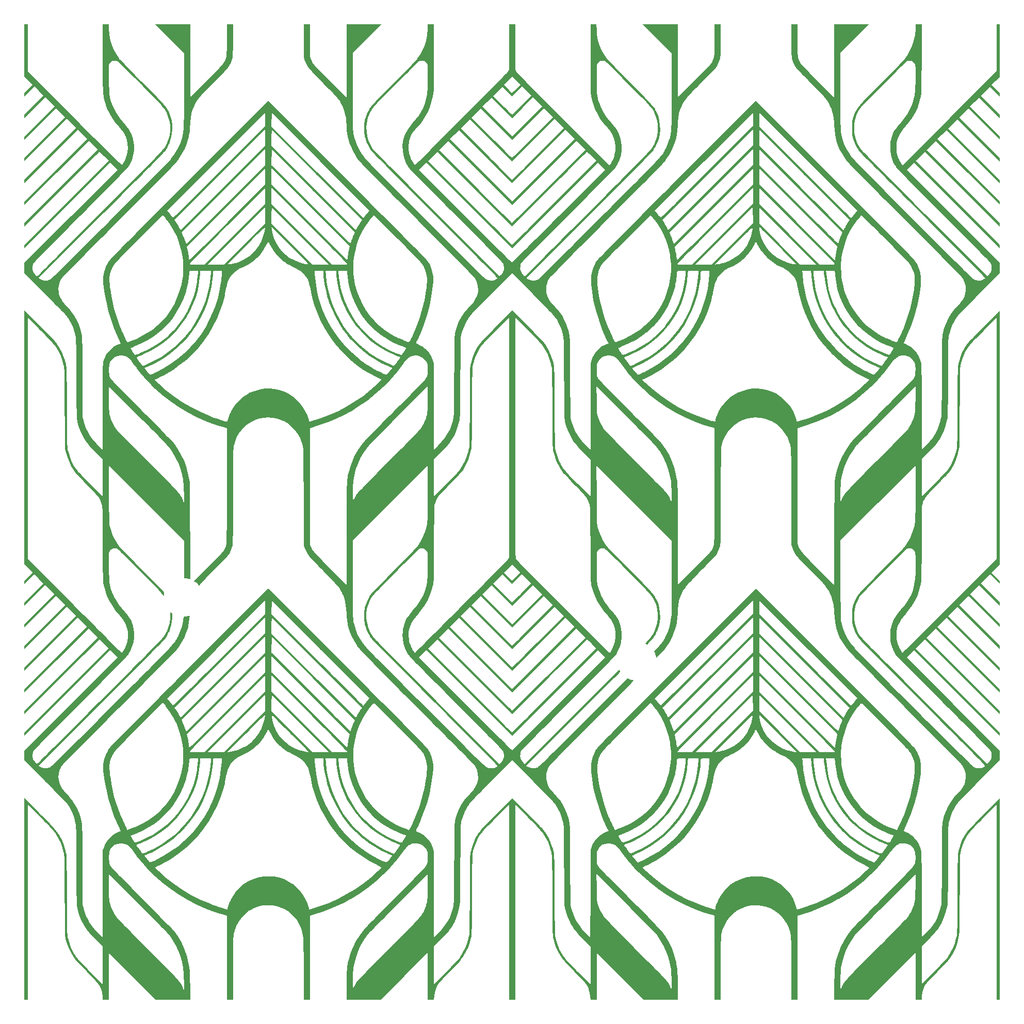
<source format=gto>
G04 #@! TF.GenerationSoftware,KiCad,Pcbnew,(6.0.5-0)*
G04 #@! TF.CreationDate,2023-02-07T22:36:44+01:00*
G04 #@! TF.ProjectId,awokb_plate,61776f6b-625f-4706-9c61-74652e6b6963,rev?*
G04 #@! TF.SameCoordinates,Original*
G04 #@! TF.FileFunction,Legend,Top*
G04 #@! TF.FilePolarity,Positive*
%FSLAX46Y46*%
G04 Gerber Fmt 4.6, Leading zero omitted, Abs format (unit mm)*
G04 Created by KiCad (PCBNEW (6.0.5-0)) date 2023-02-07 22:36:44*
%MOMM*%
%LPD*%
G01*
G04 APERTURE LIST*
%ADD10C,0.800000*%
%ADD11C,6.400000*%
G04 APERTURE END LIST*
G36*
X99880635Y-67281893D02*
G01*
X99886565Y-67069193D01*
X99893502Y-66894936D01*
X99901529Y-66753432D01*
X99910727Y-66638991D01*
X99921179Y-66545923D01*
X99932968Y-66468538D01*
X99946176Y-66401146D01*
X99960885Y-66338058D01*
X99966495Y-66315574D01*
X100171293Y-65710044D01*
X100465215Y-65145782D01*
X100838358Y-64633790D01*
X101280821Y-64185068D01*
X101358676Y-64126981D01*
X104431255Y-64126981D01*
X104431474Y-64127411D01*
X104470948Y-64194077D01*
X104554051Y-64330858D01*
X104668205Y-64517146D01*
X104787443Y-64710662D01*
X104911859Y-64913921D01*
X105009763Y-65060234D01*
X105099492Y-65152753D01*
X105199382Y-65194634D01*
X105327772Y-65189028D01*
X105502997Y-65139091D01*
X105743396Y-65047975D01*
X106046292Y-64927156D01*
X107078718Y-64467034D01*
X108106347Y-63908931D01*
X109114681Y-63261150D01*
X109705252Y-62832232D01*
X109987252Y-62603675D01*
X110317870Y-62312248D01*
X110678503Y-61976425D01*
X111050546Y-61614680D01*
X111415395Y-61245488D01*
X111754446Y-60887324D01*
X112049096Y-60558662D01*
X112280741Y-60277976D01*
X112291615Y-60263866D01*
X113045932Y-59196723D01*
X113700440Y-58092294D01*
X114254821Y-56951409D01*
X114708757Y-55774901D01*
X115061932Y-54563601D01*
X115314028Y-53318340D01*
X115464727Y-52039951D01*
X115473106Y-51926156D01*
X115509580Y-51405883D01*
X114814795Y-51405883D01*
X114516789Y-51406274D01*
X114309133Y-51414711D01*
X114175494Y-51442088D01*
X114099537Y-51499296D01*
X114064928Y-51597231D01*
X114055333Y-51746786D01*
X114054685Y-51912815D01*
X114044605Y-52096902D01*
X114017871Y-52359473D01*
X113978249Y-52674262D01*
X113929506Y-53015003D01*
X113875410Y-53355428D01*
X113819727Y-53669273D01*
X113766224Y-53930271D01*
X113763884Y-53940547D01*
X113458077Y-55048363D01*
X113053733Y-56144008D01*
X112558941Y-57210837D01*
X111981793Y-58232203D01*
X111330379Y-59191460D01*
X111011921Y-59602450D01*
X110763751Y-59892348D01*
X110455567Y-60225752D01*
X110110688Y-60579495D01*
X109752432Y-60930407D01*
X109404117Y-61255319D01*
X109089061Y-61531061D01*
X108984874Y-61616558D01*
X108187030Y-62205959D01*
X107321689Y-62753442D01*
X106418858Y-63242036D01*
X105508542Y-63654770D01*
X105104747Y-63811121D01*
X104812808Y-63922638D01*
X104597641Y-64015086D01*
X104467654Y-64084518D01*
X104431255Y-64126981D01*
X101358676Y-64126981D01*
X101782702Y-63810619D01*
X102334100Y-63521442D01*
X102559743Y-63434390D01*
X102831460Y-63339762D01*
X102472960Y-62588894D01*
X101796612Y-61049669D01*
X101217818Y-59471314D01*
X100738839Y-57861268D01*
X100361933Y-56226971D01*
X100130679Y-54874370D01*
X100043083Y-54214464D01*
X99984732Y-53640514D01*
X99955617Y-53135842D01*
X99955640Y-53042862D01*
X100972403Y-53042862D01*
X100999267Y-53597335D01*
X101066105Y-54229437D01*
X101082906Y-54357477D01*
X101356536Y-56008281D01*
X101727561Y-57616802D01*
X102197115Y-59186843D01*
X102766332Y-60722207D01*
X103422593Y-62198215D01*
X103563041Y-62488274D01*
X103687227Y-62742426D01*
X103787964Y-62946150D01*
X103858063Y-63084926D01*
X103890334Y-63144233D01*
X103891488Y-63145378D01*
X103943595Y-63129140D01*
X104077065Y-63084804D01*
X104272326Y-63018935D01*
X104509804Y-62938102D01*
X104536611Y-62928938D01*
X105429391Y-62578088D01*
X106322713Y-62140080D01*
X107195763Y-61628218D01*
X108027727Y-61055808D01*
X108797791Y-60436154D01*
X109485140Y-59782562D01*
X109526254Y-59739437D01*
X110296557Y-58851152D01*
X110976847Y-57910096D01*
X111565340Y-56922070D01*
X112060251Y-55892876D01*
X112459795Y-54828317D01*
X112762189Y-53734195D01*
X112965647Y-52616311D01*
X113068386Y-51480467D01*
X113068608Y-50393204D01*
X120270799Y-50393204D01*
X120537605Y-50361731D01*
X120726391Y-50335335D01*
X120968447Y-50295943D01*
X121212481Y-50251920D01*
X121220421Y-50250400D01*
X121993753Y-50048238D01*
X122739337Y-49746376D01*
X123446330Y-49350490D01*
X124103886Y-48866255D01*
X124438651Y-48566138D01*
X125022562Y-47935620D01*
X125511533Y-47256360D01*
X125905582Y-46528323D01*
X126204727Y-45751476D01*
X126407333Y-44934709D01*
X126436632Y-44784257D01*
X126462598Y-44652357D01*
X126480692Y-44542534D01*
X126486374Y-44458313D01*
X126475102Y-44403222D01*
X126442339Y-44380785D01*
X126383543Y-44394527D01*
X126294174Y-44447976D01*
X126169692Y-44544655D01*
X126005558Y-44688092D01*
X125797231Y-44881812D01*
X125540171Y-45129340D01*
X125229839Y-45434202D01*
X124861694Y-45799924D01*
X124431195Y-46230032D01*
X123933804Y-46728051D01*
X123365757Y-47296730D01*
X120270799Y-50393204D01*
X113068608Y-50393204D01*
X113068620Y-50332467D01*
X113065563Y-50298549D01*
X114107563Y-50298549D01*
X114114516Y-50328664D01*
X114143888Y-50351545D01*
X114208448Y-50368175D01*
X114320963Y-50379537D01*
X114494203Y-50386614D01*
X114740936Y-50390389D01*
X115073931Y-50391847D01*
X115321428Y-50392017D01*
X116535293Y-50392017D01*
X117069344Y-50392017D01*
X119737498Y-50392017D01*
X125845770Y-44283185D01*
X127564992Y-44283185D01*
X127576310Y-44420634D01*
X127598588Y-44611703D01*
X127607948Y-44682095D01*
X127770734Y-45490510D01*
X128028738Y-46259506D01*
X128375724Y-46982785D01*
X128805459Y-47654050D01*
X129311706Y-48267002D01*
X129888231Y-48815345D01*
X130528799Y-49292781D01*
X131227175Y-49693011D01*
X131977123Y-50009740D01*
X132772410Y-50236668D01*
X133184244Y-50314353D01*
X133394622Y-50346562D01*
X133569792Y-50371812D01*
X133678405Y-50385627D01*
X133691004Y-50386738D01*
X133666584Y-50350855D01*
X133571913Y-50245251D01*
X133412402Y-50075471D01*
X133193461Y-49847060D01*
X132920500Y-49565562D01*
X132598931Y-49236523D01*
X132234164Y-48865489D01*
X131831608Y-48458003D01*
X131396676Y-48019612D01*
X130934777Y-47555861D01*
X130678398Y-47299196D01*
X130202406Y-46823603D01*
X129748334Y-46370789D01*
X129321796Y-45946300D01*
X128928406Y-45555682D01*
X128573777Y-45204481D01*
X128263522Y-44898243D01*
X128003256Y-44642515D01*
X127798593Y-44442841D01*
X127655145Y-44304768D01*
X127578527Y-44233841D01*
X127566963Y-44225334D01*
X127564992Y-44283185D01*
X125845770Y-44283185D01*
X126489320Y-43639576D01*
X127552704Y-43639576D01*
X130928611Y-47015797D01*
X134304517Y-50392017D01*
X136972672Y-50392017D01*
X132276987Y-45696055D01*
X127581303Y-41000093D01*
X127567004Y-42319835D01*
X127552704Y-43639576D01*
X126489320Y-43639576D01*
X126542674Y-43586217D01*
X126514076Y-40946733D01*
X117069344Y-50392017D01*
X116535293Y-50392017D01*
X121538025Y-45389498D01*
X126487820Y-40439913D01*
X127554622Y-40439913D01*
X132530461Y-45415965D01*
X137506299Y-50392017D01*
X138747057Y-50392017D01*
X139142984Y-50391499D01*
X139444824Y-50389309D01*
X139665207Y-50384496D01*
X139816767Y-50376108D01*
X139912137Y-50363194D01*
X139963948Y-50344802D01*
X139984832Y-50319980D01*
X139987815Y-50298549D01*
X139950594Y-50250649D01*
X139841321Y-50131103D01*
X139663585Y-49943552D01*
X139420974Y-49691638D01*
X139117076Y-49379003D01*
X138755479Y-49009288D01*
X138339771Y-48586137D01*
X137873541Y-48113190D01*
X137360377Y-47594091D01*
X136803866Y-47032480D01*
X136207597Y-46432000D01*
X135575158Y-45796293D01*
X134910137Y-45129000D01*
X134216122Y-44433764D01*
X133771219Y-43988656D01*
X127554622Y-37772231D01*
X127554622Y-40439913D01*
X126487820Y-40439913D01*
X126540757Y-40386978D01*
X126540757Y-37772231D01*
X120324160Y-43988656D01*
X119613915Y-44699441D01*
X118930430Y-45384550D01*
X118277295Y-46040339D01*
X117658098Y-46663167D01*
X117076425Y-47249392D01*
X116535867Y-47795373D01*
X116040010Y-48297466D01*
X115592443Y-48752030D01*
X115196754Y-49155424D01*
X114856531Y-49504005D01*
X114575363Y-49794131D01*
X114356836Y-50022160D01*
X114204540Y-50184451D01*
X114122063Y-50277360D01*
X114107563Y-50298549D01*
X113065563Y-50298549D01*
X112964566Y-49178112D01*
X112901636Y-48764496D01*
X112667327Y-47686721D01*
X112589620Y-47439253D01*
X113671937Y-47439253D01*
X113806297Y-48101875D01*
X113862298Y-48390856D01*
X113913044Y-48675872D01*
X113952647Y-48922453D01*
X113974073Y-49084664D01*
X113997459Y-49287596D01*
X114022227Y-49470507D01*
X114036709Y-49558968D01*
X114043171Y-49576143D01*
X114056932Y-49583902D01*
X114081377Y-49578957D01*
X114119893Y-49558022D01*
X114175866Y-49517810D01*
X114252683Y-49455033D01*
X114353728Y-49366406D01*
X114482388Y-49248640D01*
X114642049Y-49098450D01*
X114836097Y-48912548D01*
X115067918Y-48687648D01*
X115340899Y-48420463D01*
X115658424Y-48107706D01*
X116023881Y-47746089D01*
X116440654Y-47332327D01*
X116912131Y-46863132D01*
X117441697Y-46335217D01*
X118032738Y-45745296D01*
X118688640Y-45090082D01*
X119412790Y-44366288D01*
X120208572Y-43570627D01*
X120303343Y-43475860D01*
X126540757Y-37238617D01*
X126540757Y-37238275D01*
X127554622Y-37238275D01*
X133784559Y-43468803D01*
X140014496Y-49699330D01*
X140056342Y-49282575D01*
X140083597Y-49067034D01*
X140127411Y-48783132D01*
X140181875Y-48466840D01*
X140241080Y-48154128D01*
X140244654Y-48136265D01*
X140391120Y-47406711D01*
X127554622Y-34570545D01*
X127554622Y-37238275D01*
X126540757Y-37238275D01*
X126540757Y-34570434D01*
X120106347Y-41004844D01*
X113671937Y-47439253D01*
X112589620Y-47439253D01*
X112332541Y-46620545D01*
X111903507Y-45579514D01*
X111647287Y-45082814D01*
X112826692Y-45082814D01*
X113061248Y-45658355D01*
X113171657Y-45938558D01*
X113281022Y-46231943D01*
X113373999Y-46496603D01*
X113418793Y-46634736D01*
X113541781Y-47035577D01*
X126540757Y-34036929D01*
X126540757Y-34034648D01*
X127552669Y-34034648D01*
X134021444Y-40503587D01*
X134714125Y-41196041D01*
X135386415Y-41867630D01*
X136034442Y-42514509D01*
X136654337Y-43132833D01*
X137242228Y-43718756D01*
X137794244Y-44268433D01*
X138306516Y-44778019D01*
X138775171Y-45243667D01*
X139196340Y-45661533D01*
X139566151Y-46027771D01*
X139880734Y-46338537D01*
X140136217Y-46589983D01*
X140328731Y-46778266D01*
X140454404Y-46899539D01*
X140509366Y-46949957D01*
X140511570Y-46951175D01*
X140536859Y-46894402D01*
X140586845Y-46760017D01*
X140652854Y-46571781D01*
X140689602Y-46463567D01*
X140790497Y-46179249D01*
X140911074Y-45862440D01*
X141027071Y-45576662D01*
X141039119Y-45548429D01*
X141231956Y-45099549D01*
X134406629Y-38274015D01*
X127581303Y-31448480D01*
X127552669Y-34034648D01*
X126540757Y-34034648D01*
X126540757Y-31368750D01*
X119683724Y-38225782D01*
X112826692Y-45082814D01*
X111647287Y-45082814D01*
X111386453Y-44577171D01*
X110787608Y-43627061D01*
X110359898Y-43062957D01*
X111644864Y-43062957D01*
X111970119Y-43565827D01*
X112125314Y-43812166D01*
X112279056Y-44067069D01*
X112409188Y-44293315D01*
X112467750Y-44401817D01*
X112640126Y-44734935D01*
X119590441Y-37785087D01*
X126489618Y-30886374D01*
X127552704Y-30886374D01*
X134477221Y-37811044D01*
X135194235Y-38528006D01*
X135890876Y-39224465D01*
X136563409Y-39896690D01*
X137208097Y-40540951D01*
X137821201Y-41153517D01*
X138398986Y-41730660D01*
X138937714Y-42268648D01*
X139433649Y-42763752D01*
X139883054Y-43212241D01*
X140282192Y-43610386D01*
X140627325Y-43954455D01*
X140914718Y-44240720D01*
X141140633Y-44465449D01*
X141301333Y-44624912D01*
X141393082Y-44715381D01*
X141414386Y-44735715D01*
X141442717Y-44691954D01*
X141505346Y-44576822D01*
X141589126Y-44414546D01*
X141595363Y-44402206D01*
X141698043Y-44210836D01*
X141837116Y-43967759D01*
X141990709Y-43710683D01*
X142080433Y-43565887D01*
X142397176Y-43063075D01*
X134989239Y-35654945D01*
X127581303Y-28246815D01*
X127567003Y-29566595D01*
X127552704Y-30886374D01*
X126489618Y-30886374D01*
X126540757Y-30835238D01*
X126540757Y-28167065D01*
X119092811Y-35615011D01*
X111644864Y-43062957D01*
X110359898Y-43062957D01*
X110156305Y-42794439D01*
X109719384Y-42267238D01*
X105880395Y-46102842D01*
X105222023Y-46760873D01*
X104634834Y-47348615D01*
X104114363Y-47871056D01*
X103656144Y-48333186D01*
X103255710Y-48739994D01*
X102908596Y-49096468D01*
X102610337Y-49407599D01*
X102356466Y-49678375D01*
X102142517Y-49913785D01*
X101964025Y-50118819D01*
X101816523Y-50298466D01*
X101695546Y-50457715D01*
X101596628Y-50601554D01*
X101515303Y-50734975D01*
X101447105Y-50862964D01*
X101387568Y-50990512D01*
X101332227Y-51122608D01*
X101289018Y-51232220D01*
X101143820Y-51660698D01*
X101043462Y-52092996D01*
X100986729Y-52547567D01*
X100972403Y-53042862D01*
X99955640Y-53042862D01*
X99955728Y-52683768D01*
X99985056Y-52267614D01*
X100043594Y-51870701D01*
X100128877Y-51485940D01*
X100234529Y-51154551D01*
X100389861Y-50773172D01*
X100578371Y-50375540D01*
X100783559Y-49995391D01*
X100988925Y-49666461D01*
X101081519Y-49538236D01*
X101139364Y-49474230D01*
X101269917Y-49337658D01*
X101470360Y-49131354D01*
X101737875Y-48858154D01*
X102069642Y-48520894D01*
X102462844Y-48122408D01*
X102914661Y-47665531D01*
X103422276Y-47153099D01*
X103982869Y-46587946D01*
X104593623Y-45972909D01*
X105251718Y-45310822D01*
X105954336Y-44604520D01*
X106698658Y-43856838D01*
X107481867Y-43070613D01*
X108301143Y-42248678D01*
X108999859Y-41548091D01*
X110438122Y-41548091D01*
X110857980Y-42047459D01*
X111027314Y-42251070D01*
X111175896Y-42433799D01*
X111287441Y-42575355D01*
X111344989Y-42654354D01*
X111356625Y-42663291D01*
X111377100Y-42661717D01*
X111409486Y-42646630D01*
X111456855Y-42615030D01*
X111522277Y-42563916D01*
X111608825Y-42490285D01*
X111719569Y-42391139D01*
X111857581Y-42263474D01*
X112025932Y-42104292D01*
X112227694Y-41910590D01*
X112465938Y-41679367D01*
X112743734Y-41407623D01*
X113064156Y-41092357D01*
X113430273Y-40730567D01*
X113845157Y-40319253D01*
X114311880Y-39855414D01*
X114833513Y-39336048D01*
X115413127Y-38758155D01*
X116053793Y-38118734D01*
X116758584Y-37414784D01*
X117530569Y-36643303D01*
X118372822Y-35801291D01*
X118976449Y-35197712D01*
X126489916Y-27684385D01*
X127552383Y-27684385D01*
X135088534Y-35220677D01*
X135836850Y-35968906D01*
X136564911Y-36696686D01*
X137269139Y-37400446D01*
X137945955Y-38076617D01*
X138591780Y-38721631D01*
X139203035Y-39331919D01*
X139776142Y-39903911D01*
X140307522Y-40434039D01*
X140793596Y-40918733D01*
X141230786Y-41354424D01*
X141615513Y-41737544D01*
X141944199Y-42064523D01*
X142213264Y-42331792D01*
X142419130Y-42535782D01*
X142558218Y-42672924D01*
X142626950Y-42739650D01*
X142633977Y-42745816D01*
X142669297Y-42702308D01*
X142756717Y-42594382D01*
X142881213Y-42440590D01*
X142967103Y-42334454D01*
X143131734Y-42131791D01*
X143293096Y-41934495D01*
X143424601Y-41775034D01*
X143462442Y-41729646D01*
X143633948Y-41525047D01*
X135607625Y-33498524D01*
X127581303Y-25472001D01*
X127552383Y-27684385D01*
X126489916Y-27684385D01*
X126540757Y-27633545D01*
X126540757Y-25445721D01*
X118489439Y-33496906D01*
X110438122Y-41548091D01*
X108999859Y-41548091D01*
X109153668Y-41393870D01*
X110036623Y-40509022D01*
X110947190Y-39596971D01*
X111882551Y-38660552D01*
X112839886Y-37702600D01*
X113816377Y-36725949D01*
X114184363Y-36358025D01*
X127021009Y-23524663D01*
X139935942Y-36438067D01*
X141248365Y-37750592D01*
X142486048Y-38988907D01*
X143649975Y-40154005D01*
X144741132Y-41246879D01*
X145760503Y-42268523D01*
X146709073Y-43219929D01*
X147587826Y-44102091D01*
X148397748Y-44916002D01*
X149139822Y-45662655D01*
X149815033Y-46343043D01*
X150424367Y-46958160D01*
X150968807Y-47508998D01*
X151449339Y-47996551D01*
X151866946Y-48421812D01*
X152222615Y-48785774D01*
X152517329Y-49089430D01*
X152752073Y-49333773D01*
X152927832Y-49519797D01*
X153045590Y-49648494D01*
X153106332Y-49720859D01*
X153109285Y-49725000D01*
X153492062Y-50355300D01*
X153781099Y-51008093D01*
X153978403Y-51692280D01*
X154085977Y-52416761D01*
X154105826Y-53190437D01*
X154052910Y-53913866D01*
X153817122Y-55562121D01*
X153488803Y-57170432D01*
X153064896Y-58749491D01*
X152542341Y-60309994D01*
X151918083Y-61862633D01*
X151544639Y-62686649D01*
X151434947Y-62922670D01*
X151345524Y-63120841D01*
X151284384Y-63262960D01*
X151259539Y-63330824D01*
X151259689Y-63333943D01*
X151312511Y-63358363D01*
X151437547Y-63410776D01*
X151607790Y-63479863D01*
X151608785Y-63480262D01*
X152032862Y-63675286D01*
X152409879Y-63908053D01*
X152775036Y-64202079D01*
X152984530Y-64399370D01*
X153425038Y-64903197D01*
X153769367Y-65452969D01*
X154016994Y-66047636D01*
X154167390Y-66686150D01*
X154181834Y-66787972D01*
X154188595Y-66893493D01*
X154195048Y-67099924D01*
X154201150Y-67401450D01*
X154206859Y-67792259D01*
X154212134Y-68266537D01*
X154216933Y-68818471D01*
X154221214Y-69442248D01*
X154224935Y-70132054D01*
X154228054Y-70882076D01*
X154230529Y-71686502D01*
X154232318Y-72539517D01*
X154233380Y-73435309D01*
X154233647Y-73976897D01*
X154235294Y-80779635D01*
X154879686Y-80140133D01*
X155491149Y-79493138D01*
X156007570Y-78855287D01*
X156437656Y-78210693D01*
X156790112Y-77543472D01*
X157073643Y-76837736D01*
X157296955Y-76077600D01*
X157423273Y-75498530D01*
X157435865Y-75420158D01*
X157447316Y-75319238D01*
X157457722Y-75190045D01*
X157467183Y-75026858D01*
X157475797Y-74823953D01*
X157483661Y-74575607D01*
X157490874Y-74276098D01*
X157497535Y-73919703D01*
X157503741Y-73500700D01*
X157509591Y-73013364D01*
X157515183Y-72451974D01*
X157520615Y-71810807D01*
X157525986Y-71084140D01*
X157531394Y-70266250D01*
X157536937Y-69351415D01*
X157540999Y-68641597D01*
X157546420Y-67679233D01*
X157551386Y-66817508D01*
X157556031Y-66050342D01*
X157560494Y-65371653D01*
X157564909Y-64775360D01*
X157569413Y-64255381D01*
X157574143Y-63805636D01*
X157579234Y-63420043D01*
X157584824Y-63092521D01*
X157591047Y-62816988D01*
X157598042Y-62587363D01*
X157605943Y-62397566D01*
X157614887Y-62241514D01*
X157625010Y-62113126D01*
X157636449Y-62006321D01*
X157649339Y-61915018D01*
X157663818Y-61833136D01*
X157680022Y-61754592D01*
X157697044Y-61677941D01*
X157924192Y-60825209D01*
X158211884Y-60033538D01*
X158568565Y-59287825D01*
X159002683Y-58572964D01*
X159522683Y-57873851D01*
X160137011Y-57175381D01*
X160322891Y-56982143D01*
X160730354Y-56522513D01*
X161040214Y-56070556D01*
X161259206Y-55611505D01*
X161394065Y-55130590D01*
X161451523Y-54613044D01*
X161454357Y-54500841D01*
X161415933Y-53907237D01*
X161282775Y-53352343D01*
X161050335Y-52821025D01*
X160849665Y-52489788D01*
X160796856Y-52429339D01*
X160671861Y-52296781D01*
X160477979Y-52095447D01*
X160218509Y-51828670D01*
X159896751Y-51499785D01*
X159516005Y-51112125D01*
X159079569Y-50669023D01*
X158590744Y-50173814D01*
X158052828Y-49629830D01*
X157469121Y-49040405D01*
X156842922Y-48408873D01*
X156177531Y-47738568D01*
X155476247Y-47032822D01*
X154742369Y-46294970D01*
X153979197Y-45528346D01*
X153190031Y-44736281D01*
X152378169Y-43922112D01*
X151546911Y-43089170D01*
X151379428Y-42921429D01*
X150243509Y-41783396D01*
X149177044Y-40714007D01*
X148180468Y-39713702D01*
X147254216Y-38782921D01*
X146398723Y-37922106D01*
X145614423Y-37131696D01*
X144901751Y-36412132D01*
X144261143Y-35763855D01*
X143693033Y-35187304D01*
X143197856Y-34682921D01*
X142776047Y-34251145D01*
X142428041Y-33892418D01*
X142154272Y-33607179D01*
X141955176Y-33395869D01*
X141831187Y-33258929D01*
X141790827Y-33209664D01*
X141265715Y-32423688D01*
X140832082Y-31632907D01*
X140484950Y-30822725D01*
X140219340Y-29978542D01*
X140030276Y-29085762D01*
X139912777Y-28129785D01*
X139878225Y-27601100D01*
X139834825Y-26925299D01*
X139770598Y-26334367D01*
X139680860Y-25807676D01*
X139560926Y-25324601D01*
X139406114Y-24864513D01*
X139211739Y-24406788D01*
X139100729Y-24177306D01*
X138996673Y-23973503D01*
X138895382Y-23786485D01*
X138790362Y-23608634D01*
X138675113Y-23432329D01*
X138543140Y-23249951D01*
X138387945Y-23053878D01*
X138203030Y-22836492D01*
X137981900Y-22590173D01*
X137718056Y-22307300D01*
X137405001Y-21980255D01*
X137036240Y-21601416D01*
X136605273Y-21163164D01*
X136105605Y-20657879D01*
X136064504Y-20616387D01*
X135653791Y-20200554D01*
X135260942Y-19800421D01*
X134893253Y-19423577D01*
X134558020Y-19077609D01*
X134262538Y-18770107D01*
X134014104Y-18508660D01*
X133820013Y-18300855D01*
X133687561Y-18154282D01*
X133627607Y-18081723D01*
X133352428Y-17635282D01*
X133111879Y-17124755D01*
X132991459Y-16801051D01*
X132963556Y-16715641D01*
X132940082Y-16633775D01*
X132920588Y-16545651D01*
X132904626Y-16441464D01*
X132891748Y-16311411D01*
X132881505Y-16145687D01*
X132873448Y-15934489D01*
X132867128Y-15668014D01*
X132862098Y-15336456D01*
X132857908Y-14930014D01*
X132854111Y-14438882D01*
X132850257Y-13853257D01*
X132849243Y-13692752D01*
X132832021Y-10957984D01*
X133851261Y-10957984D01*
X133852050Y-13479307D01*
X133852552Y-14109411D01*
X133854377Y-14643392D01*
X133858643Y-15091853D01*
X133866466Y-15465393D01*
X133878965Y-15774614D01*
X133897257Y-16030117D01*
X133922460Y-16242501D01*
X133955690Y-16422368D01*
X133998065Y-16580318D01*
X134050703Y-16726953D01*
X134114721Y-16872873D01*
X134191237Y-17028678D01*
X134235316Y-17115133D01*
X134280561Y-17200793D01*
X134329058Y-17284237D01*
X134386383Y-17371463D01*
X134458112Y-17468465D01*
X134549819Y-17581239D01*
X134667079Y-17715782D01*
X134815468Y-17878088D01*
X135000562Y-18074154D01*
X135227935Y-18309976D01*
X135503162Y-18591548D01*
X135831819Y-18924868D01*
X136219481Y-19315930D01*
X136671724Y-19770730D01*
X137168490Y-20269538D01*
X139879839Y-22990967D01*
X139880466Y-16974475D01*
X139881093Y-10957984D01*
X145563621Y-10957984D01*
X143229290Y-13292767D01*
X140894958Y-15627551D01*
X140894958Y-21863755D01*
X140894972Y-22850413D01*
X140895186Y-23736730D01*
X140895861Y-24529089D01*
X140897254Y-25233872D01*
X140899625Y-25857462D01*
X140903233Y-26406241D01*
X140908338Y-26886591D01*
X140915199Y-27304894D01*
X140924075Y-27667533D01*
X140935225Y-27980889D01*
X140948909Y-28251346D01*
X140965385Y-28485286D01*
X140984913Y-28689090D01*
X141007752Y-28869142D01*
X141034162Y-29031823D01*
X141064401Y-29183515D01*
X141098728Y-29330602D01*
X141137404Y-29479465D01*
X141180687Y-29636486D01*
X141215713Y-29761255D01*
X141507032Y-30622002D01*
X141889316Y-31446849D01*
X142368731Y-32248142D01*
X142670660Y-32676051D01*
X142730375Y-32750170D01*
X142824618Y-32857838D01*
X142955566Y-33001258D01*
X143125393Y-33182633D01*
X143336274Y-33404168D01*
X143590384Y-33668065D01*
X143889897Y-33976529D01*
X144236989Y-34331764D01*
X144633834Y-34735973D01*
X145082608Y-35191360D01*
X145585484Y-35700129D01*
X146144639Y-36264483D01*
X146762247Y-36886626D01*
X147440483Y-37568762D01*
X148181522Y-38313095D01*
X148987538Y-39121828D01*
X149860707Y-39997165D01*
X150803204Y-40941310D01*
X151817203Y-41956467D01*
X152816922Y-42956843D01*
X153855929Y-43996174D01*
X154822213Y-44962429D01*
X155718356Y-45858154D01*
X156546942Y-46685896D01*
X157310553Y-47448202D01*
X158011771Y-48147617D01*
X158653179Y-48786688D01*
X159237360Y-49367962D01*
X159766897Y-49893985D01*
X160244372Y-50367304D01*
X160672367Y-50790464D01*
X161053466Y-51166014D01*
X161390251Y-51496498D01*
X161685304Y-51784464D01*
X161941209Y-52032457D01*
X162160548Y-52243025D01*
X162345904Y-52418714D01*
X162499859Y-52562071D01*
X162624995Y-52675641D01*
X162723897Y-52761971D01*
X162799145Y-52823608D01*
X162853324Y-52863099D01*
X162879832Y-52878796D01*
X163178338Y-52984431D01*
X163511000Y-53028406D01*
X163850963Y-53013799D01*
X164171372Y-52943692D01*
X164445373Y-52821164D01*
X164620796Y-52679129D01*
X164628906Y-52667155D01*
X164631735Y-52651299D01*
X164626679Y-52628902D01*
X164611133Y-52597307D01*
X164582491Y-52553856D01*
X164538148Y-52495893D01*
X164475498Y-52420758D01*
X164391936Y-52325794D01*
X164284858Y-52208344D01*
X164151656Y-52065750D01*
X163989727Y-51895355D01*
X163796466Y-51694500D01*
X163569265Y-51460528D01*
X163305521Y-51190782D01*
X163002628Y-50882603D01*
X162657981Y-50533335D01*
X162268974Y-50140319D01*
X161833002Y-49700898D01*
X161347460Y-49212413D01*
X160809742Y-48672209D01*
X160217243Y-48077626D01*
X159567358Y-47426008D01*
X158857482Y-46714696D01*
X158085008Y-45941032D01*
X157247333Y-45102360D01*
X156341850Y-44196022D01*
X155365954Y-43219360D01*
X154385859Y-42238580D01*
X153196820Y-41048388D01*
X152082793Y-39932548D01*
X151042999Y-38890273D01*
X150076662Y-37920776D01*
X149183003Y-37023272D01*
X148361246Y-36196974D01*
X147610611Y-35441095D01*
X146930323Y-34754849D01*
X146319602Y-34137449D01*
X145777672Y-33588110D01*
X145303755Y-33106043D01*
X144897073Y-32690463D01*
X144556849Y-32340584D01*
X144282305Y-32055619D01*
X144072663Y-31834781D01*
X143927146Y-31677284D01*
X143844976Y-31582342D01*
X143830137Y-31562408D01*
X143592808Y-31165992D01*
X143360513Y-30705784D01*
X143152337Y-30223789D01*
X142987367Y-29762007D01*
X142941948Y-29607773D01*
X142890630Y-29413929D01*
X142852895Y-29246061D01*
X142826674Y-29081911D01*
X142809895Y-28899217D01*
X142800487Y-28675722D01*
X142796379Y-28389165D01*
X142795501Y-28033614D01*
X143170263Y-28033614D01*
X143171741Y-28387768D01*
X143177785Y-28660248D01*
X143190807Y-28876082D01*
X143213220Y-29060295D01*
X143247436Y-29237917D01*
X143295868Y-29433972D01*
X143310579Y-29489170D01*
X143469095Y-29978293D01*
X143682570Y-30492101D01*
X143930149Y-30984398D01*
X144149917Y-31348560D01*
X144207708Y-31419449D01*
X144327837Y-31551874D01*
X144511122Y-31746663D01*
X144758382Y-32004644D01*
X145070436Y-32326647D01*
X145448103Y-32713498D01*
X145892201Y-33166026D01*
X146403549Y-33685059D01*
X146982966Y-34271426D01*
X147631272Y-34925954D01*
X148349285Y-35649473D01*
X149137823Y-36442809D01*
X149997706Y-37306792D01*
X150929752Y-38242249D01*
X151934780Y-39250009D01*
X153013610Y-40330899D01*
X154167060Y-41485749D01*
X154680951Y-42000039D01*
X164985414Y-52311212D01*
X165215773Y-52085333D01*
X165374470Y-51902728D01*
X165522459Y-51688821D01*
X165583158Y-51579637D01*
X165696709Y-51233276D01*
X165725067Y-50848846D01*
X165667118Y-50454006D01*
X165633068Y-50338656D01*
X165619564Y-50302211D01*
X165600704Y-50262256D01*
X165573395Y-50215616D01*
X165534545Y-50159113D01*
X165481060Y-50089571D01*
X165409849Y-50003812D01*
X165317818Y-49898661D01*
X165201874Y-49770939D01*
X165058925Y-49617470D01*
X164885879Y-49435078D01*
X164679642Y-49220585D01*
X164437121Y-48970816D01*
X164155224Y-48682592D01*
X163830859Y-48352737D01*
X163460931Y-47978075D01*
X163042349Y-47555428D01*
X162572021Y-47081620D01*
X162046852Y-46553473D01*
X161463751Y-45967812D01*
X160819624Y-45321459D01*
X160111379Y-44611238D01*
X159335923Y-43833971D01*
X158490164Y-42986481D01*
X157892635Y-42387815D01*
X156946322Y-41439446D01*
X156073177Y-40563769D01*
X155270687Y-39758229D01*
X154536343Y-39020268D01*
X153867634Y-38347328D01*
X153262048Y-37736852D01*
X152717076Y-37186284D01*
X152230206Y-36693066D01*
X151798928Y-36254640D01*
X151420731Y-35868450D01*
X151093103Y-35531939D01*
X150813535Y-35242549D01*
X150579516Y-34997724D01*
X150388534Y-34794905D01*
X150238080Y-34631536D01*
X150125642Y-34505060D01*
X150048709Y-34412918D01*
X150007556Y-34356933D01*
X149634730Y-33710666D01*
X149359747Y-33066631D01*
X149177493Y-32406052D01*
X149082854Y-31710157D01*
X149070715Y-30960172D01*
X149072088Y-30923290D01*
X149129172Y-30270575D01*
X149251055Y-29662533D01*
X149444126Y-29085196D01*
X149714777Y-28524593D01*
X150069395Y-27966752D01*
X150514371Y-27397704D01*
X150863785Y-27005847D01*
X151415335Y-26365684D01*
X151876015Y-25721469D01*
X152259902Y-25049759D01*
X152581074Y-24327112D01*
X152744853Y-23873340D01*
X152847645Y-23554945D01*
X152933356Y-23259575D01*
X153003679Y-22972923D01*
X153060309Y-22680686D01*
X153104938Y-22368560D01*
X153139260Y-22022238D01*
X153164970Y-21627418D01*
X153183759Y-21169794D01*
X153197323Y-20635063D01*
X153207353Y-20008919D01*
X153207961Y-19961746D01*
X153214401Y-19394606D01*
X153217413Y-18923436D01*
X153216163Y-18537514D01*
X153209814Y-18226119D01*
X153197532Y-17978529D01*
X153178480Y-17784022D01*
X153151824Y-17631877D01*
X153116726Y-17511373D01*
X153072353Y-17411787D01*
X153017869Y-17322399D01*
X153000313Y-17297211D01*
X152818056Y-17124584D01*
X152571515Y-17002179D01*
X152294291Y-16937955D01*
X152019986Y-16939869D01*
X151791363Y-17010906D01*
X151723094Y-17065076D01*
X151586661Y-17189288D01*
X151388394Y-17377164D01*
X151134619Y-17622320D01*
X150831664Y-17918375D01*
X150485857Y-18258948D01*
X150103525Y-18637657D01*
X149690998Y-19048121D01*
X149254602Y-19483957D01*
X148800665Y-19938786D01*
X148335515Y-20406224D01*
X147865479Y-20879890D01*
X147396886Y-21353404D01*
X146936064Y-21820383D01*
X146489339Y-22274446D01*
X146063040Y-22709210D01*
X145663495Y-23118296D01*
X145297032Y-23495321D01*
X144969977Y-23833903D01*
X144688660Y-24127662D01*
X144459407Y-24370215D01*
X144288546Y-24555181D01*
X144182406Y-24676178D01*
X144153701Y-24713460D01*
X143878734Y-25176291D01*
X143626785Y-25694924D01*
X143419147Y-26222431D01*
X143313077Y-26566177D01*
X143259827Y-26774633D01*
X143221634Y-26956512D01*
X143196044Y-27137026D01*
X143180604Y-27341384D01*
X143172860Y-27594798D01*
X143170358Y-27922478D01*
X143170263Y-28033614D01*
X142795501Y-28033614D01*
X142796465Y-27665469D01*
X142800740Y-27381780D01*
X142810396Y-27160287D01*
X142827504Y-26978731D01*
X142854134Y-26814852D01*
X142892358Y-26646390D01*
X142941948Y-26459454D01*
X143086009Y-26016712D01*
X143279675Y-25539415D01*
X143504101Y-25068979D01*
X143740441Y-24646817D01*
X143831360Y-24504819D01*
X143913805Y-24401164D01*
X144070636Y-24224769D01*
X144299986Y-23977564D01*
X144599989Y-23661478D01*
X144968779Y-23278441D01*
X145404491Y-22830384D01*
X145905257Y-22319234D01*
X146469213Y-21746922D01*
X147094491Y-21115377D01*
X147643350Y-20563026D01*
X148284834Y-19918063D01*
X148855667Y-19343032D01*
X149360726Y-18832460D01*
X149804883Y-18380877D01*
X150193013Y-17982809D01*
X150529991Y-17632785D01*
X150820692Y-17325333D01*
X151069989Y-17054979D01*
X151282757Y-16816253D01*
X151463872Y-16603682D01*
X151618206Y-16411794D01*
X151750635Y-16235117D01*
X151866033Y-16068179D01*
X151969275Y-15905508D01*
X152065235Y-15741631D01*
X152158788Y-15571077D01*
X152254807Y-15388373D01*
X152257516Y-15383150D01*
X152642985Y-14528795D01*
X152929466Y-13641839D01*
X153118035Y-12717762D01*
X153209769Y-11752047D01*
X153219632Y-11344853D01*
X153221429Y-10957984D01*
X154241507Y-10957984D01*
X154220291Y-16574265D01*
X154216845Y-17472247D01*
X154213592Y-18270163D01*
X154210387Y-18974672D01*
X154207087Y-19592429D01*
X154203548Y-20130092D01*
X154199627Y-20594318D01*
X154195179Y-20991764D01*
X154190061Y-21329086D01*
X154184130Y-21612942D01*
X154177241Y-21849990D01*
X154169251Y-22046885D01*
X154160016Y-22210285D01*
X154149392Y-22346846D01*
X154137236Y-22463227D01*
X154123404Y-22566083D01*
X154107753Y-22662072D01*
X154090138Y-22757851D01*
X154086376Y-22777521D01*
X153851999Y-23766807D01*
X153539410Y-24688935D01*
X153143151Y-25554825D01*
X152657766Y-26375397D01*
X152077800Y-27161572D01*
X151646812Y-27660084D01*
X151210405Y-28165762D01*
X150858828Y-28640983D01*
X150581742Y-29103593D01*
X150368810Y-29571436D01*
X150209693Y-30062356D01*
X150174584Y-30201312D01*
X150125154Y-30427969D01*
X150094708Y-30630572D01*
X150080768Y-30843213D01*
X150080856Y-31099983D01*
X150089711Y-31368698D01*
X150107956Y-31668680D01*
X150136258Y-31961586D01*
X150170751Y-32213516D01*
X150205334Y-32382563D01*
X150275275Y-32592530D01*
X150380657Y-32853212D01*
X150508436Y-33137422D01*
X150645567Y-33417975D01*
X150779004Y-33667685D01*
X150895701Y-33859364D01*
X150947890Y-33930042D01*
X151081348Y-34090126D01*
X158821557Y-26352800D01*
X166561765Y-18615474D01*
X166561765Y-10957984D01*
X167042017Y-10957984D01*
X167042017Y-19577442D01*
X166374971Y-20242887D01*
X165707925Y-20908331D01*
X166374971Y-21576862D01*
X167042017Y-22245392D01*
X167042017Y-22776187D01*
X165440743Y-21177583D01*
X164680847Y-21937478D01*
X163920952Y-22697374D01*
X165481484Y-24258580D01*
X167042017Y-25819785D01*
X167042017Y-26352106D01*
X165347283Y-24657992D01*
X163652548Y-22963879D01*
X162906468Y-23711390D01*
X162160387Y-24458902D01*
X164601202Y-26900149D01*
X167042017Y-29341397D01*
X167042017Y-29874168D01*
X164466885Y-27299446D01*
X161891752Y-24724724D01*
X160372356Y-26246836D01*
X163707187Y-29581346D01*
X167042017Y-32915857D01*
X167042017Y-33449482D01*
X163573570Y-29981343D01*
X160105122Y-26513203D01*
X159344863Y-27273463D01*
X158584604Y-28033722D01*
X162813311Y-32262679D01*
X167042017Y-36491637D01*
X167042017Y-37024756D01*
X158316601Y-28299826D01*
X157570370Y-29047488D01*
X156824139Y-29795149D01*
X167042017Y-40013443D01*
X167042017Y-40546646D01*
X161798869Y-35303701D01*
X156555721Y-30060755D01*
X155036293Y-31582899D01*
X161039155Y-37585583D01*
X167042017Y-43588268D01*
X167042017Y-44121885D01*
X154769055Y-31849271D01*
X153248421Y-33369905D01*
X160145219Y-40266857D01*
X167042017Y-47163810D01*
X167042017Y-47697118D01*
X160011186Y-40666438D01*
X152980356Y-33635759D01*
X151781436Y-34838089D01*
X159411727Y-42468239D01*
X167042017Y-50098390D01*
X167042017Y-51802633D01*
X163692053Y-55166127D01*
X163030760Y-55831155D01*
X162443007Y-56424541D01*
X161925979Y-56949208D01*
X161476864Y-57408079D01*
X161092848Y-57804078D01*
X160771116Y-58140127D01*
X160508856Y-58419149D01*
X160303254Y-58644068D01*
X160151495Y-58817806D01*
X160050768Y-58943288D01*
X160033507Y-58967068D01*
X159576877Y-59697118D01*
X159185162Y-60494656D01*
X158869484Y-61335000D01*
X158703984Y-61918068D01*
X158687217Y-61988160D01*
X158672170Y-62059167D01*
X158658715Y-62137106D01*
X158646727Y-62227997D01*
X158636077Y-62337859D01*
X158626639Y-62472709D01*
X158618285Y-62638568D01*
X158610888Y-62841454D01*
X158604322Y-63087386D01*
X158598459Y-63382382D01*
X158593172Y-63732462D01*
X158588334Y-64143644D01*
X158583818Y-64621947D01*
X158579497Y-65173390D01*
X158575244Y-65803992D01*
X158570932Y-66519771D01*
X158566433Y-67326747D01*
X158561621Y-68230938D01*
X158558639Y-68801681D01*
X158553583Y-69765362D01*
X158548908Y-70628492D01*
X158544484Y-71397241D01*
X158540182Y-72077778D01*
X158535870Y-72676273D01*
X158531420Y-73198897D01*
X158526701Y-73651819D01*
X158521583Y-74041210D01*
X158515936Y-74373238D01*
X158509631Y-74654076D01*
X158502537Y-74889891D01*
X158494524Y-75086855D01*
X158485463Y-75251137D01*
X158475224Y-75388908D01*
X158463675Y-75506336D01*
X158450689Y-75609593D01*
X158436133Y-75704848D01*
X158419879Y-75798271D01*
X158410137Y-75851281D01*
X158185176Y-76797227D01*
X157870343Y-77706254D01*
X157471730Y-78561372D01*
X157376445Y-78735170D01*
X157194996Y-79042122D01*
X157001736Y-79336121D01*
X156785687Y-79630586D01*
X156535870Y-79938935D01*
X156241306Y-80274586D01*
X155891016Y-80650958D01*
X155474021Y-81081470D01*
X155371957Y-81185067D01*
X154235294Y-82335890D01*
X154238406Y-88465336D01*
X156197880Y-86489964D01*
X156729643Y-85951059D01*
X157196923Y-85471591D01*
X157597458Y-85053963D01*
X157928987Y-84700578D01*
X158189250Y-84413839D01*
X158375984Y-84196150D01*
X158468959Y-84076087D01*
X158958703Y-83319939D01*
X159353268Y-82557485D01*
X159662767Y-81765003D01*
X159897313Y-80918772D01*
X159975988Y-80541177D01*
X159990559Y-80458361D01*
X160003686Y-80367170D01*
X160015482Y-80261564D01*
X160026061Y-80135502D01*
X160035535Y-79982942D01*
X160044017Y-79797844D01*
X160051620Y-79574167D01*
X160058456Y-79305869D01*
X160064639Y-78986910D01*
X160070281Y-78611249D01*
X160075496Y-78172844D01*
X160080396Y-77665655D01*
X160085093Y-77083641D01*
X160089702Y-76420761D01*
X160094334Y-75670973D01*
X160099103Y-74828238D01*
X160104121Y-73886513D01*
X160105586Y-73604202D01*
X160110593Y-72641298D01*
X160115206Y-71779062D01*
X160119554Y-71011441D01*
X160123768Y-70332381D01*
X160127977Y-69735830D01*
X160132310Y-69215734D01*
X160136897Y-68766040D01*
X160141868Y-68380694D01*
X160147352Y-68053644D01*
X160153480Y-67778835D01*
X160160380Y-67550216D01*
X160168182Y-67361732D01*
X160177016Y-67207331D01*
X160187012Y-67080958D01*
X160198298Y-66976561D01*
X160211006Y-66888087D01*
X160225263Y-66809482D01*
X160241201Y-66734693D01*
X160253866Y-66679478D01*
X160498885Y-65799227D01*
X160813059Y-64982651D01*
X161207447Y-64203900D01*
X161552473Y-63644266D01*
X161634928Y-63522766D01*
X161721944Y-63402155D01*
X161819681Y-63275844D01*
X161934298Y-63137245D01*
X162071955Y-62979771D01*
X162238813Y-62796832D01*
X162441030Y-62581840D01*
X162684766Y-62328207D01*
X162976182Y-62029345D01*
X163321436Y-61678665D01*
X163726690Y-61269579D01*
X164198102Y-60795499D01*
X164488480Y-60503992D01*
X167041017Y-57942647D01*
X167042017Y-99619459D01*
X166374971Y-100284904D01*
X165707925Y-100950348D01*
X166374971Y-101618878D01*
X167042017Y-102287409D01*
X167042017Y-102818204D01*
X166241380Y-102018902D01*
X165440743Y-101219599D01*
X164680847Y-101979495D01*
X163920952Y-102739391D01*
X165481484Y-104300596D01*
X167042017Y-105861802D01*
X167042017Y-106394123D01*
X165347283Y-104700009D01*
X163652548Y-103005896D01*
X162906468Y-103753407D01*
X162160387Y-104500918D01*
X167042017Y-109383414D01*
X167042017Y-109916184D01*
X164466885Y-107341463D01*
X161891752Y-104766741D01*
X160372356Y-106288853D01*
X163707187Y-109623363D01*
X167042017Y-112957873D01*
X167042017Y-113491499D01*
X163573570Y-110023360D01*
X160105122Y-106555220D01*
X159344863Y-107315479D01*
X158584604Y-108075739D01*
X162813311Y-112304696D01*
X167042017Y-116533654D01*
X167042017Y-117066773D01*
X158316601Y-108341843D01*
X157570370Y-109089505D01*
X156824139Y-109837166D01*
X167042017Y-120055460D01*
X167042017Y-120588663D01*
X161798869Y-115345717D01*
X156555721Y-110102772D01*
X155036293Y-111624916D01*
X161039155Y-117627600D01*
X167042017Y-123630285D01*
X167042017Y-124163902D01*
X154769055Y-111891288D01*
X153248421Y-113411922D01*
X160145219Y-120308874D01*
X167042017Y-127205827D01*
X167042017Y-127739134D01*
X160011186Y-120708455D01*
X152980356Y-113677776D01*
X151781436Y-114880106D01*
X159411727Y-122510256D01*
X167042017Y-130140407D01*
X167042017Y-131737189D01*
X163692391Y-135101052D01*
X163029299Y-135768043D01*
X162439835Y-136363316D01*
X161921268Y-136889710D01*
X161470865Y-137350063D01*
X161085893Y-137747215D01*
X160763621Y-138084003D01*
X160501316Y-138363268D01*
X160296247Y-138587849D01*
X160145680Y-138760583D01*
X160046884Y-138884310D01*
X160033846Y-138902362D01*
X159578386Y-139629771D01*
X159187310Y-140424963D01*
X158871751Y-141263234D01*
X158703984Y-141853362D01*
X158687217Y-141923454D01*
X158672170Y-141994461D01*
X158658715Y-142072400D01*
X158646727Y-142163291D01*
X158636077Y-142273153D01*
X158626639Y-142408004D01*
X158618285Y-142573862D01*
X158610888Y-142776748D01*
X158604322Y-143022680D01*
X158598459Y-143317676D01*
X158593172Y-143667756D01*
X158588334Y-144078938D01*
X158583818Y-144557241D01*
X158579497Y-145108684D01*
X158575244Y-145739286D01*
X158570932Y-146455066D01*
X158566433Y-147262041D01*
X158561621Y-148166233D01*
X158558639Y-148736975D01*
X158553583Y-149700657D01*
X158548908Y-150563786D01*
X158544484Y-151332535D01*
X158540182Y-152013072D01*
X158535870Y-152611567D01*
X158531420Y-153134191D01*
X158526701Y-153587113D01*
X158521583Y-153976504D01*
X158515936Y-154308533D01*
X158509631Y-154589370D01*
X158502537Y-154825185D01*
X158494524Y-155022149D01*
X158485463Y-155186431D01*
X158475224Y-155324202D01*
X158463675Y-155441630D01*
X158450689Y-155544887D01*
X158436133Y-155640142D01*
X158419879Y-155733565D01*
X158410137Y-155786575D01*
X158177615Y-156764868D01*
X157852720Y-157690358D01*
X157434441Y-158565403D01*
X156921769Y-159392361D01*
X156779941Y-159590224D01*
X156657702Y-159742605D01*
X156472804Y-159955393D01*
X156238597Y-160214080D01*
X155968431Y-160504160D01*
X155675657Y-160811124D01*
X155373624Y-161120463D01*
X155348214Y-161146138D01*
X154235294Y-162269376D01*
X154236850Y-165388365D01*
X154238406Y-168507353D01*
X156197880Y-166531981D01*
X156729643Y-165993076D01*
X157196923Y-165513608D01*
X157597458Y-165095980D01*
X157928987Y-164742595D01*
X158189250Y-164455856D01*
X158375984Y-164238166D01*
X158468959Y-164118103D01*
X158946830Y-163381392D01*
X159334879Y-162636260D01*
X159643309Y-161858812D01*
X159882321Y-161025154D01*
X159978313Y-160583194D01*
X159991876Y-160505701D01*
X160004141Y-160414054D01*
X160015217Y-160302344D01*
X160025211Y-160164662D01*
X160034228Y-159995099D01*
X160042376Y-159787746D01*
X160049762Y-159536694D01*
X160056492Y-159236036D01*
X160062674Y-158879861D01*
X160068414Y-158462261D01*
X160073819Y-157977328D01*
X160078997Y-157419152D01*
X160084053Y-156781825D01*
X160089094Y-156059439D01*
X160094229Y-155246083D01*
X160099562Y-154335850D01*
X160103278Y-153672899D01*
X160108645Y-152707852D01*
X160113581Y-151843486D01*
X160118219Y-151073763D01*
X160122688Y-150392644D01*
X160127121Y-149794088D01*
X160131647Y-149272058D01*
X160136398Y-148820514D01*
X160141504Y-148433416D01*
X160147097Y-148104725D01*
X160153308Y-147828402D01*
X160160266Y-147598408D01*
X160168104Y-147408703D01*
X160176952Y-147253249D01*
X160186941Y-147126006D01*
X160198202Y-147020934D01*
X160210865Y-146931995D01*
X160225063Y-146853150D01*
X160240924Y-146778358D01*
X160253944Y-146721495D01*
X160499100Y-145840598D01*
X160813699Y-145023226D01*
X161208778Y-144243587D01*
X161552473Y-143686283D01*
X161634928Y-143564783D01*
X161721944Y-143444172D01*
X161819681Y-143317861D01*
X161934298Y-143179262D01*
X162071955Y-143021788D01*
X162238813Y-142838848D01*
X162441030Y-142623857D01*
X162684766Y-142370224D01*
X162976182Y-142071362D01*
X163321436Y-141720682D01*
X163726690Y-141311596D01*
X164198102Y-140837516D01*
X164488480Y-140546009D01*
X167041017Y-137984664D01*
X167041517Y-154513341D01*
X167042017Y-171042017D01*
X166561765Y-171042017D01*
X166561765Y-138999056D01*
X164530971Y-141026524D01*
X164074120Y-141484959D01*
X163647661Y-141917494D01*
X163258494Y-142316905D01*
X162913520Y-142675968D01*
X162619639Y-142987460D01*
X162383752Y-143244157D01*
X162212758Y-143438836D01*
X162135444Y-143534244D01*
X161657625Y-144227261D01*
X161268484Y-144937719D01*
X160953721Y-145694178D01*
X160773522Y-146254081D01*
X160728770Y-146409529D01*
X160688797Y-146553147D01*
X160653333Y-146691568D01*
X160622107Y-146831424D01*
X160594848Y-146979348D01*
X160571284Y-147141971D01*
X160551145Y-147325926D01*
X160534159Y-147537844D01*
X160520056Y-147784359D01*
X160508563Y-148072102D01*
X160499412Y-148407706D01*
X160492329Y-148797803D01*
X160487044Y-149249025D01*
X160483287Y-149768005D01*
X160480786Y-150361374D01*
X160479269Y-151035764D01*
X160478466Y-151797809D01*
X160478106Y-152654140D01*
X160477942Y-153486135D01*
X160477310Y-154309399D01*
X160475760Y-155105047D01*
X160473352Y-155865705D01*
X160470148Y-156584001D01*
X160466208Y-157252562D01*
X160461593Y-157864015D01*
X160456363Y-158410988D01*
X160450579Y-158886107D01*
X160444302Y-159282000D01*
X160437592Y-159591293D01*
X160430511Y-159806615D01*
X160425146Y-159900167D01*
X160293640Y-160865153D01*
X160062774Y-161793318D01*
X159733815Y-162681450D01*
X159308030Y-163526338D01*
X158786684Y-164324769D01*
X158566461Y-164611975D01*
X158464599Y-164730305D01*
X158296998Y-164914058D01*
X158073303Y-165153116D01*
X157803161Y-165437361D01*
X157496218Y-165756673D01*
X157162120Y-166100934D01*
X156810515Y-166460025D01*
X156633398Y-166639706D01*
X156224965Y-167054139D01*
X155885012Y-167401795D01*
X155606102Y-167690905D01*
X155380796Y-167929700D01*
X155201658Y-168126410D01*
X155061248Y-168289267D01*
X154952130Y-168426502D01*
X154866866Y-168546345D01*
X154798019Y-168657028D01*
X154776983Y-168694118D01*
X154507672Y-169264701D01*
X154335326Y-169839173D01*
X154252428Y-170443187D01*
X154249354Y-170495063D01*
X154219968Y-171042017D01*
X153221429Y-171042017D01*
X153221429Y-163278216D01*
X149339255Y-167160116D01*
X145457081Y-171042017D01*
X139872800Y-171042017D01*
X139896281Y-168547374D01*
X139901630Y-168027101D01*
X140898256Y-168027101D01*
X140899469Y-169414496D01*
X141022090Y-169121009D01*
X141115815Y-168906649D01*
X141218157Y-168687096D01*
X141267472Y-168587395D01*
X141319850Y-168488295D01*
X141376941Y-168389047D01*
X141442703Y-168285445D01*
X141521096Y-168173282D01*
X141616079Y-168048352D01*
X141731613Y-167906447D01*
X141871656Y-167743362D01*
X142040168Y-167554888D01*
X142241109Y-167336821D01*
X142478439Y-167084952D01*
X142756116Y-166795076D01*
X143078100Y-166462986D01*
X143448352Y-166084474D01*
X143870829Y-165655334D01*
X144349493Y-165171360D01*
X144888302Y-164628345D01*
X145491217Y-164022082D01*
X146162196Y-163348364D01*
X146817475Y-162690967D01*
X147532678Y-161972846D01*
X148207397Y-161293780D01*
X148838525Y-160656947D01*
X149422952Y-160065529D01*
X149957569Y-159522704D01*
X150439266Y-159031653D01*
X150864934Y-158595555D01*
X151231464Y-158217591D01*
X151535746Y-157900940D01*
X151774672Y-157648782D01*
X151945132Y-157464298D01*
X152044016Y-157350666D01*
X152061191Y-157328152D01*
X152264636Y-157008409D01*
X152473468Y-156630654D01*
X152667668Y-156234652D01*
X152827217Y-155860170D01*
X152894707Y-155672426D01*
X152963111Y-155457483D01*
X153019762Y-155260019D01*
X153065914Y-155066941D01*
X153102823Y-154865157D01*
X153131744Y-154641574D01*
X153153930Y-154383101D01*
X153170637Y-154076645D01*
X153183120Y-153709113D01*
X153192634Y-153267414D01*
X153200433Y-152738456D01*
X153203984Y-152445589D01*
X153228151Y-150364496D01*
X148483280Y-155113656D01*
X147884772Y-155713345D01*
X147303463Y-156297048D01*
X146744247Y-156859788D01*
X146212017Y-157396588D01*
X145711665Y-157902474D01*
X145248086Y-158372468D01*
X144826171Y-158801594D01*
X144450814Y-159184878D01*
X144126908Y-159517341D01*
X143859346Y-159794010D01*
X143653021Y-160009907D01*
X143512827Y-160160056D01*
X143446069Y-160236345D01*
X142783139Y-161164866D01*
X142215842Y-162132850D01*
X141746531Y-163135326D01*
X141377562Y-164167326D01*
X141132879Y-165118908D01*
X141057109Y-165508715D01*
X140998356Y-165887064D01*
X140954893Y-166275363D01*
X140924994Y-166695017D01*
X140906931Y-167167436D01*
X140898977Y-167714026D01*
X140898256Y-168027101D01*
X139901630Y-168027101D01*
X139902826Y-167910781D01*
X139910349Y-167367813D01*
X139920101Y-166905372D01*
X139933335Y-166510360D01*
X139951302Y-166169679D01*
X139975254Y-165870233D01*
X140006442Y-165598922D01*
X140046119Y-165342649D01*
X140095536Y-165088318D01*
X140155944Y-164822829D01*
X140228597Y-164533085D01*
X140309205Y-164226785D01*
X140605051Y-163288966D01*
X140991341Y-162343964D01*
X141456253Y-161415111D01*
X141987963Y-160525741D01*
X142574650Y-159699187D01*
X142655576Y-159596009D01*
X142734994Y-159505613D01*
X142885074Y-159344729D01*
X143100974Y-159118293D01*
X143377851Y-158831242D01*
X143710862Y-158488513D01*
X144095167Y-158095042D01*
X144525922Y-157655766D01*
X144998286Y-157175621D01*
X145507415Y-156659544D01*
X146048469Y-156112472D01*
X146616604Y-155539341D01*
X147206978Y-154945087D01*
X147814750Y-154334648D01*
X147915888Y-154233194D01*
X148640244Y-153506776D01*
X149293178Y-152851853D01*
X149878483Y-152264208D01*
X150399951Y-151739623D01*
X150861375Y-151273881D01*
X151266549Y-150862763D01*
X151619265Y-150502052D01*
X151923316Y-150187531D01*
X152182495Y-149914982D01*
X152400595Y-149680188D01*
X152581408Y-149478930D01*
X152728728Y-149306991D01*
X152846347Y-149160155D01*
X152938059Y-149034202D01*
X153007656Y-148924915D01*
X153058931Y-148828078D01*
X153095676Y-148739471D01*
X153121686Y-148654879D01*
X153140752Y-148570082D01*
X153156668Y-148480864D01*
X153172329Y-148388141D01*
X153201633Y-148127585D01*
X153212354Y-147815400D01*
X153205898Y-147482853D01*
X153183671Y-147161208D01*
X153147079Y-146881729D01*
X153097527Y-146675680D01*
X153095015Y-146668637D01*
X152900255Y-146280582D01*
X152629074Y-145953681D01*
X152296484Y-145694049D01*
X151917501Y-145507801D01*
X151507139Y-145401055D01*
X151080411Y-145379925D01*
X150652332Y-145450528D01*
X150363678Y-145556081D01*
X150167121Y-145657456D01*
X149988898Y-145778997D01*
X149813983Y-145935524D01*
X149627350Y-146141858D01*
X149413972Y-146412821D01*
X149203989Y-146699939D01*
X148176482Y-148045907D01*
X147070045Y-149325454D01*
X145890164Y-150533616D01*
X144642324Y-151665428D01*
X143332011Y-152715925D01*
X141964711Y-153680142D01*
X140545909Y-154553115D01*
X140494748Y-154582319D01*
X139428185Y-155152525D01*
X138283603Y-155696034D01*
X137088603Y-156201457D01*
X135870787Y-156657405D01*
X134657756Y-157052488D01*
X134158089Y-157197050D01*
X133851261Y-157282363D01*
X133851261Y-171042017D01*
X132837395Y-171042017D01*
X132837395Y-166210712D01*
X132837137Y-165321178D01*
X132836200Y-164531232D01*
X132834338Y-163833742D01*
X132831309Y-163221576D01*
X132826867Y-162687599D01*
X132820768Y-162224678D01*
X132812768Y-161825682D01*
X132802622Y-161483477D01*
X132790086Y-161190929D01*
X132774916Y-160940907D01*
X132756866Y-160726277D01*
X132735693Y-160539905D01*
X132711153Y-160374660D01*
X132683000Y-160223407D01*
X132650990Y-160079015D01*
X132623488Y-159967732D01*
X132384001Y-159231718D01*
X132059142Y-158546083D01*
X131656672Y-157916325D01*
X131184351Y-157347940D01*
X130649939Y-156846425D01*
X130061197Y-156417276D01*
X129425884Y-156065990D01*
X128751762Y-155798063D01*
X128046589Y-155618993D01*
X127318127Y-155534275D01*
X126574136Y-155549406D01*
X126409819Y-155566600D01*
X125698135Y-155689949D01*
X125045687Y-155886297D01*
X124425886Y-156165211D01*
X123926559Y-156460157D01*
X123307169Y-156926813D01*
X122756071Y-157472165D01*
X122279659Y-158087974D01*
X121884324Y-158765998D01*
X121581740Y-159482820D01*
X121529810Y-159632056D01*
X121483752Y-159769694D01*
X121443215Y-159902774D01*
X121407846Y-160038340D01*
X121377292Y-160183431D01*
X121351201Y-160345091D01*
X121329221Y-160530361D01*
X121311000Y-160746281D01*
X121296184Y-160999895D01*
X121284423Y-161298244D01*
X121275362Y-161648368D01*
X121268651Y-162057311D01*
X121263937Y-162532113D01*
X121260866Y-163079816D01*
X121259088Y-163707462D01*
X121258250Y-164422092D01*
X121257998Y-165230748D01*
X121257984Y-165952999D01*
X121257984Y-171042017D01*
X120244118Y-171042017D01*
X120244118Y-157278904D01*
X120017332Y-157219934D01*
X118439120Y-156754751D01*
X116889536Y-156188539D01*
X115374046Y-155524453D01*
X113898113Y-154765642D01*
X112467204Y-153915258D01*
X111086784Y-152976453D01*
X109762318Y-151952378D01*
X108499271Y-150846185D01*
X107808447Y-150179656D01*
X107181079Y-149534316D01*
X107017428Y-149354796D01*
X108382884Y-149354796D01*
X109044068Y-149975682D01*
X110298254Y-151085387D01*
X111596970Y-152099683D01*
X112945629Y-153021939D01*
X114349646Y-153855525D01*
X115814437Y-154603810D01*
X117345414Y-155270162D01*
X117896219Y-155484021D01*
X118166914Y-155582535D01*
X118474207Y-155688699D01*
X118801899Y-155797534D01*
X119133794Y-155904060D01*
X119453695Y-156003298D01*
X119745407Y-156090267D01*
X119992731Y-156159989D01*
X120179471Y-156207485D01*
X120289431Y-156227773D01*
X120310412Y-156226251D01*
X120346592Y-156157554D01*
X120350841Y-156117790D01*
X120370530Y-156005292D01*
X120424028Y-155817851D01*
X120502983Y-155578564D01*
X120599043Y-155310527D01*
X120703856Y-155036840D01*
X120809068Y-154780598D01*
X120906327Y-154564900D01*
X120929132Y-154518607D01*
X121319653Y-153854870D01*
X121799264Y-153224980D01*
X122352134Y-152644523D01*
X122962431Y-152129083D01*
X123614324Y-151694245D01*
X124015568Y-151480099D01*
X124796642Y-151158971D01*
X125599325Y-150938013D01*
X126414501Y-150816047D01*
X127233053Y-150791893D01*
X128045863Y-150864370D01*
X128843816Y-151032299D01*
X129617793Y-151294501D01*
X130358679Y-151649794D01*
X131057356Y-152097001D01*
X131498392Y-152448396D01*
X132113270Y-153048849D01*
X132638918Y-153706670D01*
X133076587Y-154423905D01*
X133427530Y-155202599D01*
X133689321Y-156030445D01*
X133746662Y-156253537D01*
X134132470Y-156146764D01*
X135615116Y-155683860D01*
X137082303Y-155122159D01*
X138523414Y-154467719D01*
X139927832Y-153726598D01*
X141284939Y-152904856D01*
X142584119Y-152008551D01*
X143814754Y-151043742D01*
X144966227Y-150016486D01*
X145099543Y-149888374D01*
X145648877Y-149356157D01*
X144765210Y-148914315D01*
X143623492Y-148303677D01*
X142563559Y-147651295D01*
X141565138Y-146942385D01*
X140607954Y-146162160D01*
X139671734Y-145295836D01*
X139317921Y-144941669D01*
X138558065Y-144129359D01*
X137878195Y-143322028D01*
X137262218Y-142496848D01*
X136694039Y-141630997D01*
X136157567Y-140701648D01*
X135691926Y-139798950D01*
X135103638Y-138492206D01*
X134620750Y-137180808D01*
X134243748Y-135866186D01*
X134037753Y-134916387D01*
X133946267Y-134439890D01*
X133866358Y-134052383D01*
X133793526Y-133737348D01*
X133723275Y-133478268D01*
X133651104Y-133258629D01*
X133572515Y-133061914D01*
X133483010Y-132871605D01*
X133478174Y-132861975D01*
X133163674Y-132338937D01*
X132777538Y-131882235D01*
X132312165Y-131484833D01*
X132253071Y-131447899D01*
X134643669Y-131447899D01*
X134677344Y-131941492D01*
X134810046Y-133319074D01*
X135017421Y-134630489D01*
X135303013Y-135889133D01*
X135670363Y-137108401D01*
X136123016Y-138301688D01*
X136664512Y-139482389D01*
X136679815Y-139513054D01*
X137270656Y-140610985D01*
X137910058Y-141632536D01*
X138613646Y-142599643D01*
X139397047Y-143534244D01*
X140014133Y-144194060D01*
X140796267Y-144961104D01*
X141571058Y-145646172D01*
X142363854Y-146268882D01*
X143200006Y-146848848D01*
X144104863Y-147405687D01*
X144336765Y-147539030D01*
X144621784Y-147696212D01*
X144930056Y-147858241D01*
X145245562Y-148017546D01*
X145552279Y-148166554D01*
X145834187Y-148297694D01*
X146075264Y-148403394D01*
X146259490Y-148476081D01*
X146370843Y-148508184D01*
X146388379Y-148508663D01*
X146451288Y-148465572D01*
X146566902Y-148356839D01*
X146719217Y-148198482D01*
X146892226Y-148006520D01*
X146906887Y-147989724D01*
X147118723Y-147740333D01*
X147259416Y-147558941D01*
X147333437Y-147438230D01*
X147345256Y-147370885D01*
X147299343Y-147349587D01*
X147297982Y-147349580D01*
X147231637Y-147329375D01*
X147087217Y-147273992D01*
X146884315Y-147191279D01*
X146642522Y-147089083D01*
X146574616Y-147059819D01*
X145601659Y-146595661D01*
X144617779Y-146042866D01*
X143644617Y-145414430D01*
X142770241Y-144775104D01*
X142492625Y-144546737D01*
X142163174Y-144254546D01*
X141799366Y-143915858D01*
X141418678Y-143547997D01*
X141038587Y-143168292D01*
X140676573Y-142794069D01*
X140350112Y-142442653D01*
X140076682Y-142131373D01*
X139958544Y-141987715D01*
X139252456Y-141032412D01*
X138596309Y-140006889D01*
X138002084Y-138933482D01*
X137481766Y-137834522D01*
X137047339Y-136732344D01*
X136894504Y-136277394D01*
X136716927Y-135671516D01*
X136553760Y-135022103D01*
X136409013Y-134351725D01*
X136286696Y-133682952D01*
X136190817Y-133038354D01*
X136125387Y-132440503D01*
X136094416Y-131911968D01*
X136092437Y-131762414D01*
X136092437Y-131447899D01*
X136449702Y-131447899D01*
X136484852Y-132063337D01*
X136608268Y-133314278D01*
X136833526Y-134568038D01*
X137156618Y-135813806D01*
X137573537Y-137040770D01*
X138080276Y-138238119D01*
X138672827Y-139395040D01*
X139347182Y-140500724D01*
X139905104Y-141291031D01*
X140754229Y-142333629D01*
X141680661Y-143305578D01*
X142678361Y-144202205D01*
X143741284Y-145018840D01*
X144863388Y-145750811D01*
X146038631Y-146393444D01*
X147162401Y-146902081D01*
X147361494Y-146979897D01*
X147524015Y-147036586D01*
X147624242Y-147063445D01*
X147640969Y-147063936D01*
X147687743Y-147018080D01*
X147784901Y-146900542D01*
X147920621Y-146726359D01*
X148083084Y-146510567D01*
X148188106Y-146367889D01*
X148355865Y-146133175D01*
X148495995Y-145927634D01*
X148598415Y-145766832D01*
X148653045Y-145666340D01*
X148658589Y-145641298D01*
X148596118Y-145601162D01*
X148464628Y-145545208D01*
X148351579Y-145505254D01*
X148090693Y-145410329D01*
X147762647Y-145276706D01*
X147394141Y-145116482D01*
X147011871Y-144941754D01*
X146642539Y-144764622D01*
X146312841Y-144597182D01*
X146136518Y-144501566D01*
X145022793Y-143817341D01*
X143983812Y-143058341D01*
X143021921Y-142228203D01*
X142139467Y-141330565D01*
X141338799Y-140369064D01*
X140622264Y-139347339D01*
X139992208Y-138269025D01*
X139450980Y-137137762D01*
X139000926Y-135957186D01*
X138644395Y-134730936D01*
X138383732Y-133462648D01*
X138229386Y-132248320D01*
X138207218Y-131995538D01*
X138189227Y-131775851D01*
X138177413Y-131614651D01*
X138173712Y-131541282D01*
X138165356Y-131506354D01*
X138130390Y-131481354D01*
X138053734Y-131464649D01*
X137920306Y-131454606D01*
X137715025Y-131449590D01*
X137422809Y-131447968D01*
X137311616Y-131447899D01*
X138539725Y-131447899D01*
X138573562Y-131888131D01*
X138721626Y-133190482D01*
X138962447Y-134442695D01*
X139297440Y-135649827D01*
X139728020Y-136816934D01*
X140255603Y-137949074D01*
X140286758Y-138009079D01*
X140907185Y-139083488D01*
X141614308Y-140099380D01*
X142402576Y-141051907D01*
X143266437Y-141936219D01*
X144200340Y-142747467D01*
X145198734Y-143480802D01*
X146256068Y-144131375D01*
X147366790Y-144694336D01*
X148445589Y-145136026D01*
X148652047Y-145210244D01*
X148815614Y-145267102D01*
X148914223Y-145299035D01*
X148933006Y-145303110D01*
X148962027Y-145257389D01*
X149036215Y-145138115D01*
X149144816Y-144962633D01*
X149277079Y-144748288D01*
X149297492Y-144715159D01*
X149428490Y-144494244D01*
X149530805Y-144305546D01*
X149595201Y-144167368D01*
X149612445Y-144098013D01*
X149610495Y-144094767D01*
X149540824Y-144059482D01*
X149398531Y-144004137D01*
X149212993Y-143940074D01*
X149192647Y-143933449D01*
X148257561Y-143581153D01*
X147322598Y-143132923D01*
X146403211Y-142598440D01*
X145514853Y-141987387D01*
X144672976Y-141309444D01*
X143993474Y-140675855D01*
X143586319Y-140255312D01*
X143225929Y-139851146D01*
X142888890Y-139434524D01*
X142551787Y-138976614D01*
X142220332Y-138492379D01*
X141649931Y-137548287D01*
X141154049Y-136545215D01*
X140738199Y-135499343D01*
X140407897Y-134426850D01*
X140168657Y-133343913D01*
X140025993Y-132266713D01*
X140005728Y-131994853D01*
X139971597Y-131447899D01*
X138539725Y-131447899D01*
X137311616Y-131447899D01*
X136449702Y-131447899D01*
X136092437Y-131447899D01*
X134643669Y-131447899D01*
X132253071Y-131447899D01*
X131759953Y-131139699D01*
X131450000Y-130985041D01*
X130920603Y-130732493D01*
X130801869Y-130671149D01*
X140995200Y-130671149D01*
X140996362Y-131142640D01*
X141007277Y-131607855D01*
X141027746Y-132038676D01*
X141057569Y-132406984D01*
X141073824Y-132543624D01*
X141283212Y-133705756D01*
X141589919Y-134829441D01*
X141990669Y-135909927D01*
X142482187Y-136942464D01*
X143061197Y-137922302D01*
X143724425Y-138844689D01*
X144468594Y-139704876D01*
X145290429Y-140498111D01*
X146186654Y-141219644D01*
X147153995Y-141864724D01*
X147725210Y-142190622D01*
X147984637Y-142325065D01*
X148268376Y-142464123D01*
X148524429Y-142582481D01*
X148578992Y-142606285D01*
X148766902Y-142683917D01*
X148999859Y-142775780D01*
X149256517Y-142873983D01*
X149515530Y-142970638D01*
X149755550Y-143057854D01*
X149955230Y-143127741D01*
X150093225Y-143172409D01*
X150143767Y-143184639D01*
X150179821Y-143139790D01*
X150253110Y-143013528D01*
X150355528Y-142821054D01*
X150478968Y-142577568D01*
X150604755Y-142320273D01*
X151255463Y-140856811D01*
X151812022Y-139365854D01*
X152277338Y-137837654D01*
X152654319Y-136262460D01*
X152945871Y-134630521D01*
X152991710Y-134314219D01*
X153050421Y-133774780D01*
X153077584Y-133239767D01*
X153073501Y-132732769D01*
X153038472Y-132277380D01*
X152972796Y-131897192D01*
X152960320Y-131848110D01*
X152765785Y-131276880D01*
X152493728Y-130707409D01*
X152257098Y-130317115D01*
X152176411Y-130216141D01*
X152021204Y-130042334D01*
X151793236Y-129797502D01*
X151494262Y-129483456D01*
X151126040Y-129102006D01*
X150690326Y-128654960D01*
X150188879Y-128144129D01*
X149623455Y-127571322D01*
X148995812Y-126938348D01*
X148307705Y-126247018D01*
X148212737Y-126151786D01*
X147682614Y-125620645D01*
X147173615Y-125111346D01*
X146690805Y-124628921D01*
X146239253Y-124178401D01*
X145824024Y-123764821D01*
X145450184Y-123393211D01*
X145122802Y-123068604D01*
X144846943Y-122796034D01*
X144627674Y-122580532D01*
X144470062Y-122427130D01*
X144379173Y-122340862D01*
X144358009Y-122323110D01*
X144305755Y-122363705D01*
X144202513Y-122475452D01*
X144060200Y-122643289D01*
X143890736Y-122852155D01*
X143706038Y-123086989D01*
X143518025Y-123332730D01*
X143338616Y-123574317D01*
X143179728Y-123796690D01*
X143102565Y-123909591D01*
X142511102Y-124889920D01*
X142011710Y-125922884D01*
X141605643Y-127005065D01*
X141294154Y-128133044D01*
X141078496Y-129303406D01*
X141052228Y-129500210D01*
X141022934Y-129821815D01*
X141003991Y-130221501D01*
X140995200Y-130671149D01*
X130801869Y-130671149D01*
X130472902Y-130501188D01*
X130087484Y-130278225D01*
X129744930Y-130050705D01*
X129425827Y-129805725D01*
X129110757Y-129530386D01*
X128780304Y-129211787D01*
X128778603Y-129210086D01*
X128238759Y-128623248D01*
X127789497Y-128029123D01*
X127415579Y-127406563D01*
X127269820Y-127115689D01*
X127172661Y-126915983D01*
X127091228Y-126758897D01*
X127036568Y-126665194D01*
X127021009Y-126648030D01*
X126988652Y-126693903D01*
X126923533Y-126815857D01*
X126836663Y-126992641D01*
X126780883Y-127111426D01*
X126391113Y-127830221D01*
X125899221Y-128520735D01*
X125405427Y-129080856D01*
X124891777Y-129579511D01*
X124382272Y-129997840D01*
X123847083Y-130356685D01*
X123256377Y-130676890D01*
X122855920Y-130862198D01*
X122395190Y-131078346D01*
X122014205Y-131291597D01*
X121687827Y-131518784D01*
X121390919Y-131776737D01*
X121199585Y-131971276D01*
X120831173Y-132438094D01*
X120529625Y-132969140D01*
X120309432Y-133535650D01*
X120213058Y-133929202D01*
X120086938Y-134582300D01*
X119953729Y-135216575D01*
X119818308Y-135810708D01*
X119685552Y-136343375D01*
X119560339Y-136793255D01*
X119550053Y-136827480D01*
X119080730Y-138195863D01*
X118515606Y-139520410D01*
X117858138Y-140796507D01*
X117111781Y-142019537D01*
X116279989Y-143184886D01*
X115366217Y-144287939D01*
X114373921Y-145324080D01*
X113306556Y-146288695D01*
X112167576Y-147177168D01*
X111412815Y-147697037D01*
X110673672Y-148164152D01*
X109974028Y-148568921D01*
X109282726Y-148928981D01*
X108974679Y-149077078D01*
X108382884Y-149354796D01*
X107017428Y-149354796D01*
X106592328Y-148888474D01*
X106024346Y-148220740D01*
X105459282Y-147509725D01*
X105400362Y-147430926D01*
X106730628Y-147430926D01*
X106756619Y-147500549D01*
X106831472Y-147608029D01*
X106961109Y-147766521D01*
X107151452Y-147989179D01*
X107230076Y-148080705D01*
X107403850Y-148279294D01*
X107526958Y-148407334D01*
X107615368Y-148477640D01*
X107685048Y-148503027D01*
X107748891Y-148497097D01*
X107843782Y-148462617D01*
X108013237Y-148390805D01*
X108235887Y-148291091D01*
X108490362Y-148172904D01*
X108580004Y-148130347D01*
X109840351Y-147470577D01*
X111039018Y-146725728D01*
X112172490Y-145899737D01*
X113237247Y-144996540D01*
X114229774Y-144020077D01*
X115146551Y-142974282D01*
X115984063Y-141863095D01*
X116738790Y-140690451D01*
X117407217Y-139460289D01*
X117985824Y-138176545D01*
X118356536Y-137187306D01*
X118769032Y-135823043D01*
X119080044Y-134430585D01*
X119287614Y-133019843D01*
X119367509Y-132074895D01*
X119404844Y-131447899D01*
X118710116Y-131447899D01*
X118412035Y-131448221D01*
X118204316Y-131456665D01*
X118070644Y-131484447D01*
X117994704Y-131542785D01*
X117960179Y-131642896D01*
X117950754Y-131795998D01*
X117950309Y-131970276D01*
X117943955Y-132152842D01*
X117927610Y-132398839D01*
X117904291Y-132665772D01*
X117893490Y-132770696D01*
X117693773Y-134132212D01*
X117394903Y-135459076D01*
X116999988Y-136747183D01*
X116512132Y-137992429D01*
X115934442Y-139190709D01*
X115270023Y-140337919D01*
X114521981Y-141429953D01*
X113693421Y-142462709D01*
X112787449Y-143432080D01*
X111807172Y-144333962D01*
X110755694Y-145164251D01*
X109636121Y-145918842D01*
X108451559Y-146593631D01*
X107205114Y-147184513D01*
X106886625Y-147317653D01*
X106801552Y-147352633D01*
X106747580Y-147386005D01*
X106730628Y-147430926D01*
X105400362Y-147430926D01*
X104879289Y-146734042D01*
X104546770Y-146271124D01*
X104230140Y-145903489D01*
X103933876Y-145680944D01*
X105392005Y-145680944D01*
X105424910Y-145736197D01*
X105509864Y-145861927D01*
X105635956Y-146042436D01*
X105792277Y-146262026D01*
X105894091Y-146403316D01*
X106085386Y-146664514D01*
X106227201Y-146848931D01*
X106330169Y-146967966D01*
X106404923Y-147033021D01*
X106462096Y-147055497D01*
X106498725Y-147051602D01*
X106593856Y-147017478D01*
X106760238Y-146952119D01*
X106970987Y-146866233D01*
X107117227Y-146805232D01*
X108312321Y-146244712D01*
X109459548Y-145591334D01*
X110553358Y-144850217D01*
X111588197Y-144026478D01*
X112558515Y-143125236D01*
X113458758Y-142151609D01*
X114283374Y-141110715D01*
X115026811Y-140007673D01*
X115622612Y-138964686D01*
X116206209Y-137739257D01*
X116690991Y-136475314D01*
X117075581Y-135177884D01*
X117358600Y-133851998D01*
X117538668Y-132502685D01*
X117591805Y-131781408D01*
X117609541Y-131447899D01*
X115883744Y-131447899D01*
X115846692Y-131994853D01*
X115707810Y-133278134D01*
X115468170Y-134532802D01*
X115129897Y-135754054D01*
X114695117Y-136937084D01*
X114165954Y-138077085D01*
X113544534Y-139169253D01*
X112832981Y-140208782D01*
X112033422Y-141190866D01*
X111549293Y-141712639D01*
X110657635Y-142567824D01*
X109734525Y-143327631D01*
X108766415Y-144001144D01*
X107739755Y-144597450D01*
X106640997Y-145125632D01*
X106156723Y-145328549D01*
X105892908Y-145437389D01*
X105668905Y-145534976D01*
X105501330Y-145613655D01*
X105406795Y-145665768D01*
X105392005Y-145680944D01*
X103933876Y-145680944D01*
X103870973Y-145633693D01*
X103468677Y-145461443D01*
X103022659Y-145386446D01*
X102765856Y-145386154D01*
X102304985Y-145457612D01*
X101887474Y-145617616D01*
X101525069Y-145858658D01*
X101229515Y-146173230D01*
X101041929Y-146487903D01*
X100990795Y-146601677D01*
X100953758Y-146704793D01*
X100928548Y-146817078D01*
X100912899Y-146958356D01*
X100904541Y-147148453D01*
X100901209Y-147407195D01*
X100900631Y-147723110D01*
X100901177Y-148060800D01*
X100904447Y-148311701D01*
X100912886Y-148495744D01*
X100928940Y-148632863D01*
X100955055Y-148742988D01*
X100993677Y-148846054D01*
X101047251Y-148961992D01*
X101054505Y-148977101D01*
X101083241Y-149029990D01*
X101125021Y-149093557D01*
X101183667Y-149171758D01*
X101262998Y-149268549D01*
X101366836Y-149387885D01*
X101499000Y-149533722D01*
X101663311Y-149710016D01*
X101863590Y-149920723D01*
X102103656Y-150169798D01*
X102387331Y-150461197D01*
X102718434Y-150798875D01*
X103100786Y-151186788D01*
X103538207Y-151628892D01*
X104034518Y-152129143D01*
X104593539Y-152691496D01*
X105219091Y-153319907D01*
X105914993Y-154018332D01*
X106182368Y-154286555D01*
X106880712Y-154987856D01*
X107544237Y-155655802D01*
X108169361Y-156286730D01*
X108752503Y-156876978D01*
X109290082Y-157422884D01*
X109778517Y-157920786D01*
X110214227Y-158367021D01*
X110593631Y-158757927D01*
X110913147Y-159089841D01*
X111169195Y-159359102D01*
X111358193Y-159562047D01*
X111476561Y-159695014D01*
X111504582Y-159729412D01*
X112181515Y-160691966D01*
X112758873Y-161688145D01*
X113239036Y-162723530D01*
X113624382Y-163803700D01*
X113917292Y-164934235D01*
X114064565Y-165732563D01*
X114092080Y-165921388D01*
X114115095Y-166112758D01*
X114134179Y-166319320D01*
X114149902Y-166553724D01*
X114162835Y-166828616D01*
X114173547Y-167156644D01*
X114182608Y-167550457D01*
X114190588Y-168022701D01*
X114198057Y-168586025D01*
X114199813Y-168734139D01*
X114226702Y-171042017D01*
X108584938Y-171042017D01*
X100873950Y-163331579D01*
X100873950Y-171042017D01*
X99879884Y-171042017D01*
X99818196Y-170452026D01*
X99750314Y-169991162D01*
X99650217Y-169566643D01*
X99602239Y-169414473D01*
X99527139Y-169206492D01*
X99448484Y-169015540D01*
X99359368Y-168832901D01*
X99252883Y-168649859D01*
X99122124Y-168457699D01*
X98960185Y-168247704D01*
X98760158Y-168011159D01*
X98515137Y-167739347D01*
X98218217Y-167423553D01*
X97862490Y-167055062D01*
X97441050Y-166625156D01*
X97192115Y-166372899D01*
X96760107Y-165934580D01*
X96396488Y-165562629D01*
X96093548Y-165248592D01*
X95843575Y-164984015D01*
X95638857Y-164760444D01*
X95471684Y-164569425D01*
X95334344Y-164402504D01*
X95219126Y-164251227D01*
X95118318Y-164107139D01*
X95099155Y-164078362D01*
X94589956Y-163214960D01*
X94180895Y-162316140D01*
X93869766Y-161376754D01*
X93766928Y-160965184D01*
X93749456Y-160886666D01*
X93733780Y-160809459D01*
X93719768Y-160727509D01*
X93707289Y-160634759D01*
X93696210Y-160525156D01*
X93686400Y-160392643D01*
X93677727Y-160231165D01*
X93670060Y-160034667D01*
X93663267Y-159797094D01*
X93657216Y-159512390D01*
X93651775Y-159174500D01*
X93646814Y-158777369D01*
X93642199Y-158314941D01*
X93637801Y-157781162D01*
X93633486Y-157169975D01*
X93629123Y-156475325D01*
X93624580Y-155691158D01*
X93619726Y-154811418D01*
X93615307Y-153993068D01*
X93610085Y-153017091D01*
X93605327Y-152141556D01*
X93600792Y-151360184D01*
X93596244Y-150666695D01*
X93591442Y-150054811D01*
X93586150Y-149518253D01*
X93580128Y-149050742D01*
X93573138Y-148645999D01*
X93564942Y-148297745D01*
X93555300Y-147999702D01*
X93543975Y-147745589D01*
X93530729Y-147529130D01*
X93515322Y-147344043D01*
X93497516Y-147184052D01*
X93477073Y-147042876D01*
X93453754Y-146914237D01*
X93427321Y-146791856D01*
X93397536Y-146669454D01*
X93364160Y-146540752D01*
X93326954Y-146399472D01*
X93326916Y-146399328D01*
X93114929Y-145732183D01*
X92829038Y-145046896D01*
X92486878Y-144380192D01*
X92106085Y-143768790D01*
X91976570Y-143587605D01*
X91845511Y-143425676D01*
X91641788Y-143194505D01*
X91369769Y-142898709D01*
X91033826Y-142542907D01*
X90638327Y-142131717D01*
X90187643Y-141669757D01*
X89686143Y-141161646D01*
X89578191Y-141052941D01*
X87535967Y-138998530D01*
X87534790Y-155020273D01*
X87533614Y-171042017D01*
X86519748Y-171042017D01*
X86518983Y-155020273D01*
X86518217Y-138998530D01*
X84341875Y-141186345D01*
X83863653Y-141667857D01*
X83454714Y-142081571D01*
X83108385Y-142434663D01*
X82817996Y-142734307D01*
X82576874Y-142987678D01*
X82378348Y-143201949D01*
X82215747Y-143384295D01*
X82082398Y-143541891D01*
X81971631Y-143681911D01*
X81876773Y-143811530D01*
X81810606Y-143908418D01*
X81351370Y-144682355D01*
X80981437Y-145491572D01*
X80692951Y-146354461D01*
X80584398Y-146778918D01*
X80567301Y-146854114D01*
X80551955Y-146929099D01*
X80538232Y-147009908D01*
X80526000Y-147102578D01*
X80515129Y-147213144D01*
X80505491Y-147347643D01*
X80496953Y-147512112D01*
X80489387Y-147712586D01*
X80482663Y-147955102D01*
X80476649Y-148245697D01*
X80471217Y-148590406D01*
X80466235Y-148995266D01*
X80461575Y-149466314D01*
X80457105Y-150009585D01*
X80452697Y-150631116D01*
X80448218Y-151336943D01*
X80443541Y-152133102D01*
X80438534Y-153025630D01*
X80434679Y-153726261D01*
X80429203Y-154703937D01*
X80423996Y-155580803D01*
X80418950Y-156362775D01*
X80413959Y-157055764D01*
X80408916Y-157665685D01*
X80403714Y-158198450D01*
X80398246Y-158659973D01*
X80392404Y-159056167D01*
X80386083Y-159392945D01*
X80379176Y-159676221D01*
X80371574Y-159911908D01*
X80363172Y-160105919D01*
X80353862Y-160264168D01*
X80343538Y-160392567D01*
X80332092Y-160497031D01*
X80319419Y-160583472D01*
X80309733Y-160636555D01*
X80090623Y-161550382D01*
X79805336Y-162393062D01*
X79445964Y-163182862D01*
X79004601Y-163938048D01*
X78675398Y-164411703D01*
X78554706Y-164561469D01*
X78366398Y-164776950D01*
X78118971Y-165049049D01*
X77820921Y-165368670D01*
X77480744Y-165726717D01*
X77106937Y-166114092D01*
X76707996Y-166521700D01*
X76644220Y-166586345D01*
X76229289Y-167007463D01*
X75882937Y-167361561D01*
X75597881Y-167656683D01*
X75366835Y-167900872D01*
X75182515Y-168102171D01*
X75037637Y-168268624D01*
X74924916Y-168408275D01*
X74837069Y-168529165D01*
X74766810Y-168639339D01*
X74735335Y-168694118D01*
X74465740Y-169264620D01*
X74293241Y-169839466D01*
X74210344Y-170444222D01*
X74207337Y-170495063D01*
X74177951Y-171042017D01*
X73179412Y-171042017D01*
X73179412Y-163278216D01*
X69297238Y-167160116D01*
X65415064Y-171042017D01*
X59830783Y-171042017D01*
X59854264Y-168547374D01*
X59859613Y-168027101D01*
X60856239Y-168027101D01*
X60857453Y-169414496D01*
X60980074Y-169121009D01*
X61073798Y-168906649D01*
X61176140Y-168687096D01*
X61225455Y-168587395D01*
X61277834Y-168488295D01*
X61334924Y-168389047D01*
X61400686Y-168285445D01*
X61479079Y-168173282D01*
X61574062Y-168048352D01*
X61689596Y-167906447D01*
X61829639Y-167743362D01*
X61998151Y-167554888D01*
X62199093Y-167336821D01*
X62436422Y-167084952D01*
X62714099Y-166795076D01*
X63036083Y-166462986D01*
X63406335Y-166084474D01*
X63828813Y-165655334D01*
X64307476Y-165171360D01*
X64846286Y-164628345D01*
X65449200Y-164022082D01*
X66120179Y-163348364D01*
X66775459Y-162690967D01*
X67191944Y-162272782D01*
X74193278Y-162272782D01*
X74194523Y-165390068D01*
X74195768Y-168507353D01*
X76104314Y-166586345D01*
X76547382Y-166137880D01*
X76959938Y-165715367D01*
X77334878Y-165326323D01*
X77665101Y-164978265D01*
X77943504Y-164678710D01*
X78162985Y-164435177D01*
X78316441Y-164255182D01*
X78362956Y-164195721D01*
X78857646Y-163461271D01*
X79263900Y-162699041D01*
X79589026Y-161892253D01*
X79840331Y-161024126D01*
X79936394Y-160583194D01*
X79949968Y-160505771D01*
X79962242Y-160414311D01*
X79973323Y-160302902D01*
X79983318Y-160165634D01*
X79992333Y-159996596D01*
X80000474Y-159789878D01*
X80007849Y-159539568D01*
X80014563Y-159239757D01*
X80020725Y-158884533D01*
X80026440Y-158467987D01*
X80031814Y-157984206D01*
X80036956Y-157427281D01*
X80041970Y-156791301D01*
X80046965Y-156070355D01*
X80052046Y-155258532D01*
X80057320Y-154349923D01*
X80061076Y-153672899D01*
X80066379Y-152708129D01*
X80071249Y-151844024D01*
X80075820Y-151074526D01*
X80080224Y-150393579D01*
X80084593Y-149795126D01*
X80089060Y-149273111D01*
X80093757Y-148821476D01*
X80098816Y-148434166D01*
X80104371Y-148105122D01*
X80110554Y-147828289D01*
X80117497Y-147597610D01*
X80125332Y-147407028D01*
X80134193Y-147250486D01*
X80144212Y-147121927D01*
X80155521Y-147015296D01*
X80168253Y-146924534D01*
X80182540Y-146843586D01*
X80198515Y-146766394D01*
X80213652Y-146698625D01*
X80402159Y-146001738D01*
X80647146Y-145308861D01*
X80934917Y-144655018D01*
X81217380Y-144131868D01*
X81335255Y-143941200D01*
X81459619Y-143753968D01*
X81596692Y-143563271D01*
X81752698Y-143362205D01*
X81933858Y-143143869D01*
X82146393Y-142901362D01*
X82396527Y-142627779D01*
X82690479Y-142316220D01*
X83034473Y-141959782D01*
X83434731Y-141551564D01*
X83897473Y-141084661D01*
X84428922Y-140552174D01*
X84582846Y-140398414D01*
X87028814Y-137956281D01*
X89380239Y-140318372D01*
X89803724Y-140744734D01*
X90211657Y-141157275D01*
X90596588Y-141548340D01*
X90951069Y-141910278D01*
X91267648Y-142235435D01*
X91538876Y-142516159D01*
X91757304Y-142744796D01*
X91915482Y-142913695D01*
X92005960Y-143015202D01*
X92008504Y-143018287D01*
X92501676Y-143684332D01*
X92937498Y-144402895D01*
X93303321Y-145149581D01*
X93586497Y-145899993D01*
X93692353Y-146265924D01*
X93730620Y-146413250D01*
X93764959Y-146547356D01*
X93795613Y-146674532D01*
X93822825Y-146801070D01*
X93846839Y-146933261D01*
X93867898Y-147077396D01*
X93886244Y-147239765D01*
X93902121Y-147426660D01*
X93915772Y-147644371D01*
X93927440Y-147899189D01*
X93937368Y-148197406D01*
X93945799Y-148545312D01*
X93952977Y-148949198D01*
X93959144Y-149415356D01*
X93964543Y-149950075D01*
X93969419Y-150559647D01*
X93974013Y-151250363D01*
X93978568Y-152028514D01*
X93983329Y-152900390D01*
X93988538Y-153872283D01*
X93988902Y-153939706D01*
X93994133Y-154904565D01*
X93998942Y-155768745D01*
X94003461Y-156538286D01*
X94007821Y-157219229D01*
X94012152Y-157817617D01*
X94016585Y-158339490D01*
X94021253Y-158790890D01*
X94026286Y-159177859D01*
X94031814Y-159506436D01*
X94037970Y-159782665D01*
X94044885Y-160012586D01*
X94052688Y-160202240D01*
X94061512Y-160357670D01*
X94071488Y-160484915D01*
X94082746Y-160590018D01*
X94095418Y-160679021D01*
X94109635Y-160757963D01*
X94125528Y-160832887D01*
X94139846Y-160895322D01*
X94401473Y-161810283D01*
X94746997Y-162674791D01*
X94857469Y-162904412D01*
X94981105Y-163147221D01*
X95099770Y-163367623D01*
X95220520Y-163574079D01*
X95350409Y-163775053D01*
X95496491Y-163979007D01*
X95665820Y-164194404D01*
X95865450Y-164429707D01*
X96102436Y-164693379D01*
X96383832Y-164993881D01*
X96716692Y-165339678D01*
X97108070Y-165739232D01*
X97565020Y-166201004D01*
X97815389Y-166452941D01*
X99858857Y-168507353D01*
X99859471Y-165417539D01*
X99860084Y-162327724D01*
X98699475Y-161148106D01*
X98264852Y-160701165D01*
X97898833Y-160311543D01*
X97590617Y-159965245D01*
X97329407Y-159648281D01*
X97104404Y-159346658D01*
X96904809Y-159046383D01*
X96719823Y-158733466D01*
X96538647Y-158393913D01*
X96472036Y-158261975D01*
X96171879Y-157607418D01*
X95933837Y-156962398D01*
X95740279Y-156277315D01*
X95688334Y-156056930D01*
X95670896Y-155978405D01*
X95655244Y-155901166D01*
X95641248Y-155819171D01*
X95628776Y-155726377D01*
X95617696Y-155616744D01*
X95607877Y-155484228D01*
X95599186Y-155322789D01*
X95591491Y-155126384D01*
X95584662Y-154888971D01*
X95578565Y-154604509D01*
X95573070Y-154266955D01*
X95568045Y-153870268D01*
X95563357Y-153408405D01*
X95558875Y-152875325D01*
X95554467Y-152264986D01*
X95550001Y-151571346D01*
X95545346Y-150788363D01*
X95540370Y-149909995D01*
X95535641Y-149057143D01*
X95530087Y-148074651D01*
X95524787Y-147193056D01*
X95519637Y-146406533D01*
X95514534Y-145709258D01*
X95509374Y-145095404D01*
X95504056Y-144559147D01*
X95498475Y-144094663D01*
X95492528Y-143696125D01*
X95486112Y-143357710D01*
X95479124Y-143073591D01*
X95471461Y-142837945D01*
X95463019Y-142644945D01*
X95453696Y-142488768D01*
X95443388Y-142363587D01*
X95431992Y-142263579D01*
X95419405Y-142182917D01*
X95413314Y-142151326D01*
X95185247Y-141249900D01*
X94882832Y-140418767D01*
X94500992Y-139647032D01*
X94034650Y-138923802D01*
X93720164Y-138518278D01*
X93635240Y-138423466D01*
X93480849Y-138259768D01*
X93263224Y-138033522D01*
X92988600Y-137751069D01*
X92663210Y-137418748D01*
X92293288Y-137042900D01*
X91885068Y-136629864D01*
X91444783Y-136185980D01*
X90978667Y-135717589D01*
X90492955Y-135231029D01*
X90204789Y-134943068D01*
X89734488Y-134473529D01*
X92603730Y-134473529D01*
X92617225Y-134855652D01*
X92665650Y-135187510D01*
X92758640Y-135510260D01*
X92905833Y-135865054D01*
X92952965Y-135965116D01*
X93050811Y-136159622D01*
X93149235Y-136328683D01*
X93263525Y-136492564D01*
X93408967Y-136671528D01*
X93600847Y-136885838D01*
X93838586Y-137139066D01*
X94079950Y-137398607D01*
X94321475Y-137668002D01*
X94542263Y-137923275D01*
X94721412Y-138140451D01*
X94798711Y-138240461D01*
X95224413Y-138876665D01*
X95606541Y-139572388D01*
X95929365Y-140295007D01*
X96177158Y-141011898D01*
X96233242Y-141216024D01*
X96274240Y-141374311D01*
X96311033Y-141517912D01*
X96343879Y-141653165D01*
X96373035Y-141786408D01*
X96398759Y-141923977D01*
X96421310Y-142072211D01*
X96440946Y-142237445D01*
X96457924Y-142426018D01*
X96472501Y-142644266D01*
X96484937Y-142898527D01*
X96495489Y-143195139D01*
X96504415Y-143540437D01*
X96511973Y-143940760D01*
X96518420Y-144402445D01*
X96524016Y-144931829D01*
X96529016Y-145535249D01*
X96533681Y-146219043D01*
X96538266Y-146989547D01*
X96543032Y-147853100D01*
X96548234Y-148816038D01*
X96549110Y-148977101D01*
X96584288Y-155433824D01*
X96722982Y-155994118D01*
X96924151Y-156700405D01*
X97166078Y-157344418D01*
X97455341Y-157950663D01*
X97676586Y-158346178D01*
X97913125Y-158715232D01*
X98180384Y-159078090D01*
X98493786Y-159455014D01*
X98868756Y-159866269D01*
X99086345Y-160093364D01*
X99833404Y-160862894D01*
X99860084Y-153692687D01*
X99872270Y-150417857D01*
X100868806Y-150417857D01*
X100889246Y-152605673D01*
X100894697Y-153153518D01*
X100900240Y-153606178D01*
X100906461Y-153975192D01*
X100913944Y-154272095D01*
X100923275Y-154508426D01*
X100935037Y-154695720D01*
X100949816Y-154845516D01*
X100968196Y-154969350D01*
X100990763Y-155078760D01*
X101018101Y-155185282D01*
X101020421Y-155193698D01*
X101236701Y-155870028D01*
X101496534Y-156477615D01*
X101815844Y-157050799D01*
X102034918Y-157381513D01*
X102107836Y-157469396D01*
X102253434Y-157629274D01*
X102468619Y-157857984D01*
X102750302Y-158152367D01*
X103095391Y-158509259D01*
X103500793Y-158925499D01*
X103963419Y-159397926D01*
X104480177Y-159923378D01*
X105047974Y-160498693D01*
X105663721Y-161120709D01*
X106324326Y-161786265D01*
X107026697Y-162492200D01*
X107304528Y-162771009D01*
X108044209Y-163512963D01*
X108712512Y-164183544D01*
X109313321Y-164787048D01*
X109850518Y-165327771D01*
X110327986Y-165810009D01*
X110749607Y-166238057D01*
X111119264Y-166616212D01*
X111440838Y-166948768D01*
X111718213Y-167240023D01*
X111955272Y-167494272D01*
X112155895Y-167715810D01*
X112323967Y-167908934D01*
X112463370Y-168077939D01*
X112577986Y-168227122D01*
X112671697Y-168360777D01*
X112748387Y-168483201D01*
X112811937Y-168598691D01*
X112866230Y-168711540D01*
X112915149Y-168826046D01*
X112962576Y-168946505D01*
X113012393Y-169077211D01*
X113018550Y-169093352D01*
X113092179Y-169279521D01*
X113152503Y-169419774D01*
X113189178Y-169490440D01*
X113193907Y-169494538D01*
X113198556Y-169443432D01*
X113200706Y-169299069D01*
X113200441Y-169074885D01*
X113197845Y-168784316D01*
X113193000Y-168440796D01*
X113185990Y-168057761D01*
X113184535Y-167987080D01*
X113169076Y-167396741D01*
X113148151Y-166892920D01*
X113119721Y-166455469D01*
X113081748Y-166064240D01*
X113032196Y-165699084D01*
X112969026Y-165339851D01*
X112890202Y-164966394D01*
X112870201Y-164878782D01*
X112616249Y-163978321D01*
X112272479Y-163068788D01*
X111850684Y-162173750D01*
X111362654Y-161316773D01*
X110820183Y-160521426D01*
X110467298Y-160076261D01*
X110377709Y-159977017D01*
X110217597Y-159807737D01*
X109992113Y-159573642D01*
X109706406Y-159279952D01*
X109365627Y-158931886D01*
X108974925Y-158534665D01*
X108539451Y-158093509D01*
X108064355Y-157613637D01*
X107554787Y-157100270D01*
X107015897Y-156558628D01*
X106452835Y-155993931D01*
X105870751Y-155411398D01*
X105465876Y-155006933D01*
X100868806Y-150417857D01*
X99872270Y-150417857D01*
X99886765Y-146522479D01*
X100012093Y-146148950D01*
X100271093Y-145529956D01*
X100610062Y-144968080D01*
X101020920Y-144471798D01*
X101360858Y-144169428D01*
X104432567Y-144169428D01*
X104472442Y-144236141D01*
X104555790Y-144373018D01*
X104670003Y-144559425D01*
X104788848Y-144752616D01*
X104912976Y-144955881D01*
X105010655Y-145102184D01*
X105100217Y-145194682D01*
X105199995Y-145236533D01*
X105328321Y-145230894D01*
X105503528Y-145180922D01*
X105743949Y-145089774D01*
X106046292Y-144969173D01*
X107078718Y-144509050D01*
X108106347Y-143950948D01*
X109114681Y-143303167D01*
X109705252Y-142874249D01*
X109987252Y-142645692D01*
X110317870Y-142354265D01*
X110678503Y-142018442D01*
X111050546Y-141656697D01*
X111415395Y-141287505D01*
X111754446Y-140929341D01*
X112049096Y-140600679D01*
X112280741Y-140319993D01*
X112291615Y-140305883D01*
X113045932Y-139238740D01*
X113700440Y-138134310D01*
X114254821Y-136993426D01*
X114708757Y-135816917D01*
X115061932Y-134605617D01*
X115314028Y-133360357D01*
X115464727Y-132081968D01*
X115473106Y-131968173D01*
X115509580Y-131447899D01*
X114814795Y-131447899D01*
X114516789Y-131448291D01*
X114309133Y-131456728D01*
X114175494Y-131484104D01*
X114099537Y-131541313D01*
X114064928Y-131639248D01*
X114055333Y-131788803D01*
X114054685Y-131954832D01*
X114044605Y-132138919D01*
X114017871Y-132401490D01*
X113978249Y-132716279D01*
X113929506Y-133057019D01*
X113875410Y-133397445D01*
X113819727Y-133711290D01*
X113766224Y-133972288D01*
X113763884Y-133982563D01*
X113458077Y-135090380D01*
X113053733Y-136186025D01*
X112558941Y-137252854D01*
X111981793Y-138274220D01*
X111330379Y-139233477D01*
X111011921Y-139644467D01*
X110763751Y-139934364D01*
X110455567Y-140267769D01*
X110110688Y-140621512D01*
X109752432Y-140972424D01*
X109404117Y-141297335D01*
X109089061Y-141573078D01*
X108984874Y-141658574D01*
X108187030Y-142247976D01*
X107321689Y-142795459D01*
X106418858Y-143284053D01*
X105508542Y-143696787D01*
X105104747Y-143853138D01*
X104809991Y-143965717D01*
X104594646Y-144058381D01*
X104466333Y-144127543D01*
X104432567Y-144169428D01*
X101360858Y-144169428D01*
X101495585Y-144049590D01*
X102025975Y-143709931D01*
X102559743Y-143476407D01*
X102831460Y-143381779D01*
X102472960Y-142630910D01*
X101796612Y-141091686D01*
X101217818Y-139513331D01*
X100738839Y-137903285D01*
X100361933Y-136268988D01*
X100130679Y-134916387D01*
X100043083Y-134256481D01*
X99984732Y-133682531D01*
X99955617Y-133177859D01*
X99955640Y-133084879D01*
X100972403Y-133084879D01*
X100999267Y-133639352D01*
X101066105Y-134271454D01*
X101082906Y-134399494D01*
X101351701Y-136019706D01*
X101719235Y-137614905D01*
X102188184Y-139195331D01*
X102723152Y-140674816D01*
X102795208Y-140849744D01*
X102895424Y-141081266D01*
X103016686Y-141354081D01*
X103151878Y-141652889D01*
X103293886Y-141962391D01*
X103435597Y-142267286D01*
X103569896Y-142552275D01*
X103689667Y-142802057D01*
X103787798Y-143001332D01*
X103857173Y-143134800D01*
X103890678Y-143187163D01*
X103891488Y-143187395D01*
X103943595Y-143171157D01*
X104077065Y-143126820D01*
X104272326Y-143060952D01*
X104509804Y-142980118D01*
X104536611Y-142970955D01*
X105429391Y-142620105D01*
X106322713Y-142182097D01*
X107195763Y-141670235D01*
X108027727Y-141097825D01*
X108797791Y-140478171D01*
X109485140Y-139824579D01*
X109526254Y-139781454D01*
X110296557Y-138893169D01*
X110976847Y-137952113D01*
X111565340Y-136964087D01*
X112060251Y-135934893D01*
X112459795Y-134870334D01*
X112762189Y-133776211D01*
X112965647Y-132658327D01*
X113068386Y-131522484D01*
X113068608Y-130435221D01*
X120270799Y-130435221D01*
X120537605Y-130403747D01*
X120726391Y-130377351D01*
X120968447Y-130337960D01*
X121212481Y-130293937D01*
X121220421Y-130292416D01*
X121993753Y-130090255D01*
X122739337Y-129788393D01*
X123446330Y-129392507D01*
X124103886Y-128908272D01*
X124438651Y-128608155D01*
X125022562Y-127977637D01*
X125511533Y-127298376D01*
X125905582Y-126570339D01*
X126204727Y-125793493D01*
X126407333Y-124976726D01*
X126436632Y-124826274D01*
X126462598Y-124694374D01*
X126480692Y-124584550D01*
X126486374Y-124500330D01*
X126475102Y-124445239D01*
X126442339Y-124422801D01*
X126383543Y-124436544D01*
X126294174Y-124489992D01*
X126169692Y-124586672D01*
X126005558Y-124730109D01*
X125797231Y-124923829D01*
X125540171Y-125171357D01*
X125229839Y-125476219D01*
X124861694Y-125841941D01*
X124431195Y-126272049D01*
X123933804Y-126770068D01*
X123365757Y-127338747D01*
X120270799Y-130435221D01*
X113068608Y-130435221D01*
X113068620Y-130374484D01*
X113065563Y-130340566D01*
X114107563Y-130340566D01*
X114114516Y-130370681D01*
X114143888Y-130393562D01*
X114208448Y-130410192D01*
X114320963Y-130421553D01*
X114494203Y-130428631D01*
X114740936Y-130432406D01*
X115073931Y-130433863D01*
X115321428Y-130434034D01*
X116535293Y-130434034D01*
X117069344Y-130434034D01*
X119737498Y-130434034D01*
X125845770Y-124325202D01*
X127564992Y-124325202D01*
X127576310Y-124462650D01*
X127598588Y-124653719D01*
X127607948Y-124724111D01*
X127770734Y-125532527D01*
X128028738Y-126301523D01*
X128375724Y-127024802D01*
X128805459Y-127696067D01*
X129311706Y-128309019D01*
X129888231Y-128857362D01*
X130528799Y-129334797D01*
X131227175Y-129735028D01*
X131977123Y-130051756D01*
X132772410Y-130278685D01*
X133184244Y-130356370D01*
X133394622Y-130388579D01*
X133569792Y-130413829D01*
X133678405Y-130427643D01*
X133691004Y-130428754D01*
X133666584Y-130392872D01*
X133571913Y-130287268D01*
X133412402Y-130117488D01*
X133193461Y-129889077D01*
X132920500Y-129607579D01*
X132598931Y-129278540D01*
X132234164Y-128907506D01*
X131831608Y-128500020D01*
X131396676Y-128061629D01*
X130934777Y-127597877D01*
X130678398Y-127341213D01*
X130202406Y-126865620D01*
X129748334Y-126412805D01*
X129321796Y-125988316D01*
X128928406Y-125597699D01*
X128573777Y-125246498D01*
X128263522Y-124940260D01*
X128003256Y-124684531D01*
X127798593Y-124484858D01*
X127655145Y-124346784D01*
X127578527Y-124275858D01*
X127566963Y-124267351D01*
X127564992Y-124325202D01*
X125845770Y-124325202D01*
X126489320Y-123681593D01*
X127552704Y-123681593D01*
X130928611Y-127057814D01*
X134304517Y-130434034D01*
X136972672Y-130434034D01*
X132276987Y-125738072D01*
X127581303Y-121042110D01*
X127567004Y-122361852D01*
X127552704Y-123681593D01*
X126489320Y-123681593D01*
X126542674Y-123628234D01*
X126514076Y-120988750D01*
X117069344Y-130434034D01*
X116535293Y-130434034D01*
X121538025Y-125431514D01*
X126487820Y-120481930D01*
X127554622Y-120481930D01*
X132530461Y-125457982D01*
X137506299Y-130434034D01*
X138747057Y-130434034D01*
X139142984Y-130433515D01*
X139444824Y-130431325D01*
X139665207Y-130426512D01*
X139816767Y-130418125D01*
X139912137Y-130405211D01*
X139963948Y-130386819D01*
X139984832Y-130361997D01*
X139987815Y-130340566D01*
X139950594Y-130292666D01*
X139841321Y-130173120D01*
X139663585Y-129985569D01*
X139420974Y-129733655D01*
X139117076Y-129421019D01*
X138755479Y-129051305D01*
X138339771Y-128628154D01*
X137873541Y-128155207D01*
X137360377Y-127636108D01*
X136803866Y-127074497D01*
X136207597Y-126474017D01*
X135575158Y-125838309D01*
X134910137Y-125171017D01*
X134216122Y-124475781D01*
X133771219Y-124030673D01*
X127554622Y-117814248D01*
X127554622Y-120481930D01*
X126487820Y-120481930D01*
X126540757Y-120428995D01*
X126540757Y-117814248D01*
X120324160Y-124030673D01*
X119613915Y-124741458D01*
X118930430Y-125426566D01*
X118277295Y-126082356D01*
X117658098Y-126705184D01*
X117076425Y-127291409D01*
X116535867Y-127837389D01*
X116040010Y-128339483D01*
X115592443Y-128794047D01*
X115196754Y-129197441D01*
X114856531Y-129546022D01*
X114575363Y-129836148D01*
X114356836Y-130064177D01*
X114204540Y-130226467D01*
X114122063Y-130319377D01*
X114107563Y-130340566D01*
X113065563Y-130340566D01*
X112964566Y-129220128D01*
X112901636Y-128806513D01*
X112667327Y-127728738D01*
X112589620Y-127481270D01*
X113671937Y-127481270D01*
X113806297Y-128143892D01*
X113862298Y-128432872D01*
X113913044Y-128717889D01*
X113952647Y-128964469D01*
X113974073Y-129126681D01*
X113997459Y-129329613D01*
X114022227Y-129512524D01*
X114036709Y-129600984D01*
X114043171Y-129618160D01*
X114056932Y-129625919D01*
X114081377Y-129620974D01*
X114119893Y-129600039D01*
X114175866Y-129559827D01*
X114252683Y-129497050D01*
X114353728Y-129408422D01*
X114482388Y-129290657D01*
X114642049Y-129140467D01*
X114836097Y-128954565D01*
X115067918Y-128729665D01*
X115340899Y-128462480D01*
X115658424Y-128149722D01*
X116023881Y-127788106D01*
X116440654Y-127374344D01*
X116912131Y-126905149D01*
X117441697Y-126377234D01*
X118032738Y-125787313D01*
X118688640Y-125132099D01*
X119412790Y-124408305D01*
X120208572Y-123612643D01*
X120303343Y-123517877D01*
X126540757Y-117280634D01*
X126540757Y-117280292D01*
X127554622Y-117280292D01*
X133784559Y-123510820D01*
X140014496Y-129741347D01*
X140056342Y-129324592D01*
X140083597Y-129109051D01*
X140127411Y-128825149D01*
X140181875Y-128508857D01*
X140241080Y-128196145D01*
X140244654Y-128178282D01*
X140391120Y-127448727D01*
X127554622Y-114612561D01*
X127554622Y-117280292D01*
X126540757Y-117280292D01*
X126540757Y-114612451D01*
X120106347Y-121046860D01*
X113671937Y-127481270D01*
X112589620Y-127481270D01*
X112332541Y-126662562D01*
X111903507Y-125621531D01*
X111647287Y-125124831D01*
X112826692Y-125124831D01*
X113061248Y-125700372D01*
X113171657Y-125980574D01*
X113281022Y-126273959D01*
X113373999Y-126538620D01*
X113418793Y-126676753D01*
X113541781Y-127077594D01*
X126540757Y-114078946D01*
X126540757Y-114076665D01*
X127552669Y-114076665D01*
X134021444Y-120545604D01*
X134714125Y-121238058D01*
X135386415Y-121909647D01*
X136034442Y-122556526D01*
X136654337Y-123174850D01*
X137242228Y-123760773D01*
X137794244Y-124310450D01*
X138306516Y-124820036D01*
X138775171Y-125285684D01*
X139196340Y-125703550D01*
X139566151Y-126069788D01*
X139880734Y-126380553D01*
X140136217Y-126632000D01*
X140328731Y-126820282D01*
X140454404Y-126941555D01*
X140509366Y-126991974D01*
X140511570Y-126993192D01*
X140536859Y-126936419D01*
X140586845Y-126802034D01*
X140652854Y-126613798D01*
X140689602Y-126505584D01*
X140790497Y-126221266D01*
X140911074Y-125904456D01*
X141027071Y-125618678D01*
X141039119Y-125590446D01*
X141231956Y-125141566D01*
X134406629Y-118316031D01*
X127581303Y-111490497D01*
X127552669Y-114076665D01*
X126540757Y-114076665D01*
X126540757Y-111410766D01*
X112826692Y-125124831D01*
X111647287Y-125124831D01*
X111386453Y-124619188D01*
X110787608Y-123669077D01*
X110359899Y-123104974D01*
X111644864Y-123104974D01*
X111970119Y-123607844D01*
X112125314Y-123854183D01*
X112279056Y-124109086D01*
X112409188Y-124335332D01*
X112467750Y-124443833D01*
X112640126Y-124776952D01*
X119590441Y-117827103D01*
X126489617Y-110928391D01*
X127552704Y-110928391D01*
X134477221Y-117853061D01*
X135194235Y-118570023D01*
X135890876Y-119266482D01*
X136563409Y-119938707D01*
X137208097Y-120582967D01*
X137821201Y-121195534D01*
X138398986Y-121772677D01*
X138937714Y-122310665D01*
X139433649Y-122805769D01*
X139883054Y-123254258D01*
X140282192Y-123652403D01*
X140627325Y-123996472D01*
X140914718Y-124282736D01*
X141140633Y-124507465D01*
X141301333Y-124666929D01*
X141393082Y-124757397D01*
X141414386Y-124777731D01*
X141442717Y-124733971D01*
X141505346Y-124618839D01*
X141589126Y-124456563D01*
X141595363Y-124444223D01*
X141698043Y-124252853D01*
X141837116Y-124009776D01*
X141990709Y-123752700D01*
X142080433Y-123607903D01*
X142397176Y-123105092D01*
X134989239Y-115696962D01*
X127581303Y-108288832D01*
X127567003Y-109608612D01*
X127552704Y-110928391D01*
X126489617Y-110928391D01*
X126540757Y-110877254D01*
X126540757Y-108209082D01*
X119092811Y-115657028D01*
X111644864Y-123104974D01*
X110359899Y-123104974D01*
X110156305Y-122836455D01*
X109719384Y-122309255D01*
X105880395Y-126144859D01*
X105222023Y-126802890D01*
X104634834Y-127390632D01*
X104114363Y-127913073D01*
X103656144Y-128375203D01*
X103255710Y-128782010D01*
X102908596Y-129138485D01*
X102610337Y-129449616D01*
X102356466Y-129720392D01*
X102142517Y-129955802D01*
X101964025Y-130160836D01*
X101816523Y-130340483D01*
X101695546Y-130499731D01*
X101596628Y-130643571D01*
X101515303Y-130776991D01*
X101447105Y-130904981D01*
X101387568Y-131032529D01*
X101332227Y-131164625D01*
X101289018Y-131274237D01*
X101143820Y-131702715D01*
X101043462Y-132135013D01*
X100986729Y-132589584D01*
X100972403Y-133084879D01*
X99955640Y-133084879D01*
X99955728Y-132725785D01*
X99985056Y-132309631D01*
X100043594Y-131912717D01*
X100128877Y-131527957D01*
X100234529Y-131196568D01*
X100389861Y-130815189D01*
X100578371Y-130417557D01*
X100783559Y-130037408D01*
X100988925Y-129708478D01*
X101081519Y-129580252D01*
X101139364Y-129516247D01*
X101269917Y-129379674D01*
X101470360Y-129173371D01*
X101737875Y-128900171D01*
X102069642Y-128562911D01*
X102462844Y-128164424D01*
X102914661Y-127707548D01*
X103422276Y-127195115D01*
X103982869Y-126629963D01*
X104593623Y-126014926D01*
X105251718Y-125352838D01*
X105954336Y-124646537D01*
X106698658Y-123898855D01*
X107481867Y-123112630D01*
X108301143Y-122290695D01*
X108999858Y-121590108D01*
X110438122Y-121590108D01*
X110857980Y-122089476D01*
X111027314Y-122293087D01*
X111175896Y-122475816D01*
X111287441Y-122617372D01*
X111344989Y-122696370D01*
X111356625Y-122705308D01*
X111377100Y-122703734D01*
X111409486Y-122688647D01*
X111456855Y-122657047D01*
X111522277Y-122605932D01*
X111608825Y-122532302D01*
X111719569Y-122433155D01*
X111857581Y-122305491D01*
X112025932Y-122146309D01*
X112227694Y-121952606D01*
X112465938Y-121721384D01*
X112743734Y-121449640D01*
X113064156Y-121134374D01*
X113430273Y-120772584D01*
X113845157Y-120361270D01*
X114311880Y-119897431D01*
X114833513Y-119378065D01*
X115413127Y-118800172D01*
X116053793Y-118160751D01*
X116758584Y-117456800D01*
X117530569Y-116685320D01*
X118372822Y-115843308D01*
X118976449Y-115239729D01*
X126489915Y-107726402D01*
X127552383Y-107726402D01*
X135088534Y-115262694D01*
X135836850Y-116010923D01*
X136564911Y-116738702D01*
X137269139Y-117442462D01*
X137945955Y-118118634D01*
X138591780Y-118763648D01*
X139203035Y-119373936D01*
X139776142Y-119945928D01*
X140307522Y-120476056D01*
X140793596Y-120960750D01*
X141230786Y-121396441D01*
X141615513Y-121779560D01*
X141944199Y-122106539D01*
X142213264Y-122373808D01*
X142419130Y-122577799D01*
X142558218Y-122714941D01*
X142626950Y-122781666D01*
X142633977Y-122787833D01*
X142669297Y-122744325D01*
X142756717Y-122636399D01*
X142881213Y-122482606D01*
X142967103Y-122376471D01*
X143131734Y-122173808D01*
X143293096Y-121976512D01*
X143424601Y-121817051D01*
X143462442Y-121771662D01*
X143633948Y-121567064D01*
X135607625Y-113540541D01*
X127581303Y-105514018D01*
X127552383Y-107726402D01*
X126489915Y-107726402D01*
X126540757Y-107675561D01*
X126540757Y-105487738D01*
X118489439Y-113538923D01*
X110438122Y-121590108D01*
X108999858Y-121590108D01*
X109153668Y-121435886D01*
X110036623Y-120551039D01*
X110947190Y-119638988D01*
X111882551Y-118702569D01*
X112839886Y-117744617D01*
X113816377Y-116767966D01*
X114184363Y-116400042D01*
X127021009Y-103566680D01*
X139935942Y-116480084D01*
X141248365Y-117792609D01*
X142486048Y-119030924D01*
X143649975Y-120196022D01*
X144741132Y-121288896D01*
X145760503Y-122310540D01*
X146709073Y-123261946D01*
X147587826Y-124144108D01*
X148397748Y-124958019D01*
X149139822Y-125704672D01*
X149815033Y-126385060D01*
X150424367Y-127000177D01*
X150968807Y-127551015D01*
X151449339Y-128038568D01*
X151866946Y-128463829D01*
X152222615Y-128827791D01*
X152517329Y-129131447D01*
X152752073Y-129375790D01*
X152927832Y-129561814D01*
X153045590Y-129690511D01*
X153106332Y-129762875D01*
X153109285Y-129767017D01*
X153492062Y-130397317D01*
X153781099Y-131050110D01*
X153978403Y-131734297D01*
X154085977Y-132458778D01*
X154105826Y-133232453D01*
X154052910Y-133955883D01*
X153817122Y-135604138D01*
X153488803Y-137212449D01*
X153064896Y-138791508D01*
X152542341Y-140352010D01*
X151918083Y-141904650D01*
X151544639Y-142728666D01*
X151434947Y-142964687D01*
X151345524Y-143162858D01*
X151284384Y-143304977D01*
X151259539Y-143372841D01*
X151259689Y-143375959D01*
X151312511Y-143400380D01*
X151437547Y-143452793D01*
X151607790Y-143521880D01*
X151608785Y-143522278D01*
X152032862Y-143717303D01*
X152409879Y-143950070D01*
X152775036Y-144244096D01*
X152984530Y-144441387D01*
X153425038Y-144945214D01*
X153769367Y-145494986D01*
X154016994Y-146089653D01*
X154167390Y-146728167D01*
X154181834Y-146829989D01*
X154188595Y-146935510D01*
X154195048Y-147141941D01*
X154201150Y-147443467D01*
X154206859Y-147834275D01*
X154212134Y-148308554D01*
X154216933Y-148860488D01*
X154221214Y-149484264D01*
X154224935Y-150174071D01*
X154228054Y-150924093D01*
X154230529Y-151728519D01*
X154232318Y-152581534D01*
X154233380Y-153477325D01*
X154233647Y-154018914D01*
X154235294Y-160821651D01*
X154879686Y-160182149D01*
X155491149Y-159535155D01*
X156007570Y-158897304D01*
X156437656Y-158252710D01*
X156790112Y-157585488D01*
X157073643Y-156879753D01*
X157296955Y-156119617D01*
X157423273Y-155540547D01*
X157435865Y-155462175D01*
X157447316Y-155361255D01*
X157457722Y-155232062D01*
X157467183Y-155068874D01*
X157475797Y-154865969D01*
X157483661Y-154617624D01*
X157490874Y-154318115D01*
X157497535Y-153961720D01*
X157503741Y-153542716D01*
X157509591Y-153055381D01*
X157515183Y-152493991D01*
X157520615Y-151852824D01*
X157525986Y-151126157D01*
X157531394Y-150308267D01*
X157536937Y-149393432D01*
X157540999Y-148683614D01*
X157546420Y-147721249D01*
X157551386Y-146859525D01*
X157556031Y-146092359D01*
X157560494Y-145413670D01*
X157564909Y-144817377D01*
X157569413Y-144297398D01*
X157574143Y-143847653D01*
X157579234Y-143462060D01*
X157584824Y-143134538D01*
X157591047Y-142859005D01*
X157598042Y-142629380D01*
X157605943Y-142439582D01*
X157614887Y-142283530D01*
X157625010Y-142155143D01*
X157636449Y-142048338D01*
X157649339Y-141957035D01*
X157663818Y-141875152D01*
X157680022Y-141796609D01*
X157697044Y-141719958D01*
X157924192Y-140867225D01*
X158211884Y-140075555D01*
X158568565Y-139329841D01*
X159002683Y-138614981D01*
X159522683Y-137915868D01*
X160137011Y-137217398D01*
X160322891Y-137024160D01*
X160730354Y-136564530D01*
X161040214Y-136112573D01*
X161259206Y-135653521D01*
X161394065Y-135172607D01*
X161451523Y-134655061D01*
X161454357Y-134542857D01*
X161415933Y-133949254D01*
X161282775Y-133394360D01*
X161050335Y-132863042D01*
X160849665Y-132531805D01*
X160796856Y-132471356D01*
X160671861Y-132338797D01*
X160477979Y-132137463D01*
X160218509Y-131870687D01*
X159896751Y-131541802D01*
X159516005Y-131154142D01*
X159079569Y-130711040D01*
X158590744Y-130215831D01*
X158052828Y-129671847D01*
X157469121Y-129082422D01*
X156842922Y-128450890D01*
X156177531Y-127780585D01*
X155476247Y-127074839D01*
X154742369Y-126336987D01*
X153979197Y-125570362D01*
X153190031Y-124778298D01*
X152378169Y-123964128D01*
X151546911Y-123131186D01*
X151379428Y-122963446D01*
X150243509Y-121825413D01*
X149177044Y-120756023D01*
X148180468Y-119755718D01*
X147254216Y-118824938D01*
X146398723Y-117964123D01*
X145614423Y-117173713D01*
X144901751Y-116454149D01*
X144261143Y-115805871D01*
X143693033Y-115229321D01*
X143197856Y-114724937D01*
X142776047Y-114293162D01*
X142428041Y-113934434D01*
X142154272Y-113649195D01*
X141955176Y-113437886D01*
X141831187Y-113300945D01*
X141790827Y-113251681D01*
X141265715Y-112465705D01*
X140832082Y-111674924D01*
X140484950Y-110864742D01*
X140219340Y-110020559D01*
X140030276Y-109127779D01*
X139912777Y-108171802D01*
X139878225Y-107643116D01*
X139834825Y-106967316D01*
X139770598Y-106376384D01*
X139680860Y-105849693D01*
X139560926Y-105366617D01*
X139406114Y-104906530D01*
X139211739Y-104448805D01*
X139100729Y-104219322D01*
X138996673Y-104015519D01*
X138895382Y-103828502D01*
X138790362Y-103650651D01*
X138675113Y-103474346D01*
X138543140Y-103291967D01*
X138387945Y-103095895D01*
X138203030Y-102878509D01*
X137981900Y-102632190D01*
X137718056Y-102349317D01*
X137405001Y-102022271D01*
X137036240Y-101643432D01*
X136605273Y-101205181D01*
X136105605Y-100699896D01*
X136064504Y-100658404D01*
X135653791Y-100242571D01*
X135260942Y-99842438D01*
X134893253Y-99465593D01*
X134558020Y-99119626D01*
X134262538Y-98812124D01*
X134014104Y-98550677D01*
X133820013Y-98342872D01*
X133687561Y-98196298D01*
X133627607Y-98123740D01*
X133354083Y-97680328D01*
X133113614Y-97171841D01*
X132990462Y-96843068D01*
X132864472Y-96469538D01*
X132833781Y-88572059D01*
X132829611Y-87483831D01*
X132825838Y-86496853D01*
X132822265Y-85605655D01*
X132818699Y-84804767D01*
X132814944Y-84088718D01*
X132810806Y-83452038D01*
X132806088Y-82889256D01*
X132800597Y-82394901D01*
X132794136Y-81963503D01*
X132786512Y-81589592D01*
X132777529Y-81267697D01*
X132766993Y-80992348D01*
X132754707Y-80758074D01*
X132740477Y-80559404D01*
X132724109Y-80390869D01*
X132705406Y-80246997D01*
X132684175Y-80122319D01*
X132660219Y-80011363D01*
X132633345Y-79908659D01*
X132603356Y-79808737D01*
X132570059Y-79706126D01*
X132533257Y-79595356D01*
X132511408Y-79528835D01*
X132227068Y-78817279D01*
X131859066Y-78159446D01*
X131415751Y-77560816D01*
X131109886Y-77240764D01*
X133849825Y-77240764D01*
X133863883Y-86748428D01*
X133877941Y-96256093D01*
X134002697Y-96602941D01*
X134055059Y-96744462D01*
X134108724Y-96875581D01*
X134169146Y-97002598D01*
X134241779Y-97131810D01*
X134332077Y-97269512D01*
X134445493Y-97422004D01*
X134587482Y-97595581D01*
X134763497Y-97796541D01*
X134978993Y-98031182D01*
X135239422Y-98305800D01*
X135550239Y-98626693D01*
X135916897Y-99000157D01*
X136344851Y-99432491D01*
X136839554Y-99929991D01*
X137181022Y-100272764D01*
X139854412Y-102955401D01*
X139879934Y-95669118D01*
X140892750Y-95669118D01*
X140909320Y-102152521D01*
X140911819Y-103119499D01*
X140914182Y-103985778D01*
X140916521Y-104757383D01*
X140918949Y-105440339D01*
X140921579Y-106040670D01*
X140924524Y-106564401D01*
X140927897Y-107017555D01*
X140931810Y-107406157D01*
X140936376Y-107736231D01*
X140941708Y-108013802D01*
X140947920Y-108244894D01*
X140955123Y-108435531D01*
X140963431Y-108591738D01*
X140972956Y-108719539D01*
X140983812Y-108824958D01*
X140996111Y-108914020D01*
X141009966Y-108992749D01*
X141025490Y-109067170D01*
X141040040Y-109131355D01*
X141305547Y-110086049D01*
X141649014Y-110973690D01*
X142076690Y-111806267D01*
X142594824Y-112595766D01*
X143209668Y-113354175D01*
X143285498Y-113438446D01*
X143371080Y-113528780D01*
X143528759Y-113691016D01*
X143755081Y-113921681D01*
X144046587Y-114217303D01*
X144399821Y-114574412D01*
X144811327Y-114989533D01*
X145277646Y-115459197D01*
X145795323Y-115979930D01*
X146360900Y-116548262D01*
X146970921Y-117160720D01*
X147621928Y-117813832D01*
X148310465Y-118504127D01*
X149033075Y-119228132D01*
X149786301Y-119982376D01*
X150566686Y-120763387D01*
X151370773Y-121567693D01*
X152195105Y-122391822D01*
X153036225Y-123232303D01*
X153202682Y-123398582D01*
X154205100Y-124399845D01*
X155134910Y-125328448D01*
X155994996Y-126187167D01*
X156788239Y-126978779D01*
X157517523Y-127706062D01*
X158185731Y-128371793D01*
X158795746Y-128978750D01*
X159350450Y-129529709D01*
X159852726Y-130027447D01*
X160305458Y-130474742D01*
X160711527Y-130874372D01*
X161073818Y-131229112D01*
X161395213Y-131541741D01*
X161678594Y-131815036D01*
X161926845Y-132051774D01*
X162142848Y-132254731D01*
X162329487Y-132426686D01*
X162489644Y-132570415D01*
X162626202Y-132688697D01*
X162742044Y-132784307D01*
X162840053Y-132860023D01*
X162923112Y-132918622D01*
X162994103Y-132962882D01*
X163055910Y-132995579D01*
X163111415Y-133019492D01*
X163163502Y-133037397D01*
X163215052Y-133052071D01*
X163226681Y-133055160D01*
X163470329Y-133084460D01*
X163762426Y-133067750D01*
X164057650Y-133009979D01*
X164252887Y-132943098D01*
X164425103Y-132857662D01*
X164567254Y-132767462D01*
X164620796Y-132721146D01*
X164628906Y-132709172D01*
X164631735Y-132693316D01*
X164626679Y-132670919D01*
X164611133Y-132639324D01*
X164582491Y-132595873D01*
X164538148Y-132537909D01*
X164475498Y-132462774D01*
X164391936Y-132367811D01*
X164284858Y-132250361D01*
X164151656Y-132107767D01*
X163989727Y-131937371D01*
X163796466Y-131736517D01*
X163569265Y-131502545D01*
X163305521Y-131232799D01*
X163002628Y-130924620D01*
X162657981Y-130575352D01*
X162268974Y-130182336D01*
X161833002Y-129742914D01*
X161347460Y-129254430D01*
X160809742Y-128714226D01*
X160217243Y-128119643D01*
X159567358Y-127468024D01*
X158857482Y-126756712D01*
X158085008Y-125983049D01*
X157247333Y-125144377D01*
X156341850Y-124238039D01*
X155365954Y-123261376D01*
X154385859Y-122280597D01*
X153196820Y-121090405D01*
X152082793Y-119974565D01*
X151042999Y-118932289D01*
X150076662Y-117962793D01*
X149183003Y-117065289D01*
X148361246Y-116238991D01*
X147610611Y-115483112D01*
X146930323Y-114796866D01*
X146319602Y-114179466D01*
X145777672Y-113630126D01*
X145303755Y-113148060D01*
X144897073Y-112732480D01*
X144556849Y-112382601D01*
X144282305Y-112097636D01*
X144072663Y-111876798D01*
X143927146Y-111719301D01*
X143844976Y-111624359D01*
X143830137Y-111604425D01*
X143592808Y-111208009D01*
X143360513Y-110747801D01*
X143152337Y-110265806D01*
X142987367Y-109804024D01*
X142941948Y-109649790D01*
X142890630Y-109455946D01*
X142852895Y-109288078D01*
X142826674Y-109123927D01*
X142809895Y-108941234D01*
X142800487Y-108717739D01*
X142796379Y-108431182D01*
X142795501Y-108075631D01*
X142796363Y-107746609D01*
X143138433Y-107746609D01*
X143149150Y-108511039D01*
X143262495Y-109272611D01*
X143478541Y-110024647D01*
X143797364Y-110760467D01*
X144049553Y-111210297D01*
X144082386Y-111261529D01*
X144122481Y-111318753D01*
X144172527Y-111384709D01*
X144235210Y-111462130D01*
X144313219Y-111553756D01*
X144409239Y-111662321D01*
X144525959Y-111790564D01*
X144666066Y-111941219D01*
X144832247Y-112117025D01*
X145027190Y-112320717D01*
X145253582Y-112555032D01*
X145514110Y-112822707D01*
X145811462Y-113126478D01*
X146148325Y-113469082D01*
X146527387Y-113853256D01*
X146951334Y-114281736D01*
X147422854Y-114757259D01*
X147944635Y-115282561D01*
X148519364Y-115860380D01*
X149149728Y-116493451D01*
X149838414Y-117184511D01*
X150588110Y-117936297D01*
X151401504Y-118751546D01*
X152281282Y-119632994D01*
X153230132Y-120583377D01*
X154250742Y-121605433D01*
X154660343Y-122015575D01*
X164985007Y-132353628D01*
X165215569Y-132127549D01*
X165374296Y-131944944D01*
X165522307Y-131731079D01*
X165583158Y-131621653D01*
X165696688Y-131275354D01*
X165725066Y-130890940D01*
X165667180Y-130496080D01*
X165633141Y-130380673D01*
X165619785Y-130344599D01*
X165601129Y-130305036D01*
X165574111Y-130258845D01*
X165535671Y-130202883D01*
X165482748Y-130134010D01*
X165412282Y-130049086D01*
X165321212Y-129944969D01*
X165206479Y-129818519D01*
X165065021Y-129666594D01*
X164893779Y-129486055D01*
X164689691Y-129273761D01*
X164449697Y-129026570D01*
X164170737Y-128741342D01*
X163849750Y-128414936D01*
X163483676Y-128044211D01*
X163069454Y-127626027D01*
X162604024Y-127157243D01*
X162084326Y-126634718D01*
X161507298Y-126055310D01*
X160869881Y-125415881D01*
X160169014Y-124713288D01*
X159401637Y-123944391D01*
X158564689Y-123106049D01*
X157729630Y-122269748D01*
X149923389Y-114452311D01*
X149680576Y-113945378D01*
X149405649Y-113295528D01*
X149215878Y-112660686D01*
X149105338Y-112011938D01*
X149068106Y-111320373D01*
X149073823Y-110983824D01*
X149081888Y-110885230D01*
X150080768Y-110885230D01*
X150080856Y-111142000D01*
X150089711Y-111410715D01*
X150116619Y-111839766D01*
X150163939Y-112198258D01*
X150239872Y-112521653D01*
X150352619Y-112845412D01*
X150499086Y-113180887D01*
X150618696Y-113421981D01*
X150745691Y-113652933D01*
X150868140Y-113854629D01*
X150974117Y-114007960D01*
X151051695Y-114093812D01*
X151076130Y-114105462D01*
X151116962Y-114068299D01*
X151229668Y-113959165D01*
X151410697Y-113781594D01*
X151656498Y-113539119D01*
X151963521Y-113235275D01*
X152328215Y-112873593D01*
X152747029Y-112457609D01*
X153216412Y-111990855D01*
X153732814Y-111476865D01*
X154292684Y-110919173D01*
X154892472Y-110321312D01*
X155528626Y-109686815D01*
X156197595Y-109019217D01*
X156895830Y-108322051D01*
X157619780Y-107598850D01*
X158365893Y-106853147D01*
X158837642Y-106381477D01*
X166561765Y-98657491D01*
X166561186Y-78860363D01*
X166560607Y-59063236D01*
X164382114Y-61251051D01*
X163899358Y-61736735D01*
X163486191Y-62154546D01*
X163136116Y-62511449D01*
X162842634Y-62814405D01*
X162599247Y-63070378D01*
X162399457Y-63286330D01*
X162236765Y-63469225D01*
X162104672Y-63626027D01*
X161996682Y-63763697D01*
X161906295Y-63889198D01*
X161870412Y-63942381D01*
X161400053Y-64746409D01*
X161012590Y-65612685D01*
X160706304Y-66545277D01*
X160607022Y-66934034D01*
X160592774Y-67000606D01*
X160579925Y-67077302D01*
X160568360Y-67170039D01*
X160557968Y-67284737D01*
X160548635Y-67427313D01*
X160540250Y-67603687D01*
X160532698Y-67819777D01*
X160525868Y-68081500D01*
X160519647Y-68394776D01*
X160513922Y-68765523D01*
X160508581Y-69199659D01*
X160503510Y-69703104D01*
X160498597Y-70281774D01*
X160493730Y-70941589D01*
X160488795Y-71688468D01*
X160483680Y-72528328D01*
X160478273Y-73467088D01*
X160476453Y-73790967D01*
X160471540Y-74615116D01*
X160466200Y-75411368D01*
X160460508Y-76173011D01*
X160454541Y-76893335D01*
X160448372Y-77565629D01*
X160442079Y-78183181D01*
X160435736Y-78739281D01*
X160429418Y-79227218D01*
X160423201Y-79640281D01*
X160417160Y-79971759D01*
X160411372Y-80214941D01*
X160405910Y-80363116D01*
X160402096Y-80407773D01*
X160373744Y-80537038D01*
X160333704Y-80732648D01*
X160289840Y-80956032D01*
X160282425Y-80994748D01*
X160092969Y-81756572D01*
X159817010Y-82531311D01*
X159466388Y-83290419D01*
X159052941Y-84005354D01*
X159000481Y-84085595D01*
X158900651Y-84230408D01*
X158788047Y-84380613D01*
X158654938Y-84544690D01*
X158493595Y-84731118D01*
X158296289Y-84948376D01*
X158055288Y-85204944D01*
X157762864Y-85509301D01*
X157411286Y-85869926D01*
X156992824Y-86295298D01*
X156905014Y-86384244D01*
X156438921Y-86857750D01*
X156042191Y-87265532D01*
X155707919Y-87616520D01*
X155429203Y-87919646D01*
X155199141Y-88183841D01*
X155010829Y-88418036D01*
X154857364Y-88631162D01*
X154731844Y-88832150D01*
X154627366Y-89029930D01*
X154537026Y-89233434D01*
X154453921Y-89451594D01*
X154389143Y-89639286D01*
X154264032Y-90012815D01*
X154233683Y-96096009D01*
X154228969Y-97032130D01*
X154224599Y-97867902D01*
X154220435Y-98609695D01*
X154216337Y-99263882D01*
X154212169Y-99836833D01*
X154207791Y-100334921D01*
X154203066Y-100764516D01*
X154197856Y-101131991D01*
X154192022Y-101443718D01*
X154185426Y-101706067D01*
X154177931Y-101925410D01*
X154169397Y-102108119D01*
X154159687Y-102260566D01*
X154148663Y-102389122D01*
X154136186Y-102500158D01*
X154122118Y-102600047D01*
X154106322Y-102695159D01*
X154088658Y-102791867D01*
X154088473Y-102792857D01*
X153858645Y-103782118D01*
X153549692Y-104705011D01*
X153156272Y-105572276D01*
X152673043Y-106394654D01*
X152094663Y-107182884D01*
X151646812Y-107702101D01*
X151210405Y-108207779D01*
X150858828Y-108683000D01*
X150581742Y-109145610D01*
X150368810Y-109613453D01*
X150209693Y-110104373D01*
X150174584Y-110243329D01*
X150125154Y-110469986D01*
X150094708Y-110672589D01*
X150080768Y-110885230D01*
X149081888Y-110885230D01*
X149127088Y-110332653D01*
X149242026Y-109730131D01*
X149425353Y-109161292D01*
X149683784Y-108611176D01*
X150024034Y-108064819D01*
X150452818Y-107507258D01*
X150822009Y-107088446D01*
X151460750Y-106325680D01*
X151998620Y-105528773D01*
X152436513Y-104695743D01*
X152775319Y-103824606D01*
X153015932Y-102913378D01*
X153159242Y-101960077D01*
X153167079Y-101875760D01*
X153183261Y-101636167D01*
X153196497Y-101326619D01*
X153206808Y-100962410D01*
X153214213Y-100558835D01*
X153218732Y-100131186D01*
X153220384Y-99694758D01*
X153219189Y-99264845D01*
X153215167Y-98856741D01*
X153208338Y-98485739D01*
X153198721Y-98167134D01*
X153186335Y-97916219D01*
X153171200Y-97748289D01*
X153161714Y-97696849D01*
X153036354Y-97400540D01*
X152842786Y-97182277D01*
X152685447Y-97081986D01*
X152461619Y-97006889D01*
X152203929Y-96978395D01*
X151957327Y-96997970D01*
X151791363Y-97052780D01*
X151723038Y-97106966D01*
X151586559Y-97231234D01*
X151388237Y-97419215D01*
X151134384Y-97664538D01*
X150831310Y-97960837D01*
X150485326Y-98301741D01*
X150102744Y-98680882D01*
X149689876Y-99091891D01*
X149253031Y-99528399D01*
X148798522Y-99984037D01*
X148332660Y-100452436D01*
X147861755Y-100927228D01*
X147392119Y-101402043D01*
X146930064Y-101870513D01*
X146481900Y-102326268D01*
X146053939Y-102762940D01*
X145652491Y-103174159D01*
X145283869Y-103553558D01*
X144954382Y-103894767D01*
X144670344Y-104191416D01*
X144438063Y-104437138D01*
X144263853Y-104625563D01*
X144154023Y-104750323D01*
X144120374Y-104793908D01*
X143721315Y-105502971D01*
X143424590Y-106235896D01*
X143230271Y-106986001D01*
X143138433Y-107746609D01*
X142796363Y-107746609D01*
X142796465Y-107707486D01*
X142800740Y-107423797D01*
X142810396Y-107202304D01*
X142827504Y-107020748D01*
X142854134Y-106856869D01*
X142892358Y-106688407D01*
X142941948Y-106501471D01*
X143086009Y-106058729D01*
X143279675Y-105581432D01*
X143504101Y-105110995D01*
X143740441Y-104688833D01*
X143831360Y-104546836D01*
X143913805Y-104443181D01*
X144070636Y-104266786D01*
X144299986Y-104019581D01*
X144599989Y-103703495D01*
X144968779Y-103320458D01*
X145404491Y-102872400D01*
X145905257Y-102361251D01*
X146469213Y-101788938D01*
X147094491Y-101157394D01*
X147643350Y-100605042D01*
X148354174Y-99889558D01*
X148990237Y-99246801D01*
X149553221Y-98675028D01*
X150044810Y-98172493D01*
X150466686Y-97737455D01*
X150820532Y-97368168D01*
X151108032Y-97062888D01*
X151330867Y-96819872D01*
X151490721Y-96637375D01*
X151582525Y-96522899D01*
X151993177Y-95900193D01*
X152362206Y-95208575D01*
X152675221Y-94480311D01*
X152917832Y-93747663D01*
X153034347Y-93267857D01*
X153066556Y-93099972D01*
X153094836Y-92927380D01*
X153119438Y-92742299D01*
X153140616Y-92536949D01*
X153158621Y-92303548D01*
X153173707Y-92034315D01*
X153186125Y-91721469D01*
X153196129Y-91357228D01*
X153203971Y-90933812D01*
X153209903Y-90443438D01*
X153214178Y-89878326D01*
X153217049Y-89230694D01*
X153218767Y-88492762D01*
X153219586Y-87656747D01*
X153219632Y-87558280D01*
X153221429Y-83342821D01*
X147057089Y-89505969D01*
X140892750Y-95669118D01*
X139879934Y-95669118D01*
X139884088Y-94483058D01*
X139887996Y-93370896D01*
X139891617Y-92360212D01*
X139895036Y-91445760D01*
X139898339Y-90622296D01*
X139901612Y-89884574D01*
X139904938Y-89227351D01*
X139908405Y-88645380D01*
X139912096Y-88133417D01*
X139913423Y-87985084D01*
X140898256Y-87985084D01*
X140899469Y-89372479D01*
X141022090Y-89078992D01*
X141115815Y-88864632D01*
X141218157Y-88645079D01*
X141267472Y-88545378D01*
X141319850Y-88446278D01*
X141376941Y-88347030D01*
X141442703Y-88243428D01*
X141521096Y-88131265D01*
X141616079Y-88006335D01*
X141731613Y-87864430D01*
X141871656Y-87701345D01*
X142040168Y-87512872D01*
X142241109Y-87294804D01*
X142478439Y-87042936D01*
X142756116Y-86753059D01*
X143078100Y-86420969D01*
X143448352Y-86042457D01*
X143870829Y-85613317D01*
X144349493Y-85129343D01*
X144888302Y-84586328D01*
X145491217Y-83980065D01*
X146162196Y-83306347D01*
X146817475Y-82648950D01*
X147532678Y-81930829D01*
X148207397Y-81251763D01*
X148838525Y-80614931D01*
X149422952Y-80023512D01*
X149957569Y-79480687D01*
X150439266Y-78989636D01*
X150864934Y-78553538D01*
X151231464Y-78175574D01*
X151535746Y-77858923D01*
X151774672Y-77606765D01*
X151945132Y-77422281D01*
X152044016Y-77308649D01*
X152061191Y-77286135D01*
X152264636Y-76966392D01*
X152473468Y-76588637D01*
X152667668Y-76192635D01*
X152827217Y-75818153D01*
X152894707Y-75630409D01*
X152963105Y-75415476D01*
X153019754Y-75218000D01*
X153065909Y-75024888D01*
X153102825Y-74823048D01*
X153131758Y-74599388D01*
X153153965Y-74340816D01*
X153170700Y-74034240D01*
X153183219Y-73666568D01*
X153192779Y-73224708D01*
X153200635Y-72695567D01*
X153204206Y-72403572D01*
X153228595Y-70322479D01*
X148631784Y-74911555D01*
X148039454Y-75503536D01*
X147462479Y-76081432D01*
X146906022Y-76640004D01*
X146375250Y-77174015D01*
X145875329Y-77678227D01*
X145411423Y-78147401D01*
X144988700Y-78576300D01*
X144612323Y-78959684D01*
X144287459Y-79292316D01*
X144019274Y-79568959D01*
X143812933Y-79784373D01*
X143673601Y-79933320D01*
X143619903Y-79993805D01*
X142961140Y-80857071D01*
X142383180Y-81781999D01*
X141892006Y-82756359D01*
X141493601Y-83767923D01*
X141193948Y-84804462D01*
X141132879Y-85076891D01*
X141057109Y-85466698D01*
X140998356Y-85845048D01*
X140954893Y-86233346D01*
X140924994Y-86653000D01*
X140906931Y-87125419D01*
X140898977Y-87672009D01*
X140898256Y-87985084D01*
X139913423Y-87985084D01*
X139916097Y-87686218D01*
X139920494Y-87298538D01*
X139925371Y-86965131D01*
X139930814Y-86680752D01*
X139936908Y-86440158D01*
X139943739Y-86238104D01*
X139951391Y-86069343D01*
X139959950Y-85928632D01*
X139969501Y-85810726D01*
X139980130Y-85710379D01*
X139991922Y-85622348D01*
X140004961Y-85541386D01*
X140019334Y-85462250D01*
X140031786Y-85397059D01*
X140290810Y-84266855D01*
X140622147Y-83206074D01*
X141032097Y-82200281D01*
X141526961Y-81235038D01*
X142113042Y-80295910D01*
X142488249Y-79769565D01*
X142568920Y-79667673D01*
X142683328Y-79534012D01*
X142834715Y-79365250D01*
X143026322Y-79158053D01*
X143261390Y-78909089D01*
X143543161Y-78615025D01*
X143874877Y-78272529D01*
X144259780Y-77878267D01*
X144701110Y-77428907D01*
X145202109Y-76921116D01*
X145766020Y-76351561D01*
X146396082Y-75716911D01*
X147095539Y-75013831D01*
X147862098Y-74244538D01*
X148608810Y-73495262D01*
X149283111Y-72817754D01*
X149888326Y-72208591D01*
X150427780Y-71664351D01*
X150904798Y-71181609D01*
X151322704Y-70756943D01*
X151684825Y-70386930D01*
X151994483Y-70068145D01*
X152255005Y-69797166D01*
X152469716Y-69570570D01*
X152641940Y-69384933D01*
X152775002Y-69236832D01*
X152872227Y-69122844D01*
X152936940Y-69039546D01*
X152972466Y-68983514D01*
X152972974Y-68982504D01*
X153116075Y-68595290D01*
X153195873Y-68132128D01*
X153213102Y-67588123D01*
X153206689Y-67418242D01*
X153176495Y-67045270D01*
X153123407Y-66748128D01*
X153038858Y-66496892D01*
X152914283Y-66261635D01*
X152845652Y-66157028D01*
X152570047Y-65846775D01*
X152228159Y-65606005D01*
X151838612Y-65439544D01*
X151420028Y-65352216D01*
X150991029Y-65348845D01*
X150570238Y-65434256D01*
X150363678Y-65514064D01*
X150167121Y-65615440D01*
X149988898Y-65736980D01*
X149813983Y-65893507D01*
X149627350Y-66099841D01*
X149413972Y-66370805D01*
X149203989Y-66657922D01*
X148176482Y-68003890D01*
X147070045Y-69283437D01*
X145890164Y-70491599D01*
X144642324Y-71623411D01*
X143332011Y-72673908D01*
X141964711Y-73638126D01*
X140545909Y-74511099D01*
X140494748Y-74540302D01*
X139427148Y-75111040D01*
X138281510Y-75654971D01*
X137085398Y-76160720D01*
X135866375Y-76616916D01*
X134652006Y-77012185D01*
X134157371Y-77155242D01*
X133849825Y-77240764D01*
X131109886Y-77240764D01*
X130905472Y-77026868D01*
X130336578Y-76563081D01*
X129717419Y-76174935D01*
X129056343Y-75867908D01*
X128361699Y-75647481D01*
X127641838Y-75519131D01*
X126905107Y-75488340D01*
X126409819Y-75524583D01*
X125626276Y-75669353D01*
X124889780Y-75909559D01*
X124201892Y-76244467D01*
X123564175Y-76673339D01*
X123080934Y-77093495D01*
X122613289Y-77594700D01*
X122220091Y-78125313D01*
X121890700Y-78703788D01*
X121614475Y-79348580D01*
X121400619Y-80007563D01*
X121385168Y-80062885D01*
X121371160Y-80118612D01*
X121358503Y-80180058D01*
X121347107Y-80252536D01*
X121336879Y-80341359D01*
X121327730Y-80451840D01*
X121319567Y-80589293D01*
X121312299Y-80759031D01*
X121305836Y-80966367D01*
X121300087Y-81216615D01*
X121294959Y-81515088D01*
X121290362Y-81867098D01*
X121286205Y-82277960D01*
X121282396Y-82752987D01*
X121278845Y-83297492D01*
X121275460Y-83916788D01*
X121272151Y-84616188D01*
X121268825Y-85401007D01*
X121265392Y-86276556D01*
X121261761Y-87248149D01*
X121257840Y-88321101D01*
X121257800Y-88331933D01*
X121253875Y-89405938D01*
X121250238Y-90378535D01*
X121246799Y-91255038D01*
X121243466Y-92040760D01*
X121240149Y-92741015D01*
X121236758Y-93361117D01*
X121233200Y-93906379D01*
X121229386Y-94382116D01*
X121225224Y-94793641D01*
X121220624Y-95146267D01*
X121215495Y-95445310D01*
X121209746Y-95696082D01*
X121203286Y-95903897D01*
X121196024Y-96074069D01*
X121187870Y-96211912D01*
X121178733Y-96322740D01*
X121168521Y-96411866D01*
X121157144Y-96484604D01*
X121144511Y-96546267D01*
X121130532Y-96602171D01*
X121115490Y-96656303D01*
X120903907Y-97268458D01*
X120633412Y-97810623D01*
X120530539Y-97976617D01*
X120452901Y-98075670D01*
X120305607Y-98243334D01*
X120094826Y-98473122D01*
X119826731Y-98758546D01*
X119507492Y-99093119D01*
X119143280Y-99470353D01*
X118740266Y-99883760D01*
X118304621Y-100326852D01*
X118055815Y-100578362D01*
X117561201Y-101078140D01*
X117136253Y-101509604D01*
X116774726Y-101879451D01*
X116470372Y-102194381D01*
X116216946Y-102461091D01*
X116008201Y-102686281D01*
X115837892Y-102876648D01*
X115699772Y-103038893D01*
X115587595Y-103179712D01*
X115495114Y-103305805D01*
X115447678Y-103375373D01*
X115090761Y-103953139D01*
X114804843Y-104511633D01*
X114582876Y-105073250D01*
X114417812Y-105660385D01*
X114302604Y-106295432D01*
X114230203Y-107000786D01*
X114211940Y-107301891D01*
X114183062Y-107817689D01*
X114151938Y-108249235D01*
X114115843Y-108618998D01*
X114072058Y-108949447D01*
X114017860Y-109263050D01*
X113950528Y-109582279D01*
X113919607Y-109715319D01*
X113654971Y-110613216D01*
X113291805Y-111504035D01*
X112837923Y-112371756D01*
X112301143Y-113200360D01*
X112064018Y-113518488D01*
X112002459Y-113587098D01*
X111868776Y-113727802D01*
X111666307Y-113937227D01*
X111398391Y-114212001D01*
X111068368Y-114548752D01*
X110679575Y-114944107D01*
X110235352Y-115394696D01*
X109739039Y-115897144D01*
X109193973Y-116448082D01*
X108603493Y-117044135D01*
X107970939Y-117681934D01*
X107299649Y-118358104D01*
X106592963Y-119069274D01*
X105854218Y-119812073D01*
X105086755Y-120583127D01*
X104293912Y-121379065D01*
X103479027Y-122196515D01*
X102645440Y-123032105D01*
X102474308Y-123203572D01*
X101484225Y-124195546D01*
X100566728Y-125114898D01*
X99718991Y-125964520D01*
X98938187Y-126747305D01*
X98221490Y-127466148D01*
X97566074Y-128123940D01*
X96969111Y-128723576D01*
X96427776Y-129267947D01*
X95939242Y-129759949D01*
X95500683Y-130202473D01*
X95109272Y-130598414D01*
X94762183Y-130950663D01*
X94456589Y-131262115D01*
X94189664Y-131535662D01*
X93958582Y-131774199D01*
X93760515Y-131980617D01*
X93592639Y-132157810D01*
X93452125Y-132308672D01*
X93336148Y-132436095D01*
X93241881Y-132542973D01*
X93166499Y-132632199D01*
X93107173Y-132706666D01*
X93061079Y-132769268D01*
X93025389Y-132822897D01*
X92997277Y-132870447D01*
X92973916Y-132914810D01*
X92960564Y-132942017D01*
X92749884Y-133471895D01*
X92633747Y-134003104D01*
X92603730Y-134473529D01*
X89734488Y-134473529D01*
X87918491Y-132660472D01*
X89337407Y-132660472D01*
X89514962Y-132786902D01*
X89867540Y-132974805D01*
X90256369Y-133071465D01*
X90658815Y-133074646D01*
X91052248Y-132982115D01*
X91138770Y-132947197D01*
X91175530Y-132926032D01*
X91230007Y-132886035D01*
X91304795Y-132824648D01*
X91402487Y-132739313D01*
X91525678Y-132627473D01*
X91676960Y-132486569D01*
X91858928Y-132314044D01*
X92074175Y-132107339D01*
X92325294Y-131863897D01*
X92614880Y-131581161D01*
X92945526Y-131256571D01*
X93319825Y-130887571D01*
X93740371Y-130471602D01*
X94209758Y-130006107D01*
X94730580Y-129488528D01*
X95305429Y-128916307D01*
X95936900Y-128286885D01*
X96627587Y-127597706D01*
X97380082Y-126846211D01*
X98196979Y-126029843D01*
X99080873Y-125146043D01*
X100034356Y-124192254D01*
X101060023Y-123165918D01*
X101277432Y-122948331D01*
X102316663Y-121908298D01*
X103283338Y-120940920D01*
X104180237Y-120043261D01*
X105010142Y-119212386D01*
X105775834Y-118445358D01*
X106480093Y-117739242D01*
X107125700Y-117091101D01*
X107715436Y-116497999D01*
X108252083Y-115957000D01*
X108738420Y-115465169D01*
X109177229Y-115019569D01*
X109571291Y-114617265D01*
X109923386Y-114255320D01*
X110236295Y-113930797D01*
X110512800Y-113640763D01*
X110755681Y-113382279D01*
X110967719Y-113152410D01*
X111151695Y-112948221D01*
X111310390Y-112766775D01*
X111446584Y-112605136D01*
X111563059Y-112460368D01*
X111662595Y-112329535D01*
X111747973Y-112209701D01*
X111821975Y-112097931D01*
X111887381Y-111991287D01*
X111946971Y-111886834D01*
X112003527Y-111781637D01*
X112059830Y-111672758D01*
X112118661Y-111557262D01*
X112180118Y-111437395D01*
X112565761Y-110594298D01*
X112853876Y-109738724D01*
X113050467Y-108850056D01*
X113143367Y-108128992D01*
X113153148Y-107965847D01*
X113162089Y-107699191D01*
X113170163Y-107332234D01*
X113177341Y-106868185D01*
X113183595Y-106310252D01*
X113188898Y-105661645D01*
X113193221Y-104925573D01*
X113196536Y-104105245D01*
X113198816Y-103203870D01*
X113200031Y-102224657D01*
X113200238Y-101618821D01*
X113200420Y-95722306D01*
X107035693Y-89559157D01*
X100870966Y-83396009D01*
X100888948Y-88118488D01*
X100892110Y-88936597D01*
X100895095Y-89655215D01*
X100898089Y-90281571D01*
X100901281Y-90822895D01*
X100904860Y-91286419D01*
X100909012Y-91679373D01*
X100913926Y-92008986D01*
X100919789Y-92282489D01*
X100926790Y-92507112D01*
X100935117Y-92690086D01*
X100944957Y-92838641D01*
X100956499Y-92960007D01*
X100969930Y-93061415D01*
X100985438Y-93150094D01*
X101003211Y-93233275D01*
X101023438Y-93318189D01*
X101024177Y-93321219D01*
X101269229Y-94180742D01*
X101568200Y-94961980D01*
X101929453Y-95683159D01*
X102361348Y-96362504D01*
X102517516Y-96576261D01*
X102589744Y-96660029D01*
X102731777Y-96813461D01*
X102937956Y-97030757D01*
X103202623Y-97306114D01*
X103520119Y-97633733D01*
X103884785Y-98007811D01*
X104290964Y-98422548D01*
X104732996Y-98872142D01*
X105205223Y-99350793D01*
X105701986Y-99852700D01*
X106217627Y-100372061D01*
X106343222Y-100498320D01*
X106970020Y-101128467D01*
X107526173Y-101688502D01*
X108016505Y-102183769D01*
X108445841Y-102619615D01*
X108819007Y-103001385D01*
X109140826Y-103334424D01*
X109416124Y-103624079D01*
X109649725Y-103875695D01*
X109846454Y-104094617D01*
X110011137Y-104286192D01*
X110148598Y-104455764D01*
X110263661Y-104608679D01*
X110361152Y-104750284D01*
X110445896Y-104885923D01*
X110522716Y-105020942D01*
X110596439Y-105160687D01*
X110653773Y-105274160D01*
X110952398Y-105988675D01*
X111158863Y-106743270D01*
X111272234Y-107522637D01*
X111291576Y-108311469D01*
X111215954Y-109094459D01*
X111044432Y-109856298D01*
X110951226Y-110144711D01*
X110817698Y-110502032D01*
X110682726Y-110810052D01*
X110527209Y-111106997D01*
X110332042Y-111431092D01*
X110225214Y-111597479D01*
X110187532Y-111651441D01*
X110135601Y-111718536D01*
X110066806Y-111801422D01*
X109978529Y-111902757D01*
X109868155Y-112025199D01*
X109733066Y-112171404D01*
X109570646Y-112344031D01*
X109378280Y-112545738D01*
X109153349Y-112779182D01*
X108893238Y-113047020D01*
X108595330Y-113351911D01*
X108257009Y-113696513D01*
X107875658Y-114083482D01*
X107448661Y-114515477D01*
X106973401Y-114995155D01*
X106447262Y-115525174D01*
X105867627Y-116108192D01*
X105231880Y-116746866D01*
X104537404Y-117443855D01*
X103781583Y-118201815D01*
X102961800Y-119023404D01*
X102075439Y-119911281D01*
X101119883Y-120868102D01*
X100092516Y-121896526D01*
X99633676Y-122355761D01*
X89337407Y-132660472D01*
X87918491Y-132660472D01*
X86997915Y-131741387D01*
X83648524Y-135103152D01*
X83029567Y-135724754D01*
X82481126Y-136276738D01*
X81998148Y-136764844D01*
X81575579Y-137194812D01*
X81208362Y-137572380D01*
X80891446Y-137903289D01*
X80619774Y-138193278D01*
X80388292Y-138448087D01*
X80191947Y-138673455D01*
X80025683Y-138875121D01*
X79884447Y-139058826D01*
X79763184Y-139230308D01*
X79656839Y-139395308D01*
X79560358Y-139559564D01*
X79468686Y-139728816D01*
X79376770Y-139908805D01*
X79325298Y-140012395D01*
X79030195Y-140674447D01*
X78796167Y-141351579D01*
X78662498Y-141846448D01*
X78645652Y-141917535D01*
X78630531Y-141989349D01*
X78617008Y-142067916D01*
X78604952Y-142159260D01*
X78594234Y-142269405D01*
X78584726Y-142404378D01*
X78576297Y-142570202D01*
X78568819Y-142772903D01*
X78562162Y-143018506D01*
X78556197Y-143313035D01*
X78550795Y-143662515D01*
X78545826Y-144072972D01*
X78541161Y-144550430D01*
X78536671Y-145100914D01*
X78532227Y-145730449D01*
X78527699Y-146445060D01*
X78522958Y-147250771D01*
X78517875Y-148153609D01*
X78514648Y-148736975D01*
X78508520Y-149791037D01*
X78502302Y-150742395D01*
X78495932Y-151595072D01*
X78489353Y-152353085D01*
X78482502Y-153020457D01*
X78475321Y-153601205D01*
X78467750Y-154099351D01*
X78459728Y-154518915D01*
X78451196Y-154863917D01*
X78442094Y-155138376D01*
X78432362Y-155346313D01*
X78421940Y-155491747D01*
X78412829Y-155567227D01*
X78260586Y-156302664D01*
X78051783Y-157034659D01*
X77796428Y-157734013D01*
X77504532Y-158371528D01*
X77361019Y-158635505D01*
X77179513Y-158939946D01*
X76996479Y-159221809D01*
X76800413Y-159495181D01*
X76579815Y-159774155D01*
X76323183Y-160072819D01*
X76019014Y-160405263D01*
X75655808Y-160785579D01*
X75353887Y-161094317D01*
X74193278Y-162272782D01*
X67191944Y-162272782D01*
X67490661Y-161972846D01*
X68165380Y-161293780D01*
X68796508Y-160656947D01*
X69380935Y-160065529D01*
X69915552Y-159522704D01*
X70397249Y-159031653D01*
X70822917Y-158595555D01*
X71189447Y-158217591D01*
X71493729Y-157900940D01*
X71732655Y-157648782D01*
X71903115Y-157464298D01*
X72002000Y-157350666D01*
X72019174Y-157328152D01*
X72222619Y-157008409D01*
X72431452Y-156630654D01*
X72625652Y-156234652D01*
X72785200Y-155860170D01*
X72852690Y-155672426D01*
X72921097Y-155457479D01*
X72977748Y-155260020D01*
X73023900Y-155066956D01*
X73060806Y-154865196D01*
X73089720Y-154641647D01*
X73111898Y-154383216D01*
X73128593Y-154076811D01*
X73141061Y-153709340D01*
X73150555Y-153267710D01*
X73158330Y-152738830D01*
X73161872Y-152445589D01*
X73185944Y-150364496D01*
X68441429Y-155113656D01*
X67842960Y-155713354D01*
X67261694Y-156297065D01*
X66702526Y-156859812D01*
X66170346Y-157396619D01*
X65670048Y-157902510D01*
X65206525Y-158372508D01*
X64784668Y-158801636D01*
X64409371Y-159184920D01*
X64085526Y-159517382D01*
X63818026Y-159794046D01*
X63611762Y-160009937D01*
X63471628Y-160160076D01*
X63404934Y-160236345D01*
X62740170Y-161168048D01*
X62172063Y-162137509D01*
X61702667Y-163140391D01*
X61334037Y-164172360D01*
X61090862Y-165118908D01*
X61015092Y-165508715D01*
X60956339Y-165887064D01*
X60912876Y-166275363D01*
X60882977Y-166695017D01*
X60864914Y-167167436D01*
X60856960Y-167714026D01*
X60856239Y-168027101D01*
X59859613Y-168027101D01*
X59860809Y-167910781D01*
X59868332Y-167367813D01*
X59878085Y-166905372D01*
X59891318Y-166510360D01*
X59909285Y-166169679D01*
X59933237Y-165870233D01*
X59964425Y-165598922D01*
X60004102Y-165342649D01*
X60053519Y-165088318D01*
X60113928Y-164822829D01*
X60186580Y-164533085D01*
X60267188Y-164226785D01*
X60563034Y-163288966D01*
X60949324Y-162343964D01*
X61414236Y-161415111D01*
X61945946Y-160525741D01*
X62532633Y-159699187D01*
X62613559Y-159596009D01*
X62692977Y-159505613D01*
X62843057Y-159344729D01*
X63058957Y-159118293D01*
X63335834Y-158831242D01*
X63668846Y-158488513D01*
X64053150Y-158095042D01*
X64483905Y-157655766D01*
X64956269Y-157175621D01*
X65465398Y-156659544D01*
X66006452Y-156112472D01*
X66574587Y-155539341D01*
X67164961Y-154945087D01*
X67772733Y-154334648D01*
X67873872Y-154233194D01*
X68598228Y-153506776D01*
X69251161Y-152851853D01*
X69836466Y-152264208D01*
X70357934Y-151739623D01*
X70819359Y-151273881D01*
X71224532Y-150862763D01*
X71577248Y-150502052D01*
X71881299Y-150187531D01*
X72140478Y-149914982D01*
X72358578Y-149680188D01*
X72539391Y-149478930D01*
X72686711Y-149306991D01*
X72804331Y-149160155D01*
X72896042Y-149034202D01*
X72965639Y-148924915D01*
X73016914Y-148828078D01*
X73053660Y-148739471D01*
X73079669Y-148654879D01*
X73098735Y-148570082D01*
X73114651Y-148480864D01*
X73130312Y-148388141D01*
X73159616Y-148127585D01*
X73170337Y-147815400D01*
X73163882Y-147482853D01*
X73141655Y-147161208D01*
X73105062Y-146881729D01*
X73055510Y-146675680D01*
X73052998Y-146668637D01*
X72858238Y-146280582D01*
X72587057Y-145953681D01*
X72254467Y-145694049D01*
X71875484Y-145507801D01*
X71465122Y-145401055D01*
X71038394Y-145379925D01*
X70610316Y-145450528D01*
X70321662Y-145556081D01*
X70125104Y-145657456D01*
X69946881Y-145778997D01*
X69771966Y-145935524D01*
X69585333Y-146141858D01*
X69371955Y-146412821D01*
X69161972Y-146699939D01*
X68134465Y-148045907D01*
X67028028Y-149325454D01*
X65848147Y-150533616D01*
X64600307Y-151665428D01*
X63289995Y-152715925D01*
X61922694Y-153680142D01*
X60503892Y-154553115D01*
X60452731Y-154582319D01*
X59386168Y-155152525D01*
X58241586Y-155696034D01*
X57046586Y-156201457D01*
X55828771Y-156657405D01*
X54615739Y-157052488D01*
X54116072Y-157197050D01*
X53809244Y-157282363D01*
X53809244Y-171042017D01*
X52795378Y-171042017D01*
X52794454Y-166199475D01*
X52793752Y-165464491D01*
X52791986Y-164754727D01*
X52789234Y-164078456D01*
X52785580Y-163443952D01*
X52781101Y-162859489D01*
X52775880Y-162333339D01*
X52769997Y-161873776D01*
X52763532Y-161489074D01*
X52756566Y-161187506D01*
X52749180Y-160977346D01*
X52742622Y-160876681D01*
X52611316Y-160100103D01*
X52390990Y-159367503D01*
X52088607Y-158683741D01*
X51711130Y-158053679D01*
X51265521Y-157482177D01*
X50758743Y-156974097D01*
X50197758Y-156534300D01*
X49589529Y-156167647D01*
X48941019Y-155878998D01*
X48259189Y-155673216D01*
X47551002Y-155555160D01*
X46823421Y-155529693D01*
X46083409Y-155601675D01*
X45407298Y-155755314D01*
X44935988Y-155911116D01*
X44512264Y-156095720D01*
X44089031Y-156330926D01*
X43884542Y-156460157D01*
X43265152Y-156926813D01*
X42714054Y-157472165D01*
X42237642Y-158087974D01*
X41842307Y-158765998D01*
X41539723Y-159482820D01*
X41487793Y-159632056D01*
X41441736Y-159769694D01*
X41401198Y-159902774D01*
X41365829Y-160038340D01*
X41335275Y-160183431D01*
X41309184Y-160345091D01*
X41287204Y-160530361D01*
X41268983Y-160746281D01*
X41254167Y-160999895D01*
X41242406Y-161298244D01*
X41233345Y-161648368D01*
X41226634Y-162057311D01*
X41221920Y-162532113D01*
X41218850Y-163079816D01*
X41217071Y-163707462D01*
X41216233Y-164422092D01*
X41215982Y-165230748D01*
X41215967Y-165952999D01*
X41215967Y-171042017D01*
X40202101Y-171042017D01*
X40202101Y-157278904D01*
X39975315Y-157219934D01*
X38395774Y-156754374D01*
X36845445Y-156187812D01*
X35329486Y-155523223D01*
X33853055Y-154763583D01*
X32421313Y-153911867D01*
X31039416Y-152971049D01*
X29712525Y-151944104D01*
X28445797Y-150834009D01*
X27766104Y-150178613D01*
X27142261Y-149537734D01*
X26975339Y-149354796D01*
X28340867Y-149354796D01*
X29002051Y-149975682D01*
X30256238Y-151085387D01*
X31554953Y-152099683D01*
X32903612Y-153021939D01*
X34307630Y-153855525D01*
X35772420Y-154603810D01*
X37303398Y-155270162D01*
X37854202Y-155484021D01*
X38124898Y-155582535D01*
X38432190Y-155688699D01*
X38759882Y-155797534D01*
X39091777Y-155904060D01*
X39411679Y-156003298D01*
X39703390Y-156090267D01*
X39950714Y-156159989D01*
X40137455Y-156207485D01*
X40247415Y-156227773D01*
X40268396Y-156226251D01*
X40304575Y-156157554D01*
X40308824Y-156117790D01*
X40328513Y-156005292D01*
X40382011Y-155817851D01*
X40460967Y-155578564D01*
X40557027Y-155310527D01*
X40661839Y-155036840D01*
X40767051Y-154780598D01*
X40864310Y-154564900D01*
X40887115Y-154518607D01*
X41277636Y-153854870D01*
X41757248Y-153224980D01*
X42310117Y-152644523D01*
X42920414Y-152129083D01*
X43572307Y-151694245D01*
X43973551Y-151480099D01*
X44754625Y-151158971D01*
X45557308Y-150938013D01*
X46372484Y-150816047D01*
X47191036Y-150791893D01*
X48003846Y-150864370D01*
X48801799Y-151032299D01*
X49575776Y-151294501D01*
X50316662Y-151649794D01*
X51015339Y-152097001D01*
X51456376Y-152448396D01*
X52071253Y-153048849D01*
X52596901Y-153706670D01*
X53034570Y-154423905D01*
X53385513Y-155202599D01*
X53647305Y-156030445D01*
X53704646Y-156253537D01*
X54090453Y-156146764D01*
X55573099Y-155683860D01*
X57040287Y-155122159D01*
X58481397Y-154467719D01*
X59885815Y-153726598D01*
X61242922Y-152904856D01*
X62542102Y-152008551D01*
X63772737Y-151043742D01*
X64924211Y-150016486D01*
X65057527Y-149888374D01*
X65606860Y-149356157D01*
X64723193Y-148914315D01*
X63581475Y-148303677D01*
X62521542Y-147651295D01*
X61523121Y-146942385D01*
X60565937Y-146162160D01*
X59629717Y-145295836D01*
X59275904Y-144941669D01*
X58516049Y-144129359D01*
X57836178Y-143322028D01*
X57220201Y-142496848D01*
X56652023Y-141630997D01*
X56115551Y-140701648D01*
X55649909Y-139798950D01*
X55065049Y-138500942D01*
X54585311Y-137199963D01*
X54209108Y-135891327D01*
X53996655Y-134916387D01*
X53888503Y-134365513D01*
X53787447Y-133905502D01*
X53687997Y-133521241D01*
X53584666Y-133197615D01*
X53471962Y-132919511D01*
X53344397Y-132671812D01*
X53196481Y-132439407D01*
X53022725Y-132207179D01*
X53004331Y-132184149D01*
X52720443Y-131860832D01*
X52422421Y-131589304D01*
X52222732Y-131447899D01*
X54601652Y-131447899D01*
X54636397Y-131941492D01*
X54765442Y-133280524D01*
X54961006Y-134548210D01*
X55227092Y-135759701D01*
X55567706Y-136930150D01*
X55986853Y-138074709D01*
X56488538Y-139208528D01*
X56637798Y-139513054D01*
X57228639Y-140610985D01*
X57868041Y-141632536D01*
X58571629Y-142599643D01*
X59355030Y-143534244D01*
X59972116Y-144194060D01*
X60754250Y-144961104D01*
X61529041Y-145646172D01*
X62321838Y-146268882D01*
X63157990Y-146848848D01*
X64062846Y-147405687D01*
X64294748Y-147539030D01*
X64579767Y-147696212D01*
X64888039Y-147858241D01*
X65203545Y-148017546D01*
X65510262Y-148166554D01*
X65792170Y-148297694D01*
X66033247Y-148403394D01*
X66217473Y-148476081D01*
X66328826Y-148508184D01*
X66346362Y-148508663D01*
X66409271Y-148465572D01*
X66524885Y-148356839D01*
X66677200Y-148198482D01*
X66850209Y-148006520D01*
X66864871Y-147989724D01*
X67076706Y-147740333D01*
X67217399Y-147558941D01*
X67291420Y-147438230D01*
X67303239Y-147370885D01*
X67257326Y-147349587D01*
X67255966Y-147349580D01*
X67189620Y-147329375D01*
X67045200Y-147273992D01*
X66842298Y-147191279D01*
X66600505Y-147089083D01*
X66532599Y-147059819D01*
X65559642Y-146595661D01*
X64575762Y-146042866D01*
X63602601Y-145414430D01*
X62728224Y-144775104D01*
X62450608Y-144546737D01*
X62121157Y-144254546D01*
X61757349Y-143915858D01*
X61376661Y-143547997D01*
X60996571Y-143168292D01*
X60634556Y-142794069D01*
X60308095Y-142442653D01*
X60034665Y-142131373D01*
X59916527Y-141987715D01*
X59210440Y-141032412D01*
X58554292Y-140006889D01*
X57960067Y-138933482D01*
X57439749Y-137834522D01*
X57005322Y-136732344D01*
X56852487Y-136277394D01*
X56674910Y-135671516D01*
X56511743Y-135022103D01*
X56366996Y-134351725D01*
X56244679Y-133682952D01*
X56148800Y-133038354D01*
X56083371Y-132440503D01*
X56052399Y-131911968D01*
X56050420Y-131762414D01*
X56050420Y-131447899D01*
X56407685Y-131447899D01*
X56442719Y-132061304D01*
X56565847Y-133309115D01*
X56790597Y-134560555D01*
X57112882Y-135804591D01*
X57528612Y-137030190D01*
X58033698Y-138226320D01*
X58624054Y-139381948D01*
X59295589Y-140486042D01*
X59863087Y-141291031D01*
X60712212Y-142333629D01*
X61638645Y-143305578D01*
X62636344Y-144202205D01*
X63699267Y-145018840D01*
X64821371Y-145750811D01*
X65996614Y-146393444D01*
X67120384Y-146902081D01*
X67319477Y-146979897D01*
X67481998Y-147036586D01*
X67582226Y-147063445D01*
X67598952Y-147063936D01*
X67645727Y-147018080D01*
X67742884Y-146900542D01*
X67878604Y-146726359D01*
X68041067Y-146510567D01*
X68146089Y-146367889D01*
X68313848Y-146133175D01*
X68453978Y-145927634D01*
X68556398Y-145766832D01*
X68611028Y-145666340D01*
X68616572Y-145641298D01*
X68554101Y-145601162D01*
X68422611Y-145545208D01*
X68309562Y-145505254D01*
X68048676Y-145410329D01*
X67720631Y-145276706D01*
X67352124Y-145116482D01*
X66969855Y-144941754D01*
X66600522Y-144764622D01*
X66270824Y-144597182D01*
X66094501Y-144501566D01*
X64981225Y-143817567D01*
X63942547Y-143058671D01*
X62980835Y-142228546D01*
X62098454Y-141330861D01*
X61297772Y-140369282D01*
X60581156Y-139347478D01*
X59950973Y-138269116D01*
X59409589Y-137137865D01*
X58959372Y-135957392D01*
X58602687Y-134731364D01*
X58341903Y-133463450D01*
X58187369Y-132248320D01*
X58165201Y-131995538D01*
X58147211Y-131775851D01*
X58135396Y-131614651D01*
X58131695Y-131541282D01*
X58123339Y-131506354D01*
X58088373Y-131481354D01*
X58011717Y-131464649D01*
X57878289Y-131454606D01*
X57673008Y-131449590D01*
X57380792Y-131447968D01*
X57269599Y-131447899D01*
X58497708Y-131447899D01*
X58531545Y-131888131D01*
X58553593Y-132134043D01*
X58585502Y-132439022D01*
X58622231Y-132756455D01*
X58645093Y-132938151D01*
X58859939Y-134180290D01*
X59173028Y-135387230D01*
X59580585Y-136554253D01*
X60078835Y-137676640D01*
X60664003Y-138749672D01*
X61332313Y-139768629D01*
X62079990Y-140728794D01*
X62903259Y-141625446D01*
X63798344Y-142453867D01*
X64761471Y-143209338D01*
X65788864Y-143887140D01*
X66876748Y-144482554D01*
X68021348Y-144990862D01*
X68403572Y-145136026D01*
X68610030Y-145210244D01*
X68773597Y-145267102D01*
X68872206Y-145299035D01*
X68890989Y-145303110D01*
X68920010Y-145257389D01*
X68994198Y-145138115D01*
X69102800Y-144962633D01*
X69235063Y-144748288D01*
X69255476Y-144715159D01*
X69386474Y-144494244D01*
X69488788Y-144305546D01*
X69553184Y-144167368D01*
X69570428Y-144098013D01*
X69568478Y-144094767D01*
X69498807Y-144059482D01*
X69356514Y-144004137D01*
X69170976Y-143940074D01*
X69150631Y-143933449D01*
X68215544Y-143581153D01*
X67280581Y-143132923D01*
X66361194Y-142598440D01*
X65472837Y-141987387D01*
X64630960Y-141309444D01*
X63951457Y-140675855D01*
X63544303Y-140255312D01*
X63183912Y-139851146D01*
X62846873Y-139434524D01*
X62509771Y-138976614D01*
X62178316Y-138492379D01*
X61607914Y-137548287D01*
X61112032Y-136545215D01*
X60696182Y-135499343D01*
X60365880Y-134426850D01*
X60126640Y-133343913D01*
X59983976Y-132266713D01*
X59963711Y-131994853D01*
X59929580Y-131447899D01*
X58497708Y-131447899D01*
X57269599Y-131447899D01*
X56407685Y-131447899D01*
X56050420Y-131447899D01*
X54601652Y-131447899D01*
X52222732Y-131447899D01*
X52083932Y-131349611D01*
X51678642Y-131121798D01*
X51461345Y-131014938D01*
X50945369Y-130765013D01*
X50762452Y-130671149D01*
X60953183Y-130671149D01*
X60954345Y-131142640D01*
X60965260Y-131607855D01*
X60985729Y-132038676D01*
X61015552Y-132406984D01*
X61031807Y-132543624D01*
X61241195Y-133705756D01*
X61547902Y-134829441D01*
X61948652Y-135909927D01*
X62440170Y-136942464D01*
X63019181Y-137922302D01*
X63682408Y-138844689D01*
X64426577Y-139704876D01*
X65248412Y-140498111D01*
X66144637Y-141219644D01*
X67111978Y-141864724D01*
X67683194Y-142190622D01*
X67942620Y-142325065D01*
X68226360Y-142464123D01*
X68482412Y-142582481D01*
X68536975Y-142606285D01*
X68724885Y-142683917D01*
X68957842Y-142775780D01*
X69214500Y-142873983D01*
X69473513Y-142970638D01*
X69713533Y-143057854D01*
X69913213Y-143127741D01*
X70051208Y-143172409D01*
X70101750Y-143184639D01*
X70137804Y-143139790D01*
X70211094Y-143013528D01*
X70313511Y-142821054D01*
X70436951Y-142577568D01*
X70562738Y-142320273D01*
X71213446Y-140856811D01*
X71770005Y-139365854D01*
X72235322Y-137837654D01*
X72612302Y-136262460D01*
X72903854Y-134630521D01*
X72949693Y-134314219D01*
X73008404Y-133774780D01*
X73035568Y-133239767D01*
X73031484Y-132732769D01*
X72996455Y-132277380D01*
X72930779Y-131897192D01*
X72918303Y-131848110D01*
X72723769Y-131276880D01*
X72451711Y-130707409D01*
X72215081Y-130317115D01*
X72134394Y-130216141D01*
X71979188Y-130042334D01*
X71751219Y-129797502D01*
X71452245Y-129483456D01*
X71084023Y-129102006D01*
X70648310Y-128654960D01*
X70146863Y-128144129D01*
X69581439Y-127571322D01*
X68953795Y-126938348D01*
X68265688Y-126247018D01*
X68170720Y-126151786D01*
X67640598Y-125620645D01*
X67131598Y-125111346D01*
X66648789Y-124628921D01*
X66197236Y-124178401D01*
X65782007Y-123764821D01*
X65408168Y-123393211D01*
X65080785Y-123068604D01*
X64804926Y-122796034D01*
X64585657Y-122580532D01*
X64428045Y-122427130D01*
X64337156Y-122340862D01*
X64315993Y-122323110D01*
X64263738Y-122363705D01*
X64160496Y-122475452D01*
X64018183Y-122643289D01*
X63848719Y-122852155D01*
X63664021Y-123086989D01*
X63476008Y-123332730D01*
X63296599Y-123574317D01*
X63137711Y-123796690D01*
X63060548Y-123909591D01*
X62469085Y-124889920D01*
X61969693Y-125922884D01*
X61563626Y-127005065D01*
X61252137Y-128133044D01*
X61036479Y-129303406D01*
X61010211Y-129500210D01*
X60980917Y-129821815D01*
X60961974Y-130221501D01*
X60953183Y-130671149D01*
X50762452Y-130671149D01*
X50511545Y-130542396D01*
X50142590Y-130335637D01*
X49821218Y-130133288D01*
X49530146Y-129923899D01*
X49252089Y-129696022D01*
X48969762Y-129438208D01*
X48736587Y-129210086D01*
X48196742Y-128623248D01*
X47747480Y-128029123D01*
X47373562Y-127406563D01*
X47227804Y-127115689D01*
X47130680Y-126916247D01*
X47049266Y-126759709D01*
X46994596Y-126666724D01*
X46978992Y-126650041D01*
X46946853Y-126696526D01*
X46877878Y-126821108D01*
X46781639Y-127005778D01*
X46667708Y-127232527D01*
X46646011Y-127276522D01*
X46214996Y-128033283D01*
X45696865Y-128731434D01*
X45096570Y-129366343D01*
X44419061Y-129933377D01*
X43669288Y-130427904D01*
X42852202Y-130845292D01*
X42813904Y-130862198D01*
X42353173Y-131078346D01*
X41972188Y-131291597D01*
X41645811Y-131518784D01*
X41348902Y-131776737D01*
X41157569Y-131971276D01*
X40824697Y-132388955D01*
X40539249Y-132868232D01*
X40318503Y-133375447D01*
X40179946Y-133875841D01*
X40075439Y-134422449D01*
X39984892Y-134881756D01*
X39904333Y-135271662D01*
X39829788Y-135610071D01*
X39757285Y-135914885D01*
X39682851Y-136204006D01*
X39602513Y-136495338D01*
X39585015Y-136556745D01*
X39137177Y-137928973D01*
X38592855Y-139259072D01*
X37955507Y-140542355D01*
X37228587Y-141774135D01*
X36415552Y-142949726D01*
X35519858Y-144064439D01*
X34544960Y-145113589D01*
X33494316Y-146092486D01*
X32371381Y-146996445D01*
X31370799Y-147697037D01*
X30631655Y-148164152D01*
X29932012Y-148568921D01*
X29240709Y-148928981D01*
X28932663Y-149077078D01*
X28340867Y-149354796D01*
X26975339Y-149354796D01*
X26555983Y-148895203D01*
X25989698Y-148229967D01*
X25425835Y-147520975D01*
X25334709Y-147399192D01*
X26687833Y-147399192D01*
X26705313Y-147450986D01*
X26781523Y-147567247D01*
X26904982Y-147732062D01*
X27064210Y-147929521D01*
X27109436Y-147983516D01*
X27299811Y-148206267D01*
X27437249Y-148357707D01*
X27535597Y-148449768D01*
X27608698Y-148494386D01*
X27670399Y-148503495D01*
X27705599Y-148497417D01*
X27800976Y-148462811D01*
X27970867Y-148390879D01*
X28193859Y-148291065D01*
X28448537Y-148172811D01*
X28537988Y-148130347D01*
X29804742Y-147467976D01*
X31006391Y-146721232D01*
X32145183Y-145888522D01*
X33223365Y-144968258D01*
X33825863Y-144389715D01*
X34784647Y-143354330D01*
X35658836Y-142256070D01*
X36446202Y-141099922D01*
X37144519Y-139890871D01*
X37751560Y-138633905D01*
X38265099Y-137334007D01*
X38682908Y-135996166D01*
X39002761Y-134625367D01*
X39222431Y-133226596D01*
X39325492Y-132074895D01*
X39362827Y-131447899D01*
X37965761Y-131447899D01*
X37939442Y-131621324D01*
X37924925Y-131749847D01*
X37907708Y-131951525D01*
X37890498Y-132192924D01*
X37882142Y-132328362D01*
X37780375Y-133362459D01*
X37595747Y-134435764D01*
X37333770Y-135527651D01*
X36999956Y-136617493D01*
X36599814Y-137684665D01*
X36224829Y-138530969D01*
X35608076Y-139704465D01*
X34902185Y-140828494D01*
X34113325Y-141897133D01*
X33247666Y-142904457D01*
X32311376Y-143844542D01*
X31310623Y-144711464D01*
X30251577Y-145499300D01*
X29140407Y-146202124D01*
X27983280Y-146814013D01*
X27261975Y-147138203D01*
X27040613Y-147232942D01*
X26856106Y-147315150D01*
X26730624Y-147374747D01*
X26687833Y-147399192D01*
X25334709Y-147399192D01*
X24846824Y-146747174D01*
X24504753Y-146271124D01*
X24188123Y-145903489D01*
X23857784Y-145655348D01*
X25356363Y-145655348D01*
X25370251Y-145708575D01*
X25417406Y-145795599D01*
X25504226Y-145926996D01*
X25637108Y-146113341D01*
X25822450Y-146365210D01*
X26027657Y-146640916D01*
X26160752Y-146821266D01*
X26261155Y-146944535D01*
X26350545Y-147014122D01*
X26450601Y-147033428D01*
X26583001Y-147005854D01*
X26769423Y-146934799D01*
X27031546Y-146823666D01*
X27075210Y-146805232D01*
X28270304Y-146244712D01*
X29417531Y-145591334D01*
X30511341Y-144850217D01*
X31546181Y-144026478D01*
X32516498Y-143125236D01*
X33416741Y-142151609D01*
X34241357Y-141110715D01*
X34984794Y-140007673D01*
X35580595Y-138964686D01*
X36158612Y-137755798D01*
X36636957Y-136518595D01*
X37017074Y-135247842D01*
X37300406Y-133938301D01*
X37488394Y-132584736D01*
X37552400Y-131808089D01*
X37575106Y-131447899D01*
X35841727Y-131447899D01*
X35804675Y-131994853D01*
X35666574Y-133268311D01*
X35428923Y-134511507D01*
X35095141Y-135719721D01*
X34668644Y-136888232D01*
X34152851Y-138012319D01*
X33551179Y-139087260D01*
X32867045Y-140108335D01*
X32103868Y-141070822D01*
X31265064Y-141970000D01*
X30354052Y-142801148D01*
X29374249Y-143559546D01*
X28329073Y-144240471D01*
X27221942Y-144839204D01*
X26168068Y-145306811D01*
X25913118Y-145408423D01*
X25687624Y-145497644D01*
X25513369Y-145565902D01*
X25412138Y-145604623D01*
X25402801Y-145607988D01*
X25369346Y-145625345D01*
X25356363Y-145655348D01*
X23857784Y-145655348D01*
X23828956Y-145633693D01*
X23426660Y-145461443D01*
X22980643Y-145386446D01*
X22723839Y-145386154D01*
X22262969Y-145457612D01*
X21845457Y-145617616D01*
X21483052Y-145858658D01*
X21187499Y-146173230D01*
X20999913Y-146487903D01*
X20948779Y-146601677D01*
X20911741Y-146704793D01*
X20886531Y-146817078D01*
X20870882Y-146958356D01*
X20862525Y-147148453D01*
X20859192Y-147407195D01*
X20858614Y-147723110D01*
X20859157Y-148060767D01*
X20862418Y-148311630D01*
X20870847Y-148495627D01*
X20886892Y-148632686D01*
X20913001Y-148742736D01*
X20951624Y-148845704D01*
X21005209Y-148961520D01*
X21012700Y-148977101D01*
X21041510Y-149030038D01*
X21083442Y-149093734D01*
X21142315Y-149172145D01*
X21221948Y-149269223D01*
X21326160Y-149388924D01*
X21458771Y-149535203D01*
X21623600Y-149712013D01*
X21824464Y-149923309D01*
X22065185Y-150173046D01*
X22349580Y-150465177D01*
X22681470Y-150803658D01*
X23064672Y-151192443D01*
X23503007Y-151635486D01*
X24000292Y-152136742D01*
X24560348Y-152700165D01*
X25186994Y-153329710D01*
X25884048Y-154029330D01*
X26140443Y-154286555D01*
X26836635Y-154985742D01*
X27498491Y-155652053D01*
X28122395Y-156281789D01*
X28704729Y-156871251D01*
X29241877Y-157416741D01*
X29730222Y-157914559D01*
X30166149Y-158361008D01*
X30546039Y-158752387D01*
X30866277Y-159085000D01*
X31123246Y-159355145D01*
X31313329Y-159559126D01*
X31432910Y-159693243D01*
X31462446Y-159729412D01*
X32139325Y-160691669D01*
X32716715Y-161687836D01*
X33196958Y-162723402D01*
X33582394Y-163803857D01*
X33875366Y-164934691D01*
X34022548Y-165732563D01*
X34050063Y-165921388D01*
X34073078Y-166112758D01*
X34092162Y-166319320D01*
X34107885Y-166553724D01*
X34120818Y-166828616D01*
X34131530Y-167156644D01*
X34140591Y-167550457D01*
X34148571Y-168022701D01*
X34156040Y-168586025D01*
X34157797Y-168734139D01*
X34184686Y-171042017D01*
X28542921Y-171042017D01*
X20831933Y-163331579D01*
X20831933Y-171042017D01*
X19830690Y-171042017D01*
X19791946Y-170575105D01*
X19697091Y-169910547D01*
X19525028Y-169307954D01*
X19269912Y-168749940D01*
X19066957Y-168417974D01*
X18980197Y-168306950D01*
X18826454Y-168129919D01*
X18614396Y-167896148D01*
X18352695Y-167614906D01*
X18050021Y-167295459D01*
X17715044Y-166947074D01*
X17356435Y-166579019D01*
X17153590Y-166372899D01*
X16639177Y-165848683D01*
X16200850Y-165394677D01*
X15836437Y-165008536D01*
X15543763Y-164687910D01*
X15320653Y-164430453D01*
X15164933Y-164233817D01*
X15138438Y-164196970D01*
X14696403Y-163489598D01*
X14308946Y-162711916D01*
X13988129Y-161891501D01*
X13746015Y-161055929D01*
X13724911Y-160965184D01*
X13707440Y-160886666D01*
X13691764Y-160809458D01*
X13677752Y-160727507D01*
X13665272Y-160634757D01*
X13654193Y-160525152D01*
X13644383Y-160392638D01*
X13635710Y-160231158D01*
X13628042Y-160034658D01*
X13621249Y-159797082D01*
X13615198Y-159512376D01*
X13609757Y-159174483D01*
X13604795Y-158777349D01*
X13600180Y-158314917D01*
X13595780Y-157781134D01*
X13591464Y-157169943D01*
X13587100Y-156475289D01*
X13582557Y-155691117D01*
X13577702Y-154811372D01*
X13573281Y-153993068D01*
X13567901Y-153015167D01*
X13562777Y-152138079D01*
X13557804Y-151355891D01*
X13552876Y-150662694D01*
X13547886Y-150052577D01*
X13542729Y-149519630D01*
X13537298Y-149057941D01*
X13531487Y-148661600D01*
X13525190Y-148324698D01*
X13518301Y-148041323D01*
X13510714Y-147805564D01*
X13502323Y-147611512D01*
X13493022Y-147453256D01*
X13482704Y-147324885D01*
X13471263Y-147220488D01*
X13458594Y-147134156D01*
X13449227Y-147082773D01*
X13226723Y-146172570D01*
X12928364Y-145330264D01*
X12547545Y-144542548D01*
X12077664Y-143796117D01*
X11512119Y-143077666D01*
X11396939Y-142947269D01*
X11256166Y-142795106D01*
X11050162Y-142578791D01*
X10789580Y-142309211D01*
X10485074Y-141997257D01*
X10147297Y-141653818D01*
X9786903Y-141289783D01*
X9414545Y-140916041D01*
X9204610Y-140706405D01*
X7491597Y-138999155D01*
X7491597Y-171042017D01*
X6957984Y-171042017D01*
X6957984Y-137931823D01*
X9017756Y-139985974D01*
X9426380Y-140394525D01*
X9828487Y-140798525D01*
X10214603Y-141188327D01*
X10575257Y-141554283D01*
X10900978Y-141886747D01*
X11182294Y-142176071D01*
X11409732Y-142412608D01*
X11573821Y-142586712D01*
X11610893Y-142627101D01*
X12211269Y-143347880D01*
X12714576Y-144086489D01*
X13128472Y-144858180D01*
X13460616Y-145678205D01*
X13718668Y-146561813D01*
X13821742Y-147029412D01*
X13835442Y-147106309D01*
X13847822Y-147196358D01*
X13858989Y-147305485D01*
X13869049Y-147439614D01*
X13878111Y-147604669D01*
X13886280Y-147806574D01*
X13893665Y-148051255D01*
X13900373Y-148344634D01*
X13906511Y-148692637D01*
X13912186Y-149101188D01*
X13917506Y-149576212D01*
X13922577Y-150123632D01*
X13927507Y-150749372D01*
X13932403Y-151459359D01*
X13937372Y-152259515D01*
X13942522Y-153155765D01*
X13946811Y-153939706D01*
X13952028Y-154904458D01*
X13956821Y-155768545D01*
X13961323Y-156538023D01*
X13965664Y-157218951D01*
X13969978Y-157817383D01*
X13974396Y-158339376D01*
X13979051Y-158790988D01*
X13984074Y-159178274D01*
X13989597Y-159507292D01*
X13995753Y-159784097D01*
X14002673Y-160014746D01*
X14010490Y-160205296D01*
X14019336Y-160361803D01*
X14029342Y-160490324D01*
X14040641Y-160596916D01*
X14053365Y-160687634D01*
X14067647Y-160768536D01*
X14083617Y-160845678D01*
X14098881Y-160913980D01*
X14346922Y-161802334D01*
X14679147Y-162637836D01*
X15104643Y-163441699D01*
X15344887Y-163822858D01*
X15437613Y-163958978D01*
X15535787Y-164093773D01*
X15646557Y-164234989D01*
X15777072Y-164390376D01*
X15934481Y-164567678D01*
X16125931Y-164774644D01*
X16358570Y-165019021D01*
X16639548Y-165308556D01*
X16976012Y-165650996D01*
X17375112Y-166054089D01*
X17771669Y-166452941D01*
X19816840Y-168507353D01*
X19818068Y-162326471D01*
X18709458Y-161201366D01*
X18407487Y-160891194D01*
X18112861Y-160581725D01*
X17839066Y-160287635D01*
X17599583Y-160023600D01*
X17407896Y-159804293D01*
X17277489Y-159644392D01*
X17270639Y-159635316D01*
X16733876Y-158833147D01*
X16288957Y-157981529D01*
X15933717Y-157075645D01*
X15665993Y-156110683D01*
X15646122Y-156020799D01*
X15628837Y-155939240D01*
X15613326Y-155858695D01*
X15599455Y-155773088D01*
X15587096Y-155676346D01*
X15576117Y-155562394D01*
X15566386Y-155425158D01*
X15557774Y-155258564D01*
X15550149Y-155056538D01*
X15543380Y-154813005D01*
X15537337Y-154521892D01*
X15531888Y-154177124D01*
X15526903Y-153772626D01*
X15522251Y-153302326D01*
X15517800Y-152760148D01*
X15513420Y-152140018D01*
X15508980Y-151435862D01*
X15504349Y-150641607D01*
X15499396Y-149751177D01*
X15495467Y-149030462D01*
X15490190Y-148065189D01*
X15485328Y-147200564D01*
X15480751Y-146430515D01*
X15476328Y-145748970D01*
X15471929Y-145149855D01*
X15467423Y-144627097D01*
X15462681Y-144174626D01*
X15457572Y-143786367D01*
X15451966Y-143456247D01*
X15445733Y-143178196D01*
X15438743Y-142946138D01*
X15430865Y-142754003D01*
X15421969Y-142595717D01*
X15411925Y-142465207D01*
X15400602Y-142356402D01*
X15387871Y-142263228D01*
X15373601Y-142179612D01*
X15357662Y-142099483D01*
X15345620Y-142043034D01*
X15106308Y-141156938D01*
X14782581Y-140310887D01*
X14381284Y-139520837D01*
X14021227Y-138957140D01*
X13934075Y-138844641D01*
X13798462Y-138686481D01*
X13611427Y-138479586D01*
X13370009Y-138220879D01*
X13071247Y-137907285D01*
X12712179Y-137535728D01*
X12289844Y-137103133D01*
X11801281Y-136606423D01*
X11243528Y-136042524D01*
X10613623Y-135408359D01*
X10334980Y-135128491D01*
X9700517Y-134491625D01*
X12561713Y-134491625D01*
X12583980Y-134916649D01*
X12658647Y-135309661D01*
X12795161Y-135709219D01*
X12936486Y-136021449D01*
X13034302Y-136207652D01*
X13142798Y-136380923D01*
X13277058Y-136560851D01*
X13452170Y-136767029D01*
X13683220Y-137019049D01*
X13799389Y-137142037D01*
X14040392Y-137401224D01*
X14281649Y-137670404D01*
X14502165Y-137925488D01*
X14680947Y-138142389D01*
X14756694Y-138240461D01*
X15182396Y-138876665D01*
X15564524Y-139572388D01*
X15887348Y-140295007D01*
X16135141Y-141011898D01*
X16191225Y-141216024D01*
X16232223Y-141374311D01*
X16269016Y-141517912D01*
X16301862Y-141653165D01*
X16331018Y-141786408D01*
X16356743Y-141923977D01*
X16379294Y-142072211D01*
X16398929Y-142237445D01*
X16415907Y-142426018D01*
X16430485Y-142644266D01*
X16442921Y-142898527D01*
X16453472Y-143195139D01*
X16462398Y-143540437D01*
X16469956Y-143940760D01*
X16476404Y-144402445D01*
X16481999Y-144931829D01*
X16487000Y-145535249D01*
X16491664Y-146219043D01*
X16496250Y-146989547D01*
X16501015Y-147853100D01*
X16506217Y-148816038D01*
X16507093Y-148977101D01*
X16542271Y-155433824D01*
X16680965Y-155994118D01*
X16882134Y-156700405D01*
X17124061Y-157344418D01*
X17413324Y-157950663D01*
X17634569Y-158346178D01*
X17871108Y-158715232D01*
X18138367Y-159078090D01*
X18451769Y-159455014D01*
X18826739Y-159866269D01*
X19044328Y-160093364D01*
X19791387Y-160862894D01*
X19818068Y-153692687D01*
X19822839Y-152410642D01*
X20831933Y-152410642D01*
X20832413Y-152938004D01*
X20834225Y-153371774D01*
X20837931Y-153725076D01*
X20844090Y-154011039D01*
X20853263Y-154242790D01*
X20866009Y-154433454D01*
X20882888Y-154596158D01*
X20904462Y-154744030D01*
X20931290Y-154890195D01*
X20939489Y-154930978D01*
X21079730Y-155514032D01*
X21255640Y-156036436D01*
X21482538Y-156535235D01*
X21775749Y-157047472D01*
X21886835Y-157221429D01*
X21939260Y-157296886D01*
X22008251Y-157386699D01*
X22097614Y-157494796D01*
X22211154Y-157625105D01*
X22352676Y-157781555D01*
X22525983Y-157968073D01*
X22734882Y-158188590D01*
X22983177Y-158447032D01*
X23274673Y-158747328D01*
X23613175Y-159093407D01*
X24002487Y-159489196D01*
X24446415Y-159938625D01*
X24948763Y-160445622D01*
X25513336Y-161014115D01*
X26143939Y-161648032D01*
X26844377Y-162351302D01*
X27236085Y-162744328D01*
X27977676Y-163488253D01*
X28647883Y-164160788D01*
X29250575Y-164766214D01*
X29789625Y-165308813D01*
X30268904Y-165792868D01*
X30692283Y-166222658D01*
X31063633Y-166602467D01*
X31386825Y-166936575D01*
X31665732Y-167229265D01*
X31904223Y-167484818D01*
X32106170Y-167707516D01*
X32275445Y-167901640D01*
X32415918Y-168071471D01*
X32531461Y-168221293D01*
X32625946Y-168355386D01*
X32703243Y-168478032D01*
X32767223Y-168593513D01*
X32821759Y-168706110D01*
X32870720Y-168820105D01*
X32917979Y-168939779D01*
X32967407Y-169069415D01*
X32976533Y-169093352D01*
X33050162Y-169279521D01*
X33110487Y-169419774D01*
X33147161Y-169490440D01*
X33151890Y-169494538D01*
X33156539Y-169443432D01*
X33158689Y-169299069D01*
X33158424Y-169074885D01*
X33155828Y-168784316D01*
X33150983Y-168440796D01*
X33143973Y-168057761D01*
X33142518Y-167987080D01*
X33127060Y-167396741D01*
X33106134Y-166892920D01*
X33077704Y-166455469D01*
X33039732Y-166064240D01*
X32990179Y-165699084D01*
X32927010Y-165339851D01*
X32848185Y-164966394D01*
X32828184Y-164878782D01*
X32574232Y-163978321D01*
X32230462Y-163068788D01*
X31808667Y-162173750D01*
X31320638Y-161316773D01*
X30778166Y-160521426D01*
X30425281Y-160076261D01*
X30335695Y-159976997D01*
X30175605Y-159807680D01*
X29950163Y-159573531D01*
X29664518Y-159279773D01*
X29323820Y-158931628D01*
X28933218Y-158534318D01*
X28497863Y-158093066D01*
X28022903Y-157613093D01*
X27513489Y-157099622D01*
X26974771Y-156557875D01*
X26411898Y-155993075D01*
X25830020Y-155410443D01*
X25426431Y-155007049D01*
X20831933Y-150418090D01*
X20831933Y-152410642D01*
X19822839Y-152410642D01*
X19830253Y-150418090D01*
X19844748Y-146522479D01*
X19970076Y-146148950D01*
X20229076Y-145529956D01*
X20568046Y-144968080D01*
X20978904Y-144471798D01*
X21318841Y-144169428D01*
X24390550Y-144169428D01*
X24430425Y-144236141D01*
X24513773Y-144373018D01*
X24627986Y-144559425D01*
X24746831Y-144752616D01*
X24870960Y-144955881D01*
X24968638Y-145102184D01*
X25058200Y-145194682D01*
X25157978Y-145236533D01*
X25286304Y-145230894D01*
X25461512Y-145180922D01*
X25701932Y-145089774D01*
X26004275Y-144969173D01*
X27036701Y-144509050D01*
X28064330Y-143950948D01*
X29072664Y-143303167D01*
X29663236Y-142874249D01*
X29945235Y-142645692D01*
X30275854Y-142354265D01*
X30636486Y-142018442D01*
X31008529Y-141656697D01*
X31373378Y-141287505D01*
X31712429Y-140929341D01*
X32007079Y-140600679D01*
X32238724Y-140319993D01*
X32249598Y-140305883D01*
X33003915Y-139238740D01*
X33658423Y-138134310D01*
X34212804Y-136993426D01*
X34666741Y-135816917D01*
X35019915Y-134605617D01*
X35272011Y-133360357D01*
X35422710Y-132081968D01*
X35431089Y-131968173D01*
X35467563Y-131447899D01*
X34772779Y-131447899D01*
X34474772Y-131448291D01*
X34267116Y-131456728D01*
X34133477Y-131484104D01*
X34057520Y-131541313D01*
X34022911Y-131639248D01*
X34013317Y-131788803D01*
X34012668Y-131954832D01*
X34002588Y-132138919D01*
X33975854Y-132401490D01*
X33936232Y-132716279D01*
X33887489Y-133057019D01*
X33833393Y-133397445D01*
X33777710Y-133711290D01*
X33724207Y-133972288D01*
X33721867Y-133982563D01*
X33416060Y-135090380D01*
X33011716Y-136186025D01*
X32516924Y-137252854D01*
X31939776Y-138274220D01*
X31288362Y-139233477D01*
X30969904Y-139644467D01*
X30721734Y-139934364D01*
X30413550Y-140267769D01*
X30068671Y-140621512D01*
X29710416Y-140972424D01*
X29362100Y-141297335D01*
X29047044Y-141573078D01*
X28942857Y-141658574D01*
X28145013Y-142247976D01*
X27279672Y-142795459D01*
X26376841Y-143284053D01*
X25466525Y-143696787D01*
X25062731Y-143853138D01*
X24767975Y-143965717D01*
X24552629Y-144058381D01*
X24424316Y-144127543D01*
X24390550Y-144169428D01*
X21318841Y-144169428D01*
X21453568Y-144049590D01*
X21983959Y-143709931D01*
X22517726Y-143476407D01*
X22789444Y-143381779D01*
X22430944Y-142630910D01*
X21781246Y-141151980D01*
X21216191Y-139617826D01*
X20740395Y-138043836D01*
X20358478Y-136445395D01*
X20075057Y-134837892D01*
X20059615Y-134729622D01*
X19975349Y-134054781D01*
X19925619Y-133463224D01*
X19914799Y-133084879D01*
X20930386Y-133084879D01*
X20957251Y-133639352D01*
X21024089Y-134271454D01*
X21040889Y-134399494D01*
X21316577Y-136057498D01*
X21692212Y-137678289D01*
X22168092Y-139262861D01*
X22744514Y-140812206D01*
X23405424Y-142293593D01*
X23542137Y-142574828D01*
X23662355Y-142819758D01*
X23758654Y-143013451D01*
X23823608Y-143140973D01*
X23849794Y-143187391D01*
X23849832Y-143187395D01*
X23901796Y-143171159D01*
X24035140Y-143126827D01*
X24230304Y-143060965D01*
X24467731Y-142980138D01*
X24494594Y-142970955D01*
X25387374Y-142620105D01*
X26280696Y-142182097D01*
X27153746Y-141670235D01*
X27985710Y-141097825D01*
X28755774Y-140478171D01*
X29443123Y-139824579D01*
X29484237Y-139781454D01*
X30263448Y-138884856D01*
X30947667Y-137940059D01*
X31537263Y-136946307D01*
X32032600Y-135902842D01*
X32434047Y-134808908D01*
X32741969Y-133663747D01*
X32926569Y-132675210D01*
X32972223Y-132278217D01*
X33003321Y-131804574D01*
X33019861Y-131283358D01*
X33021842Y-130743644D01*
X33014509Y-130435221D01*
X40228782Y-130435221D01*
X40495589Y-130403747D01*
X40684374Y-130377351D01*
X40926431Y-130337960D01*
X41170464Y-130293937D01*
X41178404Y-130292416D01*
X41951736Y-130090255D01*
X42697320Y-129788393D01*
X43404313Y-129392507D01*
X44061869Y-128908272D01*
X44396634Y-128608155D01*
X44980545Y-127977637D01*
X45469517Y-127298376D01*
X45863565Y-126570339D01*
X46162710Y-125793493D01*
X46365317Y-124976726D01*
X46394615Y-124826274D01*
X46420582Y-124694374D01*
X46438675Y-124584550D01*
X46444357Y-124500330D01*
X46433086Y-124445239D01*
X46400322Y-124422801D01*
X46341526Y-124436544D01*
X46252157Y-124489992D01*
X46127675Y-124586672D01*
X45963541Y-124730109D01*
X45755214Y-124923829D01*
X45498155Y-125171357D01*
X45187822Y-125476219D01*
X44819677Y-125841941D01*
X44389178Y-126272049D01*
X43891787Y-126770068D01*
X43323740Y-127338747D01*
X40228782Y-130435221D01*
X33014509Y-130435221D01*
X33012259Y-130340566D01*
X34065547Y-130340566D01*
X34072500Y-130370681D01*
X34101872Y-130393562D01*
X34166431Y-130410192D01*
X34278946Y-130421553D01*
X34452186Y-130428631D01*
X34698919Y-130432406D01*
X35031914Y-130433863D01*
X35279411Y-130434034D01*
X36493276Y-130434034D01*
X37027327Y-130434034D01*
X39695481Y-130434034D01*
X43098069Y-127031134D01*
X45803754Y-124325202D01*
X47522975Y-124325202D01*
X47534293Y-124462650D01*
X47556572Y-124653719D01*
X47565931Y-124724111D01*
X47728717Y-125532527D01*
X47986721Y-126301523D01*
X48333708Y-127024802D01*
X48763442Y-127696067D01*
X49269689Y-128309019D01*
X49846214Y-128857362D01*
X50486782Y-129334797D01*
X51185158Y-129735028D01*
X51935107Y-130051756D01*
X52730393Y-130278685D01*
X53142227Y-130356370D01*
X53352606Y-130388579D01*
X53527775Y-130413829D01*
X53636389Y-130427643D01*
X53648987Y-130428754D01*
X53624568Y-130392872D01*
X53529897Y-130287268D01*
X53370385Y-130117488D01*
X53151444Y-129889077D01*
X52878484Y-129607579D01*
X52556914Y-129278540D01*
X52192147Y-128907506D01*
X51789592Y-128500020D01*
X51354659Y-128061629D01*
X50892760Y-127597877D01*
X50636381Y-127341213D01*
X50160389Y-126865620D01*
X49706318Y-126412805D01*
X49279780Y-125988316D01*
X48886389Y-125597699D01*
X48531760Y-125246498D01*
X48221505Y-124940260D01*
X47961239Y-124684531D01*
X47756576Y-124484858D01*
X47613128Y-124346784D01*
X47536510Y-124275858D01*
X47524946Y-124267351D01*
X47522975Y-124325202D01*
X45803754Y-124325202D01*
X46447304Y-123681593D01*
X47510688Y-123681593D01*
X50886594Y-127057814D01*
X54262500Y-130434034D01*
X56930655Y-130434034D01*
X52234971Y-125738072D01*
X47539286Y-121042110D01*
X47524987Y-122361852D01*
X47510688Y-123681593D01*
X46447304Y-123681593D01*
X46500658Y-123628234D01*
X46486358Y-122308492D01*
X46472059Y-120988750D01*
X37027327Y-130434034D01*
X36493276Y-130434034D01*
X41496008Y-125431514D01*
X46445803Y-120481930D01*
X47512605Y-120481930D01*
X52488444Y-125457982D01*
X57464282Y-130434034D01*
X58705040Y-130434034D01*
X59100967Y-130433515D01*
X59402807Y-130431325D01*
X59623190Y-130426512D01*
X59774751Y-130418125D01*
X59870120Y-130405211D01*
X59921931Y-130386819D01*
X59942816Y-130361997D01*
X59945799Y-130340566D01*
X59908577Y-130292666D01*
X59799304Y-130173120D01*
X59621568Y-129985569D01*
X59378957Y-129733655D01*
X59075059Y-129421019D01*
X58713462Y-129051305D01*
X58297754Y-128628154D01*
X57831524Y-128155207D01*
X57318360Y-127636108D01*
X56761849Y-127074497D01*
X56165580Y-126474017D01*
X55533141Y-125838309D01*
X54868120Y-125171017D01*
X54174105Y-124475781D01*
X53729202Y-124030673D01*
X47512605Y-117814248D01*
X47512605Y-120481930D01*
X46445803Y-120481930D01*
X46498740Y-120428995D01*
X46498740Y-117814248D01*
X40282143Y-124030673D01*
X39571898Y-124741458D01*
X38888413Y-125426566D01*
X38235278Y-126082356D01*
X37616081Y-126705184D01*
X37034409Y-127291409D01*
X36493850Y-127837389D01*
X35997993Y-128339483D01*
X35550426Y-128794047D01*
X35154737Y-129197441D01*
X34814515Y-129546022D01*
X34533346Y-129836148D01*
X34314819Y-130064177D01*
X34162523Y-130226467D01*
X34080046Y-130319377D01*
X34065547Y-130340566D01*
X33012259Y-130340566D01*
X33009262Y-130214510D01*
X32982120Y-129725031D01*
X32940415Y-129304282D01*
X32926731Y-129206723D01*
X32698213Y-128038368D01*
X32536842Y-127477531D01*
X33633659Y-127477531D01*
X33766103Y-128142022D01*
X33821286Y-128431398D01*
X33871381Y-128716721D01*
X33910587Y-128963576D01*
X33932010Y-129126681D01*
X33955422Y-129329611D01*
X33980206Y-129512521D01*
X33994693Y-129600984D01*
X34001154Y-129618160D01*
X34014915Y-129625919D01*
X34039360Y-129620974D01*
X34077876Y-129600039D01*
X34133850Y-129559827D01*
X34210666Y-129497050D01*
X34311711Y-129408422D01*
X34440371Y-129290657D01*
X34600032Y-129140467D01*
X34794080Y-128954565D01*
X35025902Y-128729665D01*
X35298882Y-128462480D01*
X35616407Y-128149722D01*
X35981864Y-127788106D01*
X36398637Y-127374344D01*
X36870114Y-126905149D01*
X37399680Y-126377234D01*
X37990721Y-125787313D01*
X38646623Y-125132099D01*
X39370773Y-124408305D01*
X40166556Y-123612643D01*
X40261326Y-123517877D01*
X46498740Y-117280634D01*
X46498740Y-117280292D01*
X47512605Y-117280292D01*
X53742542Y-123510820D01*
X59972479Y-129741347D01*
X60014325Y-129324592D01*
X60041580Y-129109051D01*
X60085395Y-128825149D01*
X60139859Y-128508857D01*
X60199063Y-128196145D01*
X60202637Y-128178282D01*
X60349103Y-127448727D01*
X47512605Y-114612561D01*
X47512605Y-117280292D01*
X46498740Y-117280292D01*
X46498740Y-114612451D01*
X40066199Y-121044991D01*
X33633659Y-127477531D01*
X32536842Y-127477531D01*
X32373368Y-126909382D01*
X31954335Y-125824609D01*
X31608900Y-125124580D01*
X32785078Y-125124580D01*
X33053843Y-125786471D01*
X33164287Y-126066198D01*
X33267950Y-126342567D01*
X33353399Y-126584232D01*
X33409202Y-126759848D01*
X33410319Y-126763844D01*
X33498031Y-127079327D01*
X39998386Y-120579136D01*
X46498740Y-114078946D01*
X46498740Y-114076665D01*
X47510652Y-114076665D01*
X53979427Y-120545604D01*
X54672108Y-121238058D01*
X55344398Y-121909647D01*
X55992425Y-122556526D01*
X56612320Y-123174850D01*
X57200211Y-123760773D01*
X57752228Y-124310450D01*
X58264499Y-124820036D01*
X58733154Y-125285684D01*
X59154323Y-125703550D01*
X59524134Y-126069788D01*
X59838717Y-126380553D01*
X60094201Y-126632000D01*
X60286714Y-126820282D01*
X60412388Y-126941555D01*
X60467349Y-126991974D01*
X60469553Y-126993192D01*
X60494842Y-126936419D01*
X60544828Y-126802034D01*
X60610837Y-126613798D01*
X60647585Y-126505584D01*
X60748480Y-126221266D01*
X60869057Y-125904456D01*
X60985054Y-125618678D01*
X60997102Y-125590446D01*
X61189939Y-125141566D01*
X54364613Y-118316031D01*
X47539286Y-111490497D01*
X47510652Y-114076665D01*
X46498740Y-114076665D01*
X46498740Y-111410766D01*
X32785078Y-125124580D01*
X31608900Y-125124580D01*
X31443251Y-124788891D01*
X30842254Y-123807069D01*
X30318375Y-123104974D01*
X31602848Y-123104974D01*
X31928102Y-123607844D01*
X32083297Y-123854183D01*
X32237039Y-124109086D01*
X32367171Y-124335332D01*
X32425733Y-124443833D01*
X32598110Y-124776952D01*
X46447600Y-110928391D01*
X47510687Y-110928391D01*
X54435204Y-117853061D01*
X55152218Y-118570023D01*
X55848860Y-119266482D01*
X56521393Y-119938707D01*
X57166080Y-120582967D01*
X57779184Y-121195534D01*
X58356969Y-121772677D01*
X58895697Y-122310665D01*
X59391632Y-122805769D01*
X59841037Y-123254258D01*
X60240175Y-123652403D01*
X60585308Y-123996472D01*
X60872701Y-124282736D01*
X61098616Y-124507465D01*
X61259317Y-124666929D01*
X61351065Y-124757397D01*
X61372369Y-124777731D01*
X61400701Y-124733971D01*
X61463329Y-124618839D01*
X61547109Y-124456563D01*
X61553346Y-124444223D01*
X61656027Y-124252853D01*
X61795099Y-124009776D01*
X61948692Y-123752700D01*
X62038416Y-123607903D01*
X62355159Y-123105092D01*
X54947222Y-115696962D01*
X47539286Y-108288832D01*
X47524987Y-109608612D01*
X47510687Y-110928391D01*
X46447600Y-110928391D01*
X46498740Y-110877254D01*
X46498740Y-108209082D01*
X31602848Y-123104974D01*
X30318375Y-123104974D01*
X30153482Y-122883986D01*
X30114288Y-122836455D01*
X29677367Y-122309255D01*
X25838378Y-126144859D01*
X25180006Y-126802890D01*
X24592817Y-127390632D01*
X24072346Y-127913073D01*
X23614127Y-128375203D01*
X23213693Y-128782010D01*
X22866580Y-129138485D01*
X22568320Y-129449616D01*
X22314449Y-129720392D01*
X22100500Y-129955802D01*
X21922008Y-130160836D01*
X21774506Y-130340483D01*
X21653529Y-130499731D01*
X21554611Y-130643571D01*
X21473286Y-130776991D01*
X21405088Y-130904981D01*
X21345551Y-131032529D01*
X21290210Y-131164625D01*
X21247002Y-131274237D01*
X21101803Y-131702715D01*
X21001445Y-132135013D01*
X20944712Y-132589584D01*
X20930386Y-133084879D01*
X19914799Y-133084879D01*
X19910576Y-132937204D01*
X19930371Y-132458972D01*
X19985156Y-132010782D01*
X20075080Y-131574884D01*
X20086860Y-131527957D01*
X20192512Y-131196568D01*
X20347844Y-130815189D01*
X20536354Y-130417557D01*
X20741543Y-130037408D01*
X20946908Y-129708478D01*
X21039502Y-129580252D01*
X21097347Y-129516247D01*
X21227900Y-129379674D01*
X21428343Y-129173371D01*
X21695858Y-128900171D01*
X22027625Y-128562911D01*
X22420827Y-128164424D01*
X22872644Y-127707548D01*
X23380259Y-127195115D01*
X23940852Y-126629963D01*
X24551606Y-126014926D01*
X25209701Y-125352838D01*
X25912319Y-124646537D01*
X26656642Y-123898855D01*
X27439850Y-123112630D01*
X28259126Y-122290695D01*
X28957841Y-121590108D01*
X30396105Y-121590108D01*
X30815963Y-122089476D01*
X30985297Y-122293087D01*
X31133879Y-122475816D01*
X31245424Y-122617372D01*
X31302973Y-122696370D01*
X31314608Y-122705308D01*
X31335083Y-122703734D01*
X31367469Y-122688647D01*
X31414838Y-122657047D01*
X31480260Y-122605932D01*
X31566808Y-122532302D01*
X31677552Y-122433155D01*
X31815564Y-122305491D01*
X31983916Y-122146309D01*
X32185677Y-121952606D01*
X32423921Y-121721384D01*
X32701718Y-121449640D01*
X33022139Y-121134374D01*
X33388256Y-120772584D01*
X33803140Y-120361270D01*
X34269863Y-119897431D01*
X34791496Y-119378065D01*
X35371110Y-118800172D01*
X36011777Y-118160751D01*
X36716567Y-117456800D01*
X37488553Y-116685320D01*
X38330805Y-115843308D01*
X38934432Y-115239729D01*
X46447898Y-107726402D01*
X47510366Y-107726402D01*
X55046517Y-115262694D01*
X55794833Y-116010923D01*
X56522895Y-116738702D01*
X57227122Y-117442462D01*
X57903938Y-118118634D01*
X58549763Y-118763648D01*
X59161018Y-119373936D01*
X59734125Y-119945928D01*
X60265505Y-120476056D01*
X60751579Y-120960750D01*
X61188769Y-121396441D01*
X61573496Y-121779560D01*
X61902182Y-122106539D01*
X62171247Y-122373808D01*
X62377113Y-122577799D01*
X62516201Y-122714941D01*
X62584933Y-122781666D01*
X62591961Y-122787833D01*
X62627281Y-122744325D01*
X62714700Y-122636399D01*
X62839196Y-122482606D01*
X62925086Y-122376471D01*
X63089717Y-122173808D01*
X63251080Y-121976512D01*
X63382584Y-121817051D01*
X63420425Y-121771662D01*
X63591931Y-121567064D01*
X55565609Y-113540541D01*
X47539286Y-105514018D01*
X47510366Y-107726402D01*
X46447898Y-107726402D01*
X46498740Y-107675561D01*
X46498740Y-105487738D01*
X38447422Y-113538923D01*
X30396105Y-121590108D01*
X28957841Y-121590108D01*
X29111651Y-121435886D01*
X29994606Y-120551039D01*
X30905174Y-119638988D01*
X31840534Y-118702569D01*
X32797869Y-117744617D01*
X33774360Y-116767966D01*
X34142346Y-116400042D01*
X46978992Y-103566680D01*
X59893926Y-116480084D01*
X61207068Y-117793329D01*
X62445459Y-119032355D01*
X63610074Y-120198144D01*
X64701888Y-121291680D01*
X65721874Y-122313946D01*
X66671009Y-123265924D01*
X67550265Y-124148598D01*
X68360618Y-124962950D01*
X69103043Y-125709965D01*
X69778513Y-126390624D01*
X70388005Y-127005910D01*
X70932491Y-127556807D01*
X71412948Y-128044298D01*
X71830349Y-128469366D01*
X72185668Y-128832993D01*
X72479882Y-129136163D01*
X72713964Y-129379858D01*
X72888888Y-129565062D01*
X73005630Y-129692758D01*
X73065164Y-129763928D01*
X73067352Y-129767017D01*
X73449119Y-130394518D01*
X73737621Y-131043147D01*
X73934975Y-131722304D01*
X74043297Y-132441388D01*
X74064706Y-133209799D01*
X74010893Y-133955883D01*
X73775105Y-135604138D01*
X73446787Y-137212449D01*
X73022879Y-138791508D01*
X72500325Y-140352010D01*
X71876066Y-141904650D01*
X71502623Y-142728666D01*
X71392930Y-142964687D01*
X71303507Y-143162858D01*
X71242367Y-143304977D01*
X71217522Y-143372841D01*
X71217672Y-143375959D01*
X71270494Y-143400380D01*
X71395530Y-143452793D01*
X71565773Y-143521880D01*
X71566768Y-143522278D01*
X71990845Y-143717303D01*
X72367862Y-143950070D01*
X72733019Y-144244096D01*
X72942514Y-144441387D01*
X73383021Y-144945214D01*
X73727350Y-145494986D01*
X73974977Y-146089653D01*
X74125373Y-146728167D01*
X74139817Y-146829989D01*
X74146578Y-146935510D01*
X74153031Y-147141941D01*
X74159133Y-147443467D01*
X74164842Y-147834275D01*
X74170117Y-148308554D01*
X74174916Y-148860488D01*
X74179197Y-149484264D01*
X74182918Y-150174071D01*
X74186037Y-150924093D01*
X74188512Y-151728519D01*
X74190301Y-152581534D01*
X74191363Y-153477325D01*
X74191630Y-154018914D01*
X74193278Y-160821651D01*
X74837670Y-160182149D01*
X75449132Y-159535155D01*
X75965553Y-158897304D01*
X76395639Y-158252710D01*
X76748095Y-157585488D01*
X77031626Y-156879753D01*
X77254938Y-156119617D01*
X77381256Y-155540547D01*
X77393849Y-155462175D01*
X77405299Y-155361255D01*
X77415706Y-155232062D01*
X77425166Y-155068874D01*
X77433780Y-154865969D01*
X77441644Y-154617624D01*
X77448857Y-154318115D01*
X77455518Y-153961720D01*
X77461724Y-153542716D01*
X77467574Y-153055381D01*
X77473166Y-152493991D01*
X77478598Y-151852824D01*
X77483969Y-151126157D01*
X77489377Y-150308267D01*
X77494920Y-149393432D01*
X77498982Y-148683614D01*
X77504403Y-147721249D01*
X77509369Y-146859525D01*
X77514015Y-146092359D01*
X77518477Y-145413670D01*
X77522892Y-144817377D01*
X77527396Y-144297398D01*
X77532126Y-143847653D01*
X77537218Y-143462060D01*
X77542807Y-143134538D01*
X77549031Y-142859005D01*
X77556025Y-142629380D01*
X77563926Y-142439582D01*
X77572870Y-142283530D01*
X77582993Y-142155143D01*
X77594432Y-142048338D01*
X77607323Y-141957035D01*
X77621801Y-141875152D01*
X77638005Y-141796609D01*
X77655027Y-141719958D01*
X77913425Y-140785231D01*
X78256407Y-139895445D01*
X78678729Y-139061569D01*
X79175151Y-138294573D01*
X79478353Y-137904622D01*
X79632498Y-137725808D01*
X79834654Y-137500991D01*
X80057683Y-137259940D01*
X80258562Y-137048818D01*
X80662307Y-136593574D01*
X80971530Y-136154871D01*
X81193454Y-135717038D01*
X81335302Y-135264402D01*
X81404298Y-134781293D01*
X81413578Y-134542857D01*
X81373975Y-133947175D01*
X81239532Y-133390673D01*
X81005721Y-132858324D01*
X80807527Y-132531805D01*
X80754752Y-132471418D01*
X80629786Y-132338906D01*
X80435919Y-132137594D01*
X80176439Y-131870806D01*
X79854636Y-131541864D01*
X79473800Y-131154092D01*
X79037221Y-130710815D01*
X78548187Y-130215356D01*
X78009987Y-129671038D01*
X77425913Y-129081186D01*
X76799252Y-128449123D01*
X76133295Y-127778173D01*
X75431331Y-127071659D01*
X74696649Y-126332906D01*
X73932538Y-125565237D01*
X73142289Y-124771975D01*
X72329191Y-123956445D01*
X71496533Y-123121971D01*
X71285002Y-122910084D01*
X70292728Y-121916212D01*
X69372996Y-120994887D01*
X68522916Y-120143156D01*
X67739603Y-119358065D01*
X67020169Y-118636660D01*
X66361727Y-117975988D01*
X65761390Y-117373095D01*
X65216270Y-116825028D01*
X64723481Y-116328832D01*
X64280135Y-115881555D01*
X63883345Y-115480243D01*
X63530223Y-115121942D01*
X63217883Y-114803699D01*
X62943438Y-114522559D01*
X62704000Y-114275570D01*
X62496682Y-114059777D01*
X62318597Y-113872228D01*
X62166858Y-113709968D01*
X62038577Y-113570044D01*
X61930868Y-113449502D01*
X61840843Y-113345389D01*
X61765615Y-113254750D01*
X61702297Y-113174634D01*
X61648001Y-113102085D01*
X61599841Y-113034150D01*
X61554929Y-112967876D01*
X61530863Y-112931513D01*
X61022832Y-112089691D01*
X60613529Y-111254874D01*
X60296912Y-110413741D01*
X60139445Y-109863236D01*
X60058694Y-109530485D01*
X59995782Y-109235756D01*
X59947281Y-108953519D01*
X59909766Y-108658244D01*
X59879812Y-108324400D01*
X59853991Y-107926456D01*
X59837323Y-107611752D01*
X59790397Y-106922061D01*
X59720263Y-106316727D01*
X59622162Y-105774990D01*
X59491335Y-105276092D01*
X59323024Y-104799272D01*
X59112470Y-104323773D01*
X59058466Y-104214203D01*
X58955109Y-104012075D01*
X58854055Y-103826120D01*
X58748817Y-103648741D01*
X58632912Y-103472345D01*
X58499854Y-103289337D01*
X58343160Y-103092122D01*
X58156344Y-102873105D01*
X57932923Y-102624691D01*
X57666412Y-102339286D01*
X57350326Y-102009294D01*
X56978180Y-101627121D01*
X56543491Y-101185173D01*
X56039773Y-100675853D01*
X56022488Y-100658404D01*
X55611774Y-100242571D01*
X55218925Y-99842438D01*
X54851236Y-99465593D01*
X54516003Y-99119626D01*
X54220521Y-98812124D01*
X53972087Y-98550677D01*
X53777996Y-98342872D01*
X53645545Y-98196298D01*
X53585590Y-98123740D01*
X53311943Y-97680103D01*
X53071467Y-97171463D01*
X52948520Y-96843068D01*
X52822604Y-96469538D01*
X52791693Y-88545378D01*
X52787514Y-87459693D01*
X52783733Y-86475281D01*
X52780170Y-85586694D01*
X52776643Y-84788484D01*
X52772970Y-84075202D01*
X52768971Y-83441400D01*
X52764462Y-82881631D01*
X52759264Y-82390446D01*
X52753195Y-81962397D01*
X52746072Y-81592037D01*
X52737715Y-81273915D01*
X52727941Y-81002586D01*
X52716571Y-80772600D01*
X52703421Y-80578509D01*
X52688310Y-80414866D01*
X52671058Y-80276222D01*
X52651482Y-80157129D01*
X52629401Y-80052139D01*
X52604633Y-79955803D01*
X52576997Y-79862674D01*
X52546312Y-79767304D01*
X52512395Y-79664244D01*
X52493920Y-79607353D01*
X52207953Y-78879586D01*
X51840536Y-78208202D01*
X51399422Y-77598369D01*
X51065558Y-77240764D01*
X53807808Y-77240764D01*
X53821866Y-86748428D01*
X53835925Y-96256093D01*
X53960681Y-96602941D01*
X54013042Y-96744462D01*
X54066707Y-96875581D01*
X54127129Y-97002598D01*
X54199762Y-97131810D01*
X54290060Y-97269512D01*
X54403477Y-97422004D01*
X54545465Y-97595581D01*
X54721481Y-97796541D01*
X54936976Y-98031182D01*
X55197405Y-98305800D01*
X55508222Y-98626693D01*
X55874881Y-99000157D01*
X56302834Y-99432491D01*
X56797538Y-99929991D01*
X57139005Y-100272764D01*
X59812395Y-102955401D01*
X59839643Y-95669118D01*
X60850733Y-95669118D01*
X60867428Y-102152521D01*
X60869934Y-103118954D01*
X60872283Y-103984692D01*
X60874591Y-104755762D01*
X60876974Y-105438192D01*
X60879550Y-106038010D01*
X60882435Y-106561242D01*
X60885745Y-107013916D01*
X60889596Y-107402059D01*
X60894106Y-107731699D01*
X60899390Y-108008863D01*
X60905565Y-108239579D01*
X60912748Y-108429874D01*
X60921055Y-108585775D01*
X60930603Y-108713310D01*
X60941507Y-108818506D01*
X60953885Y-108907390D01*
X60967853Y-108985991D01*
X60983528Y-109060334D01*
X61001026Y-109136448D01*
X61002523Y-109142857D01*
X61258131Y-110065607D01*
X61580224Y-110915454D01*
X61977764Y-111709394D01*
X62459715Y-112464420D01*
X63035040Y-113197524D01*
X63296416Y-113491807D01*
X63387070Y-113587180D01*
X63549785Y-113754418D01*
X63781068Y-113990011D01*
X64077424Y-114290450D01*
X64435360Y-114652226D01*
X64851381Y-115071831D01*
X65321993Y-115545755D01*
X65843703Y-116070490D01*
X66413017Y-116642527D01*
X67026439Y-117258356D01*
X67680477Y-117914468D01*
X68371637Y-118607356D01*
X69096424Y-119333509D01*
X69851345Y-120089419D01*
X70632905Y-120871577D01*
X71437610Y-121676474D01*
X72261967Y-122500600D01*
X73102481Y-123340448D01*
X73214096Y-123451942D01*
X74213605Y-124450300D01*
X75140515Y-125376004D01*
X75997718Y-126231841D01*
X76788107Y-127020595D01*
X77514572Y-127745051D01*
X78180005Y-128407996D01*
X78787299Y-129012213D01*
X79339346Y-129560489D01*
X79839036Y-130055609D01*
X80289262Y-130500357D01*
X80692915Y-130897519D01*
X81052887Y-131249881D01*
X81372071Y-131560227D01*
X81653358Y-131831343D01*
X81899639Y-132066014D01*
X82113806Y-132267025D01*
X82298752Y-132437162D01*
X82457367Y-132579209D01*
X82592545Y-132695952D01*
X82707175Y-132790177D01*
X82804152Y-132864668D01*
X82886365Y-132922210D01*
X82956707Y-132965590D01*
X83018070Y-132997592D01*
X83073345Y-133021001D01*
X83125424Y-133038602D01*
X83177199Y-133053182D01*
X83184664Y-133055160D01*
X83428312Y-133084460D01*
X83720409Y-133067750D01*
X84015633Y-133009979D01*
X84210870Y-132943098D01*
X84383086Y-132857662D01*
X84525237Y-132767462D01*
X84578779Y-132721146D01*
X84586889Y-132709172D01*
X84589718Y-132693316D01*
X84584663Y-132670919D01*
X84569116Y-132639324D01*
X84540474Y-132595873D01*
X84496131Y-132537909D01*
X84433481Y-132462774D01*
X84349919Y-132367811D01*
X84242841Y-132250361D01*
X84109640Y-132107767D01*
X83947711Y-131937371D01*
X83754449Y-131736517D01*
X83527248Y-131502545D01*
X83263504Y-131232799D01*
X82960611Y-130924620D01*
X82615964Y-130575352D01*
X82226957Y-130182336D01*
X81790985Y-129742914D01*
X81305443Y-129254430D01*
X80767725Y-128714226D01*
X80175226Y-128119643D01*
X79525341Y-127468024D01*
X78815465Y-126756712D01*
X78042992Y-125983049D01*
X77205316Y-125144377D01*
X76299833Y-124238039D01*
X75323937Y-123261376D01*
X74343842Y-122280597D01*
X73154803Y-121090405D01*
X72040776Y-119974565D01*
X71000983Y-118932289D01*
X70034645Y-117962793D01*
X69140987Y-117065289D01*
X68319229Y-116238991D01*
X67568595Y-115483112D01*
X66888306Y-114796866D01*
X66277585Y-114179466D01*
X65735655Y-113630126D01*
X65261738Y-113148060D01*
X64855056Y-112732480D01*
X64514832Y-112382601D01*
X64240288Y-112097636D01*
X64030646Y-111876798D01*
X63885129Y-111719301D01*
X63802959Y-111624359D01*
X63788120Y-111604425D01*
X63550791Y-111208009D01*
X63318496Y-110747801D01*
X63110320Y-110265806D01*
X62945351Y-109804024D01*
X62899931Y-109649790D01*
X62848613Y-109455946D01*
X62810878Y-109288078D01*
X62784657Y-109123927D01*
X62767878Y-108941234D01*
X62758470Y-108717739D01*
X62754363Y-108431182D01*
X62753484Y-108075631D01*
X62754346Y-107746609D01*
X63096417Y-107746609D01*
X63107133Y-108511039D01*
X63220478Y-109272611D01*
X63436525Y-110024647D01*
X63755347Y-110760467D01*
X64007536Y-111210297D01*
X64040369Y-111261529D01*
X64080465Y-111318753D01*
X64130510Y-111384709D01*
X64193194Y-111462130D01*
X64271202Y-111553756D01*
X64367222Y-111662321D01*
X64483942Y-111790564D01*
X64624049Y-111941219D01*
X64790231Y-112117025D01*
X64985173Y-112320717D01*
X65211565Y-112555032D01*
X65472094Y-112822707D01*
X65769446Y-113126478D01*
X66106309Y-113469082D01*
X66485370Y-113853256D01*
X66909317Y-114281736D01*
X67380838Y-114757259D01*
X67902618Y-115282561D01*
X68477347Y-115860380D01*
X69107711Y-116493451D01*
X69796397Y-117184511D01*
X70546094Y-117936297D01*
X71359487Y-118751546D01*
X72239265Y-119632994D01*
X73188115Y-120583377D01*
X74208725Y-121605433D01*
X74618326Y-122015575D01*
X84942990Y-132353628D01*
X85173552Y-132127549D01*
X85332279Y-131944944D01*
X85480290Y-131731079D01*
X85541142Y-131621653D01*
X85654692Y-131275293D01*
X85667712Y-131098791D01*
X88337257Y-131098791D01*
X88350608Y-131267890D01*
X88392431Y-131420463D01*
X88456131Y-131571599D01*
X88540080Y-131724866D01*
X88656384Y-131899758D01*
X88786814Y-132073207D01*
X88913146Y-132222147D01*
X89017154Y-132323510D01*
X89075145Y-132355042D01*
X89115246Y-132317789D01*
X89227672Y-132208073D01*
X89409347Y-132028963D01*
X89657197Y-131783527D01*
X89968147Y-131474831D01*
X90339123Y-131105944D01*
X90767050Y-130679933D01*
X91248853Y-130199866D01*
X91781458Y-129668811D01*
X92361789Y-129089834D01*
X92986773Y-128466004D01*
X93653334Y-127800388D01*
X94358398Y-127096055D01*
X95098890Y-126356071D01*
X95871735Y-125583504D01*
X96673859Y-124781422D01*
X97502187Y-123952892D01*
X98353645Y-123100983D01*
X99225157Y-122228761D01*
X99357465Y-122096324D01*
X100411291Y-121041442D01*
X101392410Y-120059257D01*
X102303532Y-119146956D01*
X103147366Y-118301721D01*
X103926621Y-117520737D01*
X104644004Y-116801188D01*
X105302227Y-116140259D01*
X105903996Y-115535135D01*
X106452021Y-114982999D01*
X106949012Y-114481036D01*
X107397676Y-114026431D01*
X107800723Y-113616367D01*
X108160862Y-113248030D01*
X108480801Y-112918603D01*
X108763250Y-112625270D01*
X109010917Y-112365217D01*
X109226512Y-112135628D01*
X109412742Y-111933687D01*
X109572318Y-111756578D01*
X109707947Y-111601486D01*
X109822339Y-111465594D01*
X109918203Y-111346089D01*
X109998248Y-111240153D01*
X110065182Y-111144972D01*
X110121714Y-111057729D01*
X110170554Y-110975609D01*
X110214410Y-110895797D01*
X110255990Y-110815476D01*
X110298005Y-110731832D01*
X110305417Y-110717017D01*
X110608440Y-109995320D01*
X110810818Y-109248850D01*
X110912538Y-108487616D01*
X110913586Y-107721622D01*
X110813948Y-106960877D01*
X110613611Y-106215386D01*
X110312562Y-105495156D01*
X110312515Y-105495063D01*
X110233249Y-105338501D01*
X110155382Y-105192242D01*
X110073981Y-105050783D01*
X109984117Y-104908622D01*
X109880856Y-104760256D01*
X109759267Y-104600183D01*
X109614417Y-104422902D01*
X109441376Y-104222908D01*
X109235211Y-103994700D01*
X108990990Y-103732776D01*
X108703782Y-103431633D01*
X108368655Y-103085768D01*
X107980676Y-102689679D01*
X107534915Y-102237864D01*
X107026438Y-101724821D01*
X106450315Y-101145046D01*
X106079161Y-100771949D01*
X105569467Y-100260613D01*
X105077215Y-99768539D01*
X104608117Y-99301337D01*
X104167885Y-98864617D01*
X103762232Y-98463990D01*
X103396870Y-98105065D01*
X103077511Y-97793454D01*
X102809869Y-97534766D01*
X102599654Y-97334611D01*
X102452581Y-97198600D01*
X102374360Y-97132343D01*
X102370961Y-97130037D01*
X102119344Y-97017865D01*
X101837867Y-96972752D01*
X101566222Y-96997858D01*
X101412835Y-97053787D01*
X101259547Y-97162042D01*
X101102302Y-97317726D01*
X100971796Y-97486085D01*
X100898719Y-97632363D01*
X100897375Y-97637463D01*
X100891236Y-97716085D01*
X100886505Y-97889778D01*
X100883226Y-98146900D01*
X100881443Y-98475808D01*
X100881200Y-98864860D01*
X100882541Y-99302414D01*
X100885511Y-99776827D01*
X100888126Y-100077766D01*
X100893897Y-100644333D01*
X100899716Y-101115820D01*
X100906144Y-101503869D01*
X100913746Y-101820121D01*
X100923084Y-102076218D01*
X100934721Y-102283801D01*
X100949220Y-102454512D01*
X100967143Y-102599992D01*
X100989055Y-102731882D01*
X101015517Y-102861826D01*
X101024767Y-102903691D01*
X101153938Y-103426282D01*
X101299383Y-103896129D01*
X101476327Y-104356233D01*
X101699993Y-104849594D01*
X101750669Y-104953992D01*
X102007367Y-105445010D01*
X102278855Y-105892309D01*
X102584093Y-106322930D01*
X102942041Y-106763914D01*
X103304444Y-107169846D01*
X103524777Y-107415224D01*
X103740528Y-107667343D01*
X103930830Y-107901031D01*
X104074814Y-108091118D01*
X104108113Y-108139246D01*
X104470717Y-108776327D01*
X104740935Y-109455245D01*
X104918789Y-110164451D01*
X105004302Y-110892394D01*
X104997496Y-111627522D01*
X104898395Y-112358286D01*
X104707019Y-113073134D01*
X104423393Y-113760516D01*
X104096022Y-114335803D01*
X104049163Y-114399155D01*
X103971018Y-114492553D01*
X103858996Y-114618635D01*
X103710505Y-114780044D01*
X103522953Y-114979417D01*
X103293748Y-115219396D01*
X103020299Y-115502620D01*
X102700014Y-115831730D01*
X102330302Y-116209365D01*
X101908570Y-116638166D01*
X101432227Y-117120772D01*
X100898681Y-117659825D01*
X100305341Y-118257963D01*
X99649614Y-118917827D01*
X98928910Y-119642057D01*
X98140635Y-120433293D01*
X97282200Y-121294175D01*
X96351011Y-122227343D01*
X96228781Y-122349790D01*
X95252241Y-123328420D01*
X94349708Y-124233694D01*
X93519418Y-125067408D01*
X92759604Y-125831360D01*
X92068500Y-126527346D01*
X91444339Y-127157161D01*
X90885354Y-127722604D01*
X90389781Y-128225470D01*
X89955851Y-128667557D01*
X89581800Y-129050660D01*
X89265860Y-129376576D01*
X89006266Y-129647102D01*
X88801251Y-129864035D01*
X88649048Y-130029170D01*
X88547892Y-130144306D01*
X88496016Y-130211237D01*
X88490570Y-130220589D01*
X88397172Y-130484380D01*
X88348313Y-130823911D01*
X88345349Y-130868556D01*
X88337257Y-131098791D01*
X85667712Y-131098791D01*
X85683050Y-130890863D01*
X85625101Y-130496023D01*
X85591052Y-130380673D01*
X85577547Y-130344227D01*
X85558687Y-130304273D01*
X85531378Y-130257633D01*
X85492528Y-130201130D01*
X85439043Y-130131588D01*
X85367832Y-130045829D01*
X85275801Y-129940677D01*
X85159857Y-129812956D01*
X85016909Y-129659487D01*
X84843862Y-129477095D01*
X84637625Y-129262602D01*
X84395104Y-129012832D01*
X84113207Y-128724609D01*
X83788842Y-128394754D01*
X83418914Y-128020092D01*
X83000333Y-127597445D01*
X82530004Y-127123636D01*
X82004835Y-126595490D01*
X81421734Y-126009829D01*
X80777607Y-125363476D01*
X80069362Y-124653254D01*
X79293907Y-123875987D01*
X78448147Y-123028498D01*
X77850618Y-122429832D01*
X76904080Y-121481237D01*
X76030714Y-120605337D01*
X75228012Y-119799581D01*
X74493467Y-119061413D01*
X73824571Y-118388282D01*
X73218818Y-117777633D01*
X72673701Y-117226912D01*
X72186712Y-116733568D01*
X71755345Y-116295045D01*
X71377092Y-115908791D01*
X71049445Y-115572252D01*
X70769899Y-115282874D01*
X70535946Y-115038104D01*
X70385985Y-114878836D01*
X71738429Y-114878836D01*
X79355804Y-122496351D01*
X80108434Y-123248864D01*
X80840984Y-123981043D01*
X81549883Y-124689330D01*
X82231562Y-125370168D01*
X82882451Y-126020000D01*
X83498980Y-126635269D01*
X84077579Y-127212415D01*
X84614678Y-127747883D01*
X85106707Y-128238115D01*
X85550096Y-128679553D01*
X85941276Y-129068640D01*
X86276676Y-129401818D01*
X86552726Y-129675530D01*
X86765857Y-129886218D01*
X86912499Y-130030325D01*
X86989081Y-130104294D01*
X87000000Y-130113866D01*
X87039802Y-130076711D01*
X87151471Y-129967616D01*
X87331440Y-129790135D01*
X87576143Y-129547824D01*
X87882012Y-129244235D01*
X88245482Y-128882924D01*
X88662984Y-128467445D01*
X89130953Y-128001352D01*
X89645822Y-127488200D01*
X90204022Y-126931543D01*
X90801989Y-126334937D01*
X91436154Y-125701934D01*
X92102951Y-125036089D01*
X92798814Y-124340958D01*
X93520175Y-123620094D01*
X94263467Y-122877052D01*
X94657240Y-122483307D01*
X102287659Y-114852748D01*
X101687417Y-114252506D01*
X101087175Y-113652263D01*
X94043587Y-120695699D01*
X87000000Y-127739134D01*
X79969457Y-120708743D01*
X72938914Y-113678351D01*
X71738429Y-114878836D01*
X70385985Y-114878836D01*
X70345078Y-114835390D01*
X70194788Y-114672176D01*
X70082570Y-114545910D01*
X70005916Y-114454038D01*
X69965457Y-114398950D01*
X69603450Y-113778219D01*
X69334439Y-113168298D01*
X69152474Y-112547356D01*
X69051601Y-111893562D01*
X69025868Y-111185086D01*
X69031354Y-110972972D01*
X69038946Y-110885230D01*
X70038751Y-110885230D01*
X70038839Y-111142000D01*
X70047694Y-111410715D01*
X70074602Y-111839766D01*
X70121922Y-112198258D01*
X70197855Y-112521653D01*
X70310602Y-112845412D01*
X70457069Y-113180887D01*
X70576798Y-113422217D01*
X70703867Y-113653281D01*
X70826358Y-113854983D01*
X70932347Y-114008227D01*
X71009915Y-114093917D01*
X71034251Y-114105462D01*
X71075107Y-114068291D01*
X71187786Y-113959149D01*
X71368713Y-113781597D01*
X71614313Y-113539195D01*
X71742846Y-113411921D01*
X73206404Y-113411921D01*
X80089784Y-120295457D01*
X80804793Y-121010338D01*
X81499561Y-121704699D01*
X82170330Y-122374798D01*
X82813345Y-123016892D01*
X83424847Y-123627238D01*
X84001080Y-124202095D01*
X84538287Y-124737719D01*
X85032710Y-125230367D01*
X85480594Y-125676298D01*
X85878181Y-126071769D01*
X86221713Y-126413037D01*
X86507435Y-126696359D01*
X86731588Y-126917994D01*
X86890417Y-127074198D01*
X86980163Y-127161229D01*
X86999846Y-127178992D01*
X87039740Y-127141867D01*
X87151313Y-127032985D01*
X87330812Y-126856085D01*
X87574484Y-126614906D01*
X87878574Y-126313186D01*
X88239330Y-125954665D01*
X88652998Y-125543081D01*
X89115825Y-125082174D01*
X89624057Y-124575681D01*
X90173941Y-124027343D01*
X90761723Y-123440898D01*
X91383650Y-122820084D01*
X92035969Y-122168641D01*
X92714926Y-121490308D01*
X93416767Y-120788823D01*
X93923251Y-120282422D01*
X100819976Y-113385852D01*
X100087279Y-112651750D01*
X99858023Y-112424718D01*
X99652500Y-112226220D01*
X99483152Y-112067867D01*
X99362421Y-111961270D01*
X99302750Y-111918038D01*
X99300592Y-111917647D01*
X99257542Y-111954754D01*
X99143108Y-112063427D01*
X98961295Y-112239694D01*
X98716110Y-112479585D01*
X98411559Y-112779128D01*
X98051648Y-113134352D01*
X97640385Y-113541286D01*
X97181775Y-113995958D01*
X96679824Y-114494397D01*
X96138540Y-115032632D01*
X95561928Y-115606692D01*
X94953996Y-116212605D01*
X94318748Y-116846400D01*
X93660193Y-117504106D01*
X93123301Y-118040775D01*
X87000000Y-124163902D01*
X74727038Y-111891288D01*
X73966721Y-112651605D01*
X73206404Y-113411921D01*
X71742846Y-113411921D01*
X71921010Y-113235503D01*
X72285230Y-112874081D01*
X72703396Y-112458489D01*
X73171934Y-111992287D01*
X73542337Y-111623381D01*
X74993096Y-111623381D01*
X80983119Y-117613581D01*
X81649520Y-118279836D01*
X82295452Y-118925300D01*
X82916884Y-119545961D01*
X83509786Y-120137807D01*
X84070127Y-120696824D01*
X84593878Y-121219001D01*
X85077008Y-121700326D01*
X85515487Y-122136786D01*
X85905285Y-122524368D01*
X86242371Y-122859060D01*
X86522715Y-123136851D01*
X86742288Y-123353727D01*
X86897058Y-123505677D01*
X86982996Y-123588687D01*
X87000000Y-123603782D01*
X87040067Y-123566698D01*
X87151533Y-123458120D01*
X87330373Y-123282055D01*
X87572561Y-123042511D01*
X87874071Y-122743497D01*
X88230877Y-122389021D01*
X88638953Y-121983090D01*
X89094273Y-121529713D01*
X89592811Y-121032899D01*
X90130541Y-120496654D01*
X90703438Y-119924988D01*
X91307474Y-119321908D01*
X91938626Y-118691422D01*
X92592865Y-118037540D01*
X93029519Y-117600944D01*
X99032179Y-111598106D01*
X98285930Y-110850426D01*
X97539682Y-110102747D01*
X92283080Y-115359147D01*
X87026479Y-120615548D01*
X81770872Y-115359737D01*
X76515265Y-110103927D01*
X75754180Y-110863654D01*
X74993096Y-111623381D01*
X73542337Y-111623381D01*
X73687269Y-111479035D01*
X74245824Y-110922293D01*
X74844026Y-110325621D01*
X75333431Y-109837166D01*
X76782123Y-109837166D01*
X81904332Y-114959584D01*
X87026542Y-120082003D01*
X92149166Y-114959378D01*
X97271790Y-109836754D01*
X96511470Y-109076433D01*
X95751149Y-108316113D01*
X91375575Y-112691443D01*
X87000000Y-117066773D01*
X78274584Y-108341843D01*
X77528353Y-109089505D01*
X76782123Y-109837166D01*
X75333431Y-109837166D01*
X75478299Y-109692579D01*
X76145067Y-109026727D01*
X76840755Y-108331626D01*
X77096729Y-108075738D01*
X78542588Y-108075738D01*
X82757827Y-112291230D01*
X83315413Y-112848616D01*
X83851881Y-113384434D01*
X84362416Y-113893901D01*
X84842205Y-114372233D01*
X85286433Y-114814644D01*
X85690285Y-115216350D01*
X86048946Y-115572567D01*
X86357603Y-115878510D01*
X86611440Y-116129395D01*
X86805644Y-116320436D01*
X86935399Y-116446850D01*
X86995890Y-116503852D01*
X86999749Y-116506723D01*
X87040235Y-116469762D01*
X87151327Y-116362062D01*
X87328219Y-116188401D01*
X87566103Y-115953555D01*
X87860172Y-115662300D01*
X88205619Y-115319415D01*
X88597637Y-114929675D01*
X89031418Y-114497857D01*
X89502155Y-114028738D01*
X90005042Y-113527094D01*
X90535270Y-112997703D01*
X91088034Y-112445341D01*
X91255172Y-112278233D01*
X95483913Y-108049743D01*
X94724205Y-107288678D01*
X93964498Y-106527612D01*
X90482250Y-110009556D01*
X87000001Y-113491500D01*
X83531554Y-110023360D01*
X80063106Y-106555220D01*
X78542588Y-108075738D01*
X77096729Y-108075738D01*
X77561788Y-107610835D01*
X78304591Y-106867913D01*
X78684174Y-106488131D01*
X78884905Y-106287176D01*
X80329300Y-106287176D01*
X83651150Y-109609344D01*
X84145137Y-110103079D01*
X84617518Y-110574636D01*
X85062861Y-111018625D01*
X85475729Y-111429654D01*
X85850688Y-111802332D01*
X86182304Y-112131267D01*
X86465142Y-112411069D01*
X86693767Y-112636346D01*
X86862745Y-112801706D01*
X86966641Y-112901759D01*
X87000000Y-112931513D01*
X87040873Y-112894642D01*
X87151715Y-112787616D01*
X87327101Y-112615816D01*
X87561607Y-112384624D01*
X87849810Y-112099420D01*
X88186284Y-111765585D01*
X88565607Y-111388501D01*
X88982354Y-110973549D01*
X89431100Y-110526109D01*
X89906422Y-110051563D01*
X90361487Y-109596707D01*
X93695974Y-106261900D01*
X92949811Y-105514307D01*
X92203649Y-104766714D01*
X87026273Y-109943282D01*
X84438888Y-107355485D01*
X81851504Y-104767688D01*
X80329300Y-106287176D01*
X78884905Y-106287176D01*
X79695289Y-105475890D01*
X80631441Y-104537715D01*
X80668113Y-104500918D01*
X82118370Y-104500918D01*
X84572381Y-106955364D01*
X87026391Y-109409810D01*
X91935619Y-104500582D01*
X91175412Y-103740376D01*
X90415205Y-102980169D01*
X88707603Y-104687146D01*
X87000000Y-106394123D01*
X85305266Y-104700009D01*
X83610532Y-103005896D01*
X82118370Y-104500918D01*
X80668113Y-104500918D01*
X81493569Y-103672650D01*
X82282616Y-102879738D01*
X82422034Y-102739385D01*
X83878941Y-102739385D01*
X85425785Y-104286920D01*
X85760068Y-104620722D01*
X86070812Y-104929806D01*
X86349968Y-105206257D01*
X86589492Y-105442162D01*
X86781337Y-105629609D01*
X86917456Y-105760682D01*
X86989804Y-105827470D01*
X86999322Y-105834454D01*
X87041554Y-105797971D01*
X87151110Y-105693772D01*
X87319975Y-105529732D01*
X87540136Y-105313726D01*
X87803579Y-105053632D01*
X88102292Y-104757323D01*
X88428259Y-104432675D01*
X88587003Y-104274138D01*
X90147991Y-102713822D01*
X89388414Y-101952887D01*
X88628837Y-101191953D01*
X87814430Y-102005089D01*
X87000022Y-102818225D01*
X85398726Y-101219599D01*
X84638834Y-101979492D01*
X83878941Y-102739385D01*
X82422034Y-102739385D01*
X82999523Y-102158025D01*
X83645230Y-101506554D01*
X84195000Y-100950351D01*
X85665967Y-100950351D01*
X86318843Y-101604797D01*
X86533235Y-101818149D01*
X86721339Y-102002391D01*
X86870415Y-102145284D01*
X86967726Y-102234587D01*
X87000000Y-102259244D01*
X87044987Y-102223308D01*
X87152381Y-102123583D01*
X87309576Y-101972189D01*
X87503966Y-101781250D01*
X87693698Y-101592227D01*
X88359113Y-100925210D01*
X87693668Y-100258164D01*
X87028224Y-99591118D01*
X86347096Y-100270734D01*
X85665967Y-100950351D01*
X84195000Y-100950351D01*
X84220680Y-100924371D01*
X84726813Y-100410519D01*
X85164571Y-99964043D01*
X85534894Y-99583988D01*
X85838725Y-99269397D01*
X86077004Y-99019315D01*
X86250672Y-98832787D01*
X86360671Y-98708856D01*
X86407942Y-98646568D01*
X86408158Y-98646139D01*
X86519748Y-98421479D01*
X86519221Y-80494549D01*
X87534553Y-80494549D01*
X87534568Y-82125162D01*
X87534668Y-83655417D01*
X87534869Y-85088498D01*
X87535182Y-86427586D01*
X87535621Y-87675864D01*
X87536200Y-88836515D01*
X87536931Y-89912721D01*
X87537828Y-90907665D01*
X87538904Y-91824529D01*
X87540173Y-92666497D01*
X87541648Y-93436749D01*
X87543341Y-94138470D01*
X87545267Y-94774841D01*
X87547439Y-95349045D01*
X87549869Y-95864265D01*
X87552572Y-96323683D01*
X87555559Y-96730482D01*
X87558846Y-97087844D01*
X87562444Y-97398953D01*
X87566368Y-97666989D01*
X87570631Y-97895137D01*
X87575245Y-98086578D01*
X87580224Y-98244496D01*
X87585581Y-98372072D01*
X87591330Y-98472489D01*
X87597484Y-98548930D01*
X87604057Y-98604577D01*
X87611060Y-98642614D01*
X87617644Y-98664177D01*
X87648956Y-98710920D01*
X8772232
... [151187 chars truncated]
</source>
